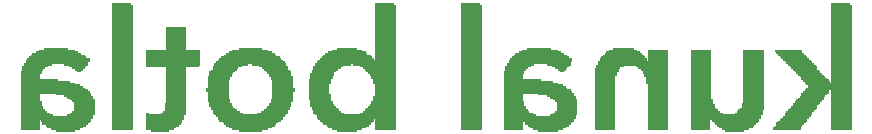
<source format=gbo>
G04 #@! TF.GenerationSoftware,KiCad,Pcbnew,(5.1.5-0-10_14)*
G04 #@! TF.CreationDate,2020-04-20T15:44:47-04:00*
G04 #@! TF.ProjectId,business card,62757369-6e65-4737-9320-636172642e6b,rev?*
G04 #@! TF.SameCoordinates,Original*
G04 #@! TF.FileFunction,Legend,Bot*
G04 #@! TF.FilePolarity,Positive*
%FSLAX46Y46*%
G04 Gerber Fmt 4.6, Leading zero omitted, Abs format (unit mm)*
G04 Created by KiCad (PCBNEW (5.1.5-0-10_14)) date 2020-04-20 15:44:47*
%MOMM*%
%LPD*%
G04 APERTURE LIST*
%ADD10C,0.010000*%
G04 APERTURE END LIST*
D10*
G36*
X64102000Y-81642000D02*
G01*
X63962000Y-81642000D01*
X63962000Y-81782000D01*
X64102000Y-81782000D01*
X64102000Y-81642000D01*
G37*
X64102000Y-81642000D02*
X63962000Y-81642000D01*
X63962000Y-81782000D01*
X64102000Y-81782000D01*
X64102000Y-81642000D01*
G36*
X64242000Y-81642000D02*
G01*
X64102000Y-81642000D01*
X64102000Y-81782000D01*
X64242000Y-81782000D01*
X64242000Y-81642000D01*
G37*
X64242000Y-81642000D02*
X64102000Y-81642000D01*
X64102000Y-81782000D01*
X64242000Y-81782000D01*
X64242000Y-81642000D01*
G36*
X64382000Y-81642000D02*
G01*
X64242000Y-81642000D01*
X64242000Y-81782000D01*
X64382000Y-81782000D01*
X64382000Y-81642000D01*
G37*
X64382000Y-81642000D02*
X64242000Y-81642000D01*
X64242000Y-81782000D01*
X64382000Y-81782000D01*
X64382000Y-81642000D01*
G36*
X64522000Y-81642000D02*
G01*
X64382000Y-81642000D01*
X64382000Y-81782000D01*
X64522000Y-81782000D01*
X64522000Y-81642000D01*
G37*
X64522000Y-81642000D02*
X64382000Y-81642000D01*
X64382000Y-81782000D01*
X64522000Y-81782000D01*
X64522000Y-81642000D01*
G36*
X64662000Y-81642000D02*
G01*
X64522000Y-81642000D01*
X64522000Y-81782000D01*
X64662000Y-81782000D01*
X64662000Y-81642000D01*
G37*
X64662000Y-81642000D02*
X64522000Y-81642000D01*
X64522000Y-81782000D01*
X64662000Y-81782000D01*
X64662000Y-81642000D01*
G36*
X64802000Y-81642000D02*
G01*
X64662000Y-81642000D01*
X64662000Y-81782000D01*
X64802000Y-81782000D01*
X64802000Y-81642000D01*
G37*
X64802000Y-81642000D02*
X64662000Y-81642000D01*
X64662000Y-81782000D01*
X64802000Y-81782000D01*
X64802000Y-81642000D01*
G36*
X64942000Y-81642000D02*
G01*
X64802000Y-81642000D01*
X64802000Y-81782000D01*
X64942000Y-81782000D01*
X64942000Y-81642000D01*
G37*
X64942000Y-81642000D02*
X64802000Y-81642000D01*
X64802000Y-81782000D01*
X64942000Y-81782000D01*
X64942000Y-81642000D01*
G36*
X65082000Y-81642000D02*
G01*
X64942000Y-81642000D01*
X64942000Y-81782000D01*
X65082000Y-81782000D01*
X65082000Y-81642000D01*
G37*
X65082000Y-81642000D02*
X64942000Y-81642000D01*
X64942000Y-81782000D01*
X65082000Y-81782000D01*
X65082000Y-81642000D01*
G36*
X65222000Y-81642000D02*
G01*
X65082000Y-81642000D01*
X65082000Y-81782000D01*
X65222000Y-81782000D01*
X65222000Y-81642000D01*
G37*
X65222000Y-81642000D02*
X65082000Y-81642000D01*
X65082000Y-81782000D01*
X65222000Y-81782000D01*
X65222000Y-81642000D01*
G36*
X65362000Y-81642000D02*
G01*
X65222000Y-81642000D01*
X65222000Y-81782000D01*
X65362000Y-81782000D01*
X65362000Y-81642000D01*
G37*
X65362000Y-81642000D02*
X65222000Y-81642000D01*
X65222000Y-81782000D01*
X65362000Y-81782000D01*
X65362000Y-81642000D01*
G36*
X65502000Y-81642000D02*
G01*
X65362000Y-81642000D01*
X65362000Y-81782000D01*
X65502000Y-81782000D01*
X65502000Y-81642000D01*
G37*
X65502000Y-81642000D02*
X65362000Y-81642000D01*
X65362000Y-81782000D01*
X65502000Y-81782000D01*
X65502000Y-81642000D01*
G36*
X72222000Y-81642000D02*
G01*
X72082000Y-81642000D01*
X72082000Y-81782000D01*
X72222000Y-81782000D01*
X72222000Y-81642000D01*
G37*
X72222000Y-81642000D02*
X72082000Y-81642000D01*
X72082000Y-81782000D01*
X72222000Y-81782000D01*
X72222000Y-81642000D01*
G36*
X72362000Y-81642000D02*
G01*
X72222000Y-81642000D01*
X72222000Y-81782000D01*
X72362000Y-81782000D01*
X72362000Y-81642000D01*
G37*
X72362000Y-81642000D02*
X72222000Y-81642000D01*
X72222000Y-81782000D01*
X72362000Y-81782000D01*
X72362000Y-81642000D01*
G36*
X72502000Y-81642000D02*
G01*
X72362000Y-81642000D01*
X72362000Y-81782000D01*
X72502000Y-81782000D01*
X72502000Y-81642000D01*
G37*
X72502000Y-81642000D02*
X72362000Y-81642000D01*
X72362000Y-81782000D01*
X72502000Y-81782000D01*
X72502000Y-81642000D01*
G36*
X72642000Y-81642000D02*
G01*
X72502000Y-81642000D01*
X72502000Y-81782000D01*
X72642000Y-81782000D01*
X72642000Y-81642000D01*
G37*
X72642000Y-81642000D02*
X72502000Y-81642000D01*
X72502000Y-81782000D01*
X72642000Y-81782000D01*
X72642000Y-81642000D01*
G36*
X72782000Y-81642000D02*
G01*
X72642000Y-81642000D01*
X72642000Y-81782000D01*
X72782000Y-81782000D01*
X72782000Y-81642000D01*
G37*
X72782000Y-81642000D02*
X72642000Y-81642000D01*
X72642000Y-81782000D01*
X72782000Y-81782000D01*
X72782000Y-81642000D01*
G36*
X72922000Y-81642000D02*
G01*
X72782000Y-81642000D01*
X72782000Y-81782000D01*
X72922000Y-81782000D01*
X72922000Y-81642000D01*
G37*
X72922000Y-81642000D02*
X72782000Y-81642000D01*
X72782000Y-81782000D01*
X72922000Y-81782000D01*
X72922000Y-81642000D01*
G36*
X73062000Y-81642000D02*
G01*
X72922000Y-81642000D01*
X72922000Y-81782000D01*
X73062000Y-81782000D01*
X73062000Y-81642000D01*
G37*
X73062000Y-81642000D02*
X72922000Y-81642000D01*
X72922000Y-81782000D01*
X73062000Y-81782000D01*
X73062000Y-81642000D01*
G36*
X73202000Y-81642000D02*
G01*
X73062000Y-81642000D01*
X73062000Y-81782000D01*
X73202000Y-81782000D01*
X73202000Y-81642000D01*
G37*
X73202000Y-81642000D02*
X73062000Y-81642000D01*
X73062000Y-81782000D01*
X73202000Y-81782000D01*
X73202000Y-81642000D01*
G36*
X73342000Y-81642000D02*
G01*
X73202000Y-81642000D01*
X73202000Y-81782000D01*
X73342000Y-81782000D01*
X73342000Y-81642000D01*
G37*
X73342000Y-81642000D02*
X73202000Y-81642000D01*
X73202000Y-81782000D01*
X73342000Y-81782000D01*
X73342000Y-81642000D01*
G36*
X73482000Y-81642000D02*
G01*
X73342000Y-81642000D01*
X73342000Y-81782000D01*
X73482000Y-81782000D01*
X73482000Y-81642000D01*
G37*
X73482000Y-81642000D02*
X73342000Y-81642000D01*
X73342000Y-81782000D01*
X73482000Y-81782000D01*
X73482000Y-81642000D01*
G36*
X79642000Y-81642000D02*
G01*
X79502000Y-81642000D01*
X79502000Y-81782000D01*
X79642000Y-81782000D01*
X79642000Y-81642000D01*
G37*
X79642000Y-81642000D02*
X79502000Y-81642000D01*
X79502000Y-81782000D01*
X79642000Y-81782000D01*
X79642000Y-81642000D01*
G36*
X79782000Y-81642000D02*
G01*
X79642000Y-81642000D01*
X79642000Y-81782000D01*
X79782000Y-81782000D01*
X79782000Y-81642000D01*
G37*
X79782000Y-81642000D02*
X79642000Y-81642000D01*
X79642000Y-81782000D01*
X79782000Y-81782000D01*
X79782000Y-81642000D01*
G36*
X79922000Y-81642000D02*
G01*
X79782000Y-81642000D01*
X79782000Y-81782000D01*
X79922000Y-81782000D01*
X79922000Y-81642000D01*
G37*
X79922000Y-81642000D02*
X79782000Y-81642000D01*
X79782000Y-81782000D01*
X79922000Y-81782000D01*
X79922000Y-81642000D01*
G36*
X80062000Y-81642000D02*
G01*
X79922000Y-81642000D01*
X79922000Y-81782000D01*
X80062000Y-81782000D01*
X80062000Y-81642000D01*
G37*
X80062000Y-81642000D02*
X79922000Y-81642000D01*
X79922000Y-81782000D01*
X80062000Y-81782000D01*
X80062000Y-81642000D01*
G36*
X80202000Y-81642000D02*
G01*
X80062000Y-81642000D01*
X80062000Y-81782000D01*
X80202000Y-81782000D01*
X80202000Y-81642000D01*
G37*
X80202000Y-81642000D02*
X80062000Y-81642000D01*
X80062000Y-81782000D01*
X80202000Y-81782000D01*
X80202000Y-81642000D01*
G36*
X80342000Y-81642000D02*
G01*
X80202000Y-81642000D01*
X80202000Y-81782000D01*
X80342000Y-81782000D01*
X80342000Y-81642000D01*
G37*
X80342000Y-81642000D02*
X80202000Y-81642000D01*
X80202000Y-81782000D01*
X80342000Y-81782000D01*
X80342000Y-81642000D01*
G36*
X80482000Y-81642000D02*
G01*
X80342000Y-81642000D01*
X80342000Y-81782000D01*
X80482000Y-81782000D01*
X80482000Y-81642000D01*
G37*
X80482000Y-81642000D02*
X80342000Y-81642000D01*
X80342000Y-81782000D01*
X80482000Y-81782000D01*
X80482000Y-81642000D01*
G36*
X80622000Y-81642000D02*
G01*
X80482000Y-81642000D01*
X80482000Y-81782000D01*
X80622000Y-81782000D01*
X80622000Y-81642000D01*
G37*
X80622000Y-81642000D02*
X80482000Y-81642000D01*
X80482000Y-81782000D01*
X80622000Y-81782000D01*
X80622000Y-81642000D01*
G36*
X80762000Y-81642000D02*
G01*
X80622000Y-81642000D01*
X80622000Y-81782000D01*
X80762000Y-81782000D01*
X80762000Y-81642000D01*
G37*
X80762000Y-81642000D02*
X80622000Y-81642000D01*
X80622000Y-81782000D01*
X80762000Y-81782000D01*
X80762000Y-81642000D01*
G36*
X80902000Y-81642000D02*
G01*
X80762000Y-81642000D01*
X80762000Y-81782000D01*
X80902000Y-81782000D01*
X80902000Y-81642000D01*
G37*
X80902000Y-81642000D02*
X80762000Y-81642000D01*
X80762000Y-81782000D01*
X80902000Y-81782000D01*
X80902000Y-81642000D01*
G36*
X81042000Y-81642000D02*
G01*
X80902000Y-81642000D01*
X80902000Y-81782000D01*
X81042000Y-81782000D01*
X81042000Y-81642000D01*
G37*
X81042000Y-81642000D02*
X80902000Y-81642000D01*
X80902000Y-81782000D01*
X81042000Y-81782000D01*
X81042000Y-81642000D01*
G36*
X81182000Y-81642000D02*
G01*
X81042000Y-81642000D01*
X81042000Y-81782000D01*
X81182000Y-81782000D01*
X81182000Y-81642000D01*
G37*
X81182000Y-81642000D02*
X81042000Y-81642000D01*
X81042000Y-81782000D01*
X81182000Y-81782000D01*
X81182000Y-81642000D01*
G36*
X81322000Y-81642000D02*
G01*
X81182000Y-81642000D01*
X81182000Y-81782000D01*
X81322000Y-81782000D01*
X81322000Y-81642000D01*
G37*
X81322000Y-81642000D02*
X81182000Y-81642000D01*
X81182000Y-81782000D01*
X81322000Y-81782000D01*
X81322000Y-81642000D01*
G36*
X87902000Y-81642000D02*
G01*
X87762000Y-81642000D01*
X87762000Y-81782000D01*
X87902000Y-81782000D01*
X87902000Y-81642000D01*
G37*
X87902000Y-81642000D02*
X87762000Y-81642000D01*
X87762000Y-81782000D01*
X87902000Y-81782000D01*
X87902000Y-81642000D01*
G36*
X88042000Y-81642000D02*
G01*
X87902000Y-81642000D01*
X87902000Y-81782000D01*
X88042000Y-81782000D01*
X88042000Y-81642000D01*
G37*
X88042000Y-81642000D02*
X87902000Y-81642000D01*
X87902000Y-81782000D01*
X88042000Y-81782000D01*
X88042000Y-81642000D01*
G36*
X88182000Y-81642000D02*
G01*
X88042000Y-81642000D01*
X88042000Y-81782000D01*
X88182000Y-81782000D01*
X88182000Y-81642000D01*
G37*
X88182000Y-81642000D02*
X88042000Y-81642000D01*
X88042000Y-81782000D01*
X88182000Y-81782000D01*
X88182000Y-81642000D01*
G36*
X88322000Y-81642000D02*
G01*
X88182000Y-81642000D01*
X88182000Y-81782000D01*
X88322000Y-81782000D01*
X88322000Y-81642000D01*
G37*
X88322000Y-81642000D02*
X88182000Y-81642000D01*
X88182000Y-81782000D01*
X88322000Y-81782000D01*
X88322000Y-81642000D01*
G36*
X88462000Y-81642000D02*
G01*
X88322000Y-81642000D01*
X88322000Y-81782000D01*
X88462000Y-81782000D01*
X88462000Y-81642000D01*
G37*
X88462000Y-81642000D02*
X88322000Y-81642000D01*
X88322000Y-81782000D01*
X88462000Y-81782000D01*
X88462000Y-81642000D01*
G36*
X88602000Y-81642000D02*
G01*
X88462000Y-81642000D01*
X88462000Y-81782000D01*
X88602000Y-81782000D01*
X88602000Y-81642000D01*
G37*
X88602000Y-81642000D02*
X88462000Y-81642000D01*
X88462000Y-81782000D01*
X88602000Y-81782000D01*
X88602000Y-81642000D01*
G36*
X88742000Y-81642000D02*
G01*
X88602000Y-81642000D01*
X88602000Y-81782000D01*
X88742000Y-81782000D01*
X88742000Y-81642000D01*
G37*
X88742000Y-81642000D02*
X88602000Y-81642000D01*
X88602000Y-81782000D01*
X88742000Y-81782000D01*
X88742000Y-81642000D01*
G36*
X88882000Y-81642000D02*
G01*
X88742000Y-81642000D01*
X88742000Y-81782000D01*
X88882000Y-81782000D01*
X88882000Y-81642000D01*
G37*
X88882000Y-81642000D02*
X88742000Y-81642000D01*
X88742000Y-81782000D01*
X88882000Y-81782000D01*
X88882000Y-81642000D01*
G36*
X89022000Y-81642000D02*
G01*
X88882000Y-81642000D01*
X88882000Y-81782000D01*
X89022000Y-81782000D01*
X89022000Y-81642000D01*
G37*
X89022000Y-81642000D02*
X88882000Y-81642000D01*
X88882000Y-81782000D01*
X89022000Y-81782000D01*
X89022000Y-81642000D01*
G36*
X89162000Y-81642000D02*
G01*
X89022000Y-81642000D01*
X89022000Y-81782000D01*
X89162000Y-81782000D01*
X89162000Y-81642000D01*
G37*
X89162000Y-81642000D02*
X89022000Y-81642000D01*
X89022000Y-81782000D01*
X89162000Y-81782000D01*
X89162000Y-81642000D01*
G36*
X89302000Y-81642000D02*
G01*
X89162000Y-81642000D01*
X89162000Y-81782000D01*
X89302000Y-81782000D01*
X89302000Y-81642000D01*
G37*
X89302000Y-81642000D02*
X89162000Y-81642000D01*
X89162000Y-81782000D01*
X89302000Y-81782000D01*
X89302000Y-81642000D01*
G36*
X89442000Y-81642000D02*
G01*
X89302000Y-81642000D01*
X89302000Y-81782000D01*
X89442000Y-81782000D01*
X89442000Y-81642000D01*
G37*
X89442000Y-81642000D02*
X89302000Y-81642000D01*
X89302000Y-81782000D01*
X89442000Y-81782000D01*
X89442000Y-81642000D01*
G36*
X104982000Y-81642000D02*
G01*
X104842000Y-81642000D01*
X104842000Y-81782000D01*
X104982000Y-81782000D01*
X104982000Y-81642000D01*
G37*
X104982000Y-81642000D02*
X104842000Y-81642000D01*
X104842000Y-81782000D01*
X104982000Y-81782000D01*
X104982000Y-81642000D01*
G36*
X105122000Y-81642000D02*
G01*
X104982000Y-81642000D01*
X104982000Y-81782000D01*
X105122000Y-81782000D01*
X105122000Y-81642000D01*
G37*
X105122000Y-81642000D02*
X104982000Y-81642000D01*
X104982000Y-81782000D01*
X105122000Y-81782000D01*
X105122000Y-81642000D01*
G36*
X105262000Y-81642000D02*
G01*
X105122000Y-81642000D01*
X105122000Y-81782000D01*
X105262000Y-81782000D01*
X105262000Y-81642000D01*
G37*
X105262000Y-81642000D02*
X105122000Y-81642000D01*
X105122000Y-81782000D01*
X105262000Y-81782000D01*
X105262000Y-81642000D01*
G36*
X105402000Y-81642000D02*
G01*
X105262000Y-81642000D01*
X105262000Y-81782000D01*
X105402000Y-81782000D01*
X105402000Y-81642000D01*
G37*
X105402000Y-81642000D02*
X105262000Y-81642000D01*
X105262000Y-81782000D01*
X105402000Y-81782000D01*
X105402000Y-81642000D01*
G36*
X105542000Y-81642000D02*
G01*
X105402000Y-81642000D01*
X105402000Y-81782000D01*
X105542000Y-81782000D01*
X105542000Y-81642000D01*
G37*
X105542000Y-81642000D02*
X105402000Y-81642000D01*
X105402000Y-81782000D01*
X105542000Y-81782000D01*
X105542000Y-81642000D01*
G36*
X105682000Y-81642000D02*
G01*
X105542000Y-81642000D01*
X105542000Y-81782000D01*
X105682000Y-81782000D01*
X105682000Y-81642000D01*
G37*
X105682000Y-81642000D02*
X105542000Y-81642000D01*
X105542000Y-81782000D01*
X105682000Y-81782000D01*
X105682000Y-81642000D01*
G36*
X105822000Y-81642000D02*
G01*
X105682000Y-81642000D01*
X105682000Y-81782000D01*
X105822000Y-81782000D01*
X105822000Y-81642000D01*
G37*
X105822000Y-81642000D02*
X105682000Y-81642000D01*
X105682000Y-81782000D01*
X105822000Y-81782000D01*
X105822000Y-81642000D01*
G36*
X105962000Y-81642000D02*
G01*
X105822000Y-81642000D01*
X105822000Y-81782000D01*
X105962000Y-81782000D01*
X105962000Y-81642000D01*
G37*
X105962000Y-81642000D02*
X105822000Y-81642000D01*
X105822000Y-81782000D01*
X105962000Y-81782000D01*
X105962000Y-81642000D01*
G36*
X106102000Y-81642000D02*
G01*
X105962000Y-81642000D01*
X105962000Y-81782000D01*
X106102000Y-81782000D01*
X106102000Y-81642000D01*
G37*
X106102000Y-81642000D02*
X105962000Y-81642000D01*
X105962000Y-81782000D01*
X106102000Y-81782000D01*
X106102000Y-81642000D01*
G36*
X106242000Y-81642000D02*
G01*
X106102000Y-81642000D01*
X106102000Y-81782000D01*
X106242000Y-81782000D01*
X106242000Y-81642000D01*
G37*
X106242000Y-81642000D02*
X106102000Y-81642000D01*
X106102000Y-81782000D01*
X106242000Y-81782000D01*
X106242000Y-81642000D01*
G36*
X106382000Y-81642000D02*
G01*
X106242000Y-81642000D01*
X106242000Y-81782000D01*
X106382000Y-81782000D01*
X106382000Y-81642000D01*
G37*
X106382000Y-81642000D02*
X106242000Y-81642000D01*
X106242000Y-81782000D01*
X106382000Y-81782000D01*
X106382000Y-81642000D01*
G36*
X120802000Y-81642000D02*
G01*
X120662000Y-81642000D01*
X120662000Y-81782000D01*
X120802000Y-81782000D01*
X120802000Y-81642000D01*
G37*
X120802000Y-81642000D02*
X120662000Y-81642000D01*
X120662000Y-81782000D01*
X120802000Y-81782000D01*
X120802000Y-81642000D01*
G36*
X120942000Y-81642000D02*
G01*
X120802000Y-81642000D01*
X120802000Y-81782000D01*
X120942000Y-81782000D01*
X120942000Y-81642000D01*
G37*
X120942000Y-81642000D02*
X120802000Y-81642000D01*
X120802000Y-81782000D01*
X120942000Y-81782000D01*
X120942000Y-81642000D01*
G36*
X121082000Y-81642000D02*
G01*
X120942000Y-81642000D01*
X120942000Y-81782000D01*
X121082000Y-81782000D01*
X121082000Y-81642000D01*
G37*
X121082000Y-81642000D02*
X120942000Y-81642000D01*
X120942000Y-81782000D01*
X121082000Y-81782000D01*
X121082000Y-81642000D01*
G36*
X121222000Y-81642000D02*
G01*
X121082000Y-81642000D01*
X121082000Y-81782000D01*
X121222000Y-81782000D01*
X121222000Y-81642000D01*
G37*
X121222000Y-81642000D02*
X121082000Y-81642000D01*
X121082000Y-81782000D01*
X121222000Y-81782000D01*
X121222000Y-81642000D01*
G36*
X121362000Y-81642000D02*
G01*
X121222000Y-81642000D01*
X121222000Y-81782000D01*
X121362000Y-81782000D01*
X121362000Y-81642000D01*
G37*
X121362000Y-81642000D02*
X121222000Y-81642000D01*
X121222000Y-81782000D01*
X121362000Y-81782000D01*
X121362000Y-81642000D01*
G36*
X121502000Y-81642000D02*
G01*
X121362000Y-81642000D01*
X121362000Y-81782000D01*
X121502000Y-81782000D01*
X121502000Y-81642000D01*
G37*
X121502000Y-81642000D02*
X121362000Y-81642000D01*
X121362000Y-81782000D01*
X121502000Y-81782000D01*
X121502000Y-81642000D01*
G36*
X121642000Y-81642000D02*
G01*
X121502000Y-81642000D01*
X121502000Y-81782000D01*
X121642000Y-81782000D01*
X121642000Y-81642000D01*
G37*
X121642000Y-81642000D02*
X121502000Y-81642000D01*
X121502000Y-81782000D01*
X121642000Y-81782000D01*
X121642000Y-81642000D01*
G36*
X121782000Y-81642000D02*
G01*
X121642000Y-81642000D01*
X121642000Y-81782000D01*
X121782000Y-81782000D01*
X121782000Y-81642000D01*
G37*
X121782000Y-81642000D02*
X121642000Y-81642000D01*
X121642000Y-81782000D01*
X121782000Y-81782000D01*
X121782000Y-81642000D01*
G36*
X121922000Y-81642000D02*
G01*
X121782000Y-81642000D01*
X121782000Y-81782000D01*
X121922000Y-81782000D01*
X121922000Y-81642000D01*
G37*
X121922000Y-81642000D02*
X121782000Y-81642000D01*
X121782000Y-81782000D01*
X121922000Y-81782000D01*
X121922000Y-81642000D01*
G36*
X122062000Y-81642000D02*
G01*
X121922000Y-81642000D01*
X121922000Y-81782000D01*
X122062000Y-81782000D01*
X122062000Y-81642000D01*
G37*
X122062000Y-81642000D02*
X121922000Y-81642000D01*
X121922000Y-81782000D01*
X122062000Y-81782000D01*
X122062000Y-81642000D01*
G36*
X122202000Y-81642000D02*
G01*
X122062000Y-81642000D01*
X122062000Y-81782000D01*
X122202000Y-81782000D01*
X122202000Y-81642000D01*
G37*
X122202000Y-81642000D02*
X122062000Y-81642000D01*
X122062000Y-81782000D01*
X122202000Y-81782000D01*
X122202000Y-81642000D01*
G36*
X61162000Y-81502000D02*
G01*
X61022000Y-81502000D01*
X61022000Y-81642000D01*
X61162000Y-81642000D01*
X61162000Y-81502000D01*
G37*
X61162000Y-81502000D02*
X61022000Y-81502000D01*
X61022000Y-81642000D01*
X61162000Y-81642000D01*
X61162000Y-81502000D01*
G36*
X61302000Y-81502000D02*
G01*
X61162000Y-81502000D01*
X61162000Y-81642000D01*
X61302000Y-81642000D01*
X61302000Y-81502000D01*
G37*
X61302000Y-81502000D02*
X61162000Y-81502000D01*
X61162000Y-81642000D01*
X61302000Y-81642000D01*
X61302000Y-81502000D01*
G36*
X61442000Y-81502000D02*
G01*
X61302000Y-81502000D01*
X61302000Y-81642000D01*
X61442000Y-81642000D01*
X61442000Y-81502000D01*
G37*
X61442000Y-81502000D02*
X61302000Y-81502000D01*
X61302000Y-81642000D01*
X61442000Y-81642000D01*
X61442000Y-81502000D01*
G36*
X61582000Y-81502000D02*
G01*
X61442000Y-81502000D01*
X61442000Y-81642000D01*
X61582000Y-81642000D01*
X61582000Y-81502000D01*
G37*
X61582000Y-81502000D02*
X61442000Y-81502000D01*
X61442000Y-81642000D01*
X61582000Y-81642000D01*
X61582000Y-81502000D01*
G36*
X61722000Y-81502000D02*
G01*
X61582000Y-81502000D01*
X61582000Y-81642000D01*
X61722000Y-81642000D01*
X61722000Y-81502000D01*
G37*
X61722000Y-81502000D02*
X61582000Y-81502000D01*
X61582000Y-81642000D01*
X61722000Y-81642000D01*
X61722000Y-81502000D01*
G36*
X61862000Y-81502000D02*
G01*
X61722000Y-81502000D01*
X61722000Y-81642000D01*
X61862000Y-81642000D01*
X61862000Y-81502000D01*
G37*
X61862000Y-81502000D02*
X61722000Y-81502000D01*
X61722000Y-81642000D01*
X61862000Y-81642000D01*
X61862000Y-81502000D01*
G36*
X62002000Y-81502000D02*
G01*
X61862000Y-81502000D01*
X61862000Y-81642000D01*
X62002000Y-81642000D01*
X62002000Y-81502000D01*
G37*
X62002000Y-81502000D02*
X61862000Y-81502000D01*
X61862000Y-81642000D01*
X62002000Y-81642000D01*
X62002000Y-81502000D01*
G36*
X62142000Y-81502000D02*
G01*
X62002000Y-81502000D01*
X62002000Y-81642000D01*
X62142000Y-81642000D01*
X62142000Y-81502000D01*
G37*
X62142000Y-81502000D02*
X62002000Y-81502000D01*
X62002000Y-81642000D01*
X62142000Y-81642000D01*
X62142000Y-81502000D01*
G36*
X62282000Y-81502000D02*
G01*
X62142000Y-81502000D01*
X62142000Y-81642000D01*
X62282000Y-81642000D01*
X62282000Y-81502000D01*
G37*
X62282000Y-81502000D02*
X62142000Y-81502000D01*
X62142000Y-81642000D01*
X62282000Y-81642000D01*
X62282000Y-81502000D01*
G36*
X62422000Y-81502000D02*
G01*
X62282000Y-81502000D01*
X62282000Y-81642000D01*
X62422000Y-81642000D01*
X62422000Y-81502000D01*
G37*
X62422000Y-81502000D02*
X62282000Y-81502000D01*
X62282000Y-81642000D01*
X62422000Y-81642000D01*
X62422000Y-81502000D01*
G36*
X62562000Y-81502000D02*
G01*
X62422000Y-81502000D01*
X62422000Y-81642000D01*
X62562000Y-81642000D01*
X62562000Y-81502000D01*
G37*
X62562000Y-81502000D02*
X62422000Y-81502000D01*
X62422000Y-81642000D01*
X62562000Y-81642000D01*
X62562000Y-81502000D01*
G36*
X63682000Y-81502000D02*
G01*
X63542000Y-81502000D01*
X63542000Y-81642000D01*
X63682000Y-81642000D01*
X63682000Y-81502000D01*
G37*
X63682000Y-81502000D02*
X63542000Y-81502000D01*
X63542000Y-81642000D01*
X63682000Y-81642000D01*
X63682000Y-81502000D01*
G36*
X63822000Y-81502000D02*
G01*
X63682000Y-81502000D01*
X63682000Y-81642000D01*
X63822000Y-81642000D01*
X63822000Y-81502000D01*
G37*
X63822000Y-81502000D02*
X63682000Y-81502000D01*
X63682000Y-81642000D01*
X63822000Y-81642000D01*
X63822000Y-81502000D01*
G36*
X63962000Y-81502000D02*
G01*
X63822000Y-81502000D01*
X63822000Y-81642000D01*
X63962000Y-81642000D01*
X63962000Y-81502000D01*
G37*
X63962000Y-81502000D02*
X63822000Y-81502000D01*
X63822000Y-81642000D01*
X63962000Y-81642000D01*
X63962000Y-81502000D01*
G36*
X64102000Y-81502000D02*
G01*
X63962000Y-81502000D01*
X63962000Y-81642000D01*
X64102000Y-81642000D01*
X64102000Y-81502000D01*
G37*
X64102000Y-81502000D02*
X63962000Y-81502000D01*
X63962000Y-81642000D01*
X64102000Y-81642000D01*
X64102000Y-81502000D01*
G36*
X64242000Y-81502000D02*
G01*
X64102000Y-81502000D01*
X64102000Y-81642000D01*
X64242000Y-81642000D01*
X64242000Y-81502000D01*
G37*
X64242000Y-81502000D02*
X64102000Y-81502000D01*
X64102000Y-81642000D01*
X64242000Y-81642000D01*
X64242000Y-81502000D01*
G36*
X64382000Y-81502000D02*
G01*
X64242000Y-81502000D01*
X64242000Y-81642000D01*
X64382000Y-81642000D01*
X64382000Y-81502000D01*
G37*
X64382000Y-81502000D02*
X64242000Y-81502000D01*
X64242000Y-81642000D01*
X64382000Y-81642000D01*
X64382000Y-81502000D01*
G36*
X64522000Y-81502000D02*
G01*
X64382000Y-81502000D01*
X64382000Y-81642000D01*
X64522000Y-81642000D01*
X64522000Y-81502000D01*
G37*
X64522000Y-81502000D02*
X64382000Y-81502000D01*
X64382000Y-81642000D01*
X64522000Y-81642000D01*
X64522000Y-81502000D01*
G36*
X64662000Y-81502000D02*
G01*
X64522000Y-81502000D01*
X64522000Y-81642000D01*
X64662000Y-81642000D01*
X64662000Y-81502000D01*
G37*
X64662000Y-81502000D02*
X64522000Y-81502000D01*
X64522000Y-81642000D01*
X64662000Y-81642000D01*
X64662000Y-81502000D01*
G36*
X64802000Y-81502000D02*
G01*
X64662000Y-81502000D01*
X64662000Y-81642000D01*
X64802000Y-81642000D01*
X64802000Y-81502000D01*
G37*
X64802000Y-81502000D02*
X64662000Y-81502000D01*
X64662000Y-81642000D01*
X64802000Y-81642000D01*
X64802000Y-81502000D01*
G36*
X64942000Y-81502000D02*
G01*
X64802000Y-81502000D01*
X64802000Y-81642000D01*
X64942000Y-81642000D01*
X64942000Y-81502000D01*
G37*
X64942000Y-81502000D02*
X64802000Y-81502000D01*
X64802000Y-81642000D01*
X64942000Y-81642000D01*
X64942000Y-81502000D01*
G36*
X65082000Y-81502000D02*
G01*
X64942000Y-81502000D01*
X64942000Y-81642000D01*
X65082000Y-81642000D01*
X65082000Y-81502000D01*
G37*
X65082000Y-81502000D02*
X64942000Y-81502000D01*
X64942000Y-81642000D01*
X65082000Y-81642000D01*
X65082000Y-81502000D01*
G36*
X65222000Y-81502000D02*
G01*
X65082000Y-81502000D01*
X65082000Y-81642000D01*
X65222000Y-81642000D01*
X65222000Y-81502000D01*
G37*
X65222000Y-81502000D02*
X65082000Y-81502000D01*
X65082000Y-81642000D01*
X65222000Y-81642000D01*
X65222000Y-81502000D01*
G36*
X65362000Y-81502000D02*
G01*
X65222000Y-81502000D01*
X65222000Y-81642000D01*
X65362000Y-81642000D01*
X65362000Y-81502000D01*
G37*
X65362000Y-81502000D02*
X65222000Y-81502000D01*
X65222000Y-81642000D01*
X65362000Y-81642000D01*
X65362000Y-81502000D01*
G36*
X65502000Y-81502000D02*
G01*
X65362000Y-81502000D01*
X65362000Y-81642000D01*
X65502000Y-81642000D01*
X65502000Y-81502000D01*
G37*
X65502000Y-81502000D02*
X65362000Y-81502000D01*
X65362000Y-81642000D01*
X65502000Y-81642000D01*
X65502000Y-81502000D01*
G36*
X65642000Y-81502000D02*
G01*
X65502000Y-81502000D01*
X65502000Y-81642000D01*
X65642000Y-81642000D01*
X65642000Y-81502000D01*
G37*
X65642000Y-81502000D02*
X65502000Y-81502000D01*
X65502000Y-81642000D01*
X65642000Y-81642000D01*
X65642000Y-81502000D01*
G36*
X65782000Y-81502000D02*
G01*
X65642000Y-81502000D01*
X65642000Y-81642000D01*
X65782000Y-81642000D01*
X65782000Y-81502000D01*
G37*
X65782000Y-81502000D02*
X65642000Y-81502000D01*
X65642000Y-81642000D01*
X65782000Y-81642000D01*
X65782000Y-81502000D01*
G36*
X65922000Y-81502000D02*
G01*
X65782000Y-81502000D01*
X65782000Y-81642000D01*
X65922000Y-81642000D01*
X65922000Y-81502000D01*
G37*
X65922000Y-81502000D02*
X65782000Y-81502000D01*
X65782000Y-81642000D01*
X65922000Y-81642000D01*
X65922000Y-81502000D01*
G36*
X68862000Y-81502000D02*
G01*
X68722000Y-81502000D01*
X68722000Y-81642000D01*
X68862000Y-81642000D01*
X68862000Y-81502000D01*
G37*
X68862000Y-81502000D02*
X68722000Y-81502000D01*
X68722000Y-81642000D01*
X68862000Y-81642000D01*
X68862000Y-81502000D01*
G36*
X69002000Y-81502000D02*
G01*
X68862000Y-81502000D01*
X68862000Y-81642000D01*
X69002000Y-81642000D01*
X69002000Y-81502000D01*
G37*
X69002000Y-81502000D02*
X68862000Y-81502000D01*
X68862000Y-81642000D01*
X69002000Y-81642000D01*
X69002000Y-81502000D01*
G36*
X69142000Y-81502000D02*
G01*
X69002000Y-81502000D01*
X69002000Y-81642000D01*
X69142000Y-81642000D01*
X69142000Y-81502000D01*
G37*
X69142000Y-81502000D02*
X69002000Y-81502000D01*
X69002000Y-81642000D01*
X69142000Y-81642000D01*
X69142000Y-81502000D01*
G36*
X69282000Y-81502000D02*
G01*
X69142000Y-81502000D01*
X69142000Y-81642000D01*
X69282000Y-81642000D01*
X69282000Y-81502000D01*
G37*
X69282000Y-81502000D02*
X69142000Y-81502000D01*
X69142000Y-81642000D01*
X69282000Y-81642000D01*
X69282000Y-81502000D01*
G36*
X69422000Y-81502000D02*
G01*
X69282000Y-81502000D01*
X69282000Y-81642000D01*
X69422000Y-81642000D01*
X69422000Y-81502000D01*
G37*
X69422000Y-81502000D02*
X69282000Y-81502000D01*
X69282000Y-81642000D01*
X69422000Y-81642000D01*
X69422000Y-81502000D01*
G36*
X69562000Y-81502000D02*
G01*
X69422000Y-81502000D01*
X69422000Y-81642000D01*
X69562000Y-81642000D01*
X69562000Y-81502000D01*
G37*
X69562000Y-81502000D02*
X69422000Y-81502000D01*
X69422000Y-81642000D01*
X69562000Y-81642000D01*
X69562000Y-81502000D01*
G36*
X69702000Y-81502000D02*
G01*
X69562000Y-81502000D01*
X69562000Y-81642000D01*
X69702000Y-81642000D01*
X69702000Y-81502000D01*
G37*
X69702000Y-81502000D02*
X69562000Y-81502000D01*
X69562000Y-81642000D01*
X69702000Y-81642000D01*
X69702000Y-81502000D01*
G36*
X69842000Y-81502000D02*
G01*
X69702000Y-81502000D01*
X69702000Y-81642000D01*
X69842000Y-81642000D01*
X69842000Y-81502000D01*
G37*
X69842000Y-81502000D02*
X69702000Y-81502000D01*
X69702000Y-81642000D01*
X69842000Y-81642000D01*
X69842000Y-81502000D01*
G36*
X69982000Y-81502000D02*
G01*
X69842000Y-81502000D01*
X69842000Y-81642000D01*
X69982000Y-81642000D01*
X69982000Y-81502000D01*
G37*
X69982000Y-81502000D02*
X69842000Y-81502000D01*
X69842000Y-81642000D01*
X69982000Y-81642000D01*
X69982000Y-81502000D01*
G36*
X70122000Y-81502000D02*
G01*
X69982000Y-81502000D01*
X69982000Y-81642000D01*
X70122000Y-81642000D01*
X70122000Y-81502000D01*
G37*
X70122000Y-81502000D02*
X69982000Y-81502000D01*
X69982000Y-81642000D01*
X70122000Y-81642000D01*
X70122000Y-81502000D01*
G36*
X70262000Y-81502000D02*
G01*
X70122000Y-81502000D01*
X70122000Y-81642000D01*
X70262000Y-81642000D01*
X70262000Y-81502000D01*
G37*
X70262000Y-81502000D02*
X70122000Y-81502000D01*
X70122000Y-81642000D01*
X70262000Y-81642000D01*
X70262000Y-81502000D01*
G36*
X70402000Y-81502000D02*
G01*
X70262000Y-81502000D01*
X70262000Y-81642000D01*
X70402000Y-81642000D01*
X70402000Y-81502000D01*
G37*
X70402000Y-81502000D02*
X70262000Y-81502000D01*
X70262000Y-81642000D01*
X70402000Y-81642000D01*
X70402000Y-81502000D01*
G36*
X71802000Y-81502000D02*
G01*
X71662000Y-81502000D01*
X71662000Y-81642000D01*
X71802000Y-81642000D01*
X71802000Y-81502000D01*
G37*
X71802000Y-81502000D02*
X71662000Y-81502000D01*
X71662000Y-81642000D01*
X71802000Y-81642000D01*
X71802000Y-81502000D01*
G36*
X71942000Y-81502000D02*
G01*
X71802000Y-81502000D01*
X71802000Y-81642000D01*
X71942000Y-81642000D01*
X71942000Y-81502000D01*
G37*
X71942000Y-81502000D02*
X71802000Y-81502000D01*
X71802000Y-81642000D01*
X71942000Y-81642000D01*
X71942000Y-81502000D01*
G36*
X72082000Y-81502000D02*
G01*
X71942000Y-81502000D01*
X71942000Y-81642000D01*
X72082000Y-81642000D01*
X72082000Y-81502000D01*
G37*
X72082000Y-81502000D02*
X71942000Y-81502000D01*
X71942000Y-81642000D01*
X72082000Y-81642000D01*
X72082000Y-81502000D01*
G36*
X72222000Y-81502000D02*
G01*
X72082000Y-81502000D01*
X72082000Y-81642000D01*
X72222000Y-81642000D01*
X72222000Y-81502000D01*
G37*
X72222000Y-81502000D02*
X72082000Y-81502000D01*
X72082000Y-81642000D01*
X72222000Y-81642000D01*
X72222000Y-81502000D01*
G36*
X72362000Y-81502000D02*
G01*
X72222000Y-81502000D01*
X72222000Y-81642000D01*
X72362000Y-81642000D01*
X72362000Y-81502000D01*
G37*
X72362000Y-81502000D02*
X72222000Y-81502000D01*
X72222000Y-81642000D01*
X72362000Y-81642000D01*
X72362000Y-81502000D01*
G36*
X72502000Y-81502000D02*
G01*
X72362000Y-81502000D01*
X72362000Y-81642000D01*
X72502000Y-81642000D01*
X72502000Y-81502000D01*
G37*
X72502000Y-81502000D02*
X72362000Y-81502000D01*
X72362000Y-81642000D01*
X72502000Y-81642000D01*
X72502000Y-81502000D01*
G36*
X72642000Y-81502000D02*
G01*
X72502000Y-81502000D01*
X72502000Y-81642000D01*
X72642000Y-81642000D01*
X72642000Y-81502000D01*
G37*
X72642000Y-81502000D02*
X72502000Y-81502000D01*
X72502000Y-81642000D01*
X72642000Y-81642000D01*
X72642000Y-81502000D01*
G36*
X72782000Y-81502000D02*
G01*
X72642000Y-81502000D01*
X72642000Y-81642000D01*
X72782000Y-81642000D01*
X72782000Y-81502000D01*
G37*
X72782000Y-81502000D02*
X72642000Y-81502000D01*
X72642000Y-81642000D01*
X72782000Y-81642000D01*
X72782000Y-81502000D01*
G36*
X72922000Y-81502000D02*
G01*
X72782000Y-81502000D01*
X72782000Y-81642000D01*
X72922000Y-81642000D01*
X72922000Y-81502000D01*
G37*
X72922000Y-81502000D02*
X72782000Y-81502000D01*
X72782000Y-81642000D01*
X72922000Y-81642000D01*
X72922000Y-81502000D01*
G36*
X73062000Y-81502000D02*
G01*
X72922000Y-81502000D01*
X72922000Y-81642000D01*
X73062000Y-81642000D01*
X73062000Y-81502000D01*
G37*
X73062000Y-81502000D02*
X72922000Y-81502000D01*
X72922000Y-81642000D01*
X73062000Y-81642000D01*
X73062000Y-81502000D01*
G36*
X73202000Y-81502000D02*
G01*
X73062000Y-81502000D01*
X73062000Y-81642000D01*
X73202000Y-81642000D01*
X73202000Y-81502000D01*
G37*
X73202000Y-81502000D02*
X73062000Y-81502000D01*
X73062000Y-81642000D01*
X73202000Y-81642000D01*
X73202000Y-81502000D01*
G36*
X73342000Y-81502000D02*
G01*
X73202000Y-81502000D01*
X73202000Y-81642000D01*
X73342000Y-81642000D01*
X73342000Y-81502000D01*
G37*
X73342000Y-81502000D02*
X73202000Y-81502000D01*
X73202000Y-81642000D01*
X73342000Y-81642000D01*
X73342000Y-81502000D01*
G36*
X73482000Y-81502000D02*
G01*
X73342000Y-81502000D01*
X73342000Y-81642000D01*
X73482000Y-81642000D01*
X73482000Y-81502000D01*
G37*
X73482000Y-81502000D02*
X73342000Y-81502000D01*
X73342000Y-81642000D01*
X73482000Y-81642000D01*
X73482000Y-81502000D01*
G36*
X73622000Y-81502000D02*
G01*
X73482000Y-81502000D01*
X73482000Y-81642000D01*
X73622000Y-81642000D01*
X73622000Y-81502000D01*
G37*
X73622000Y-81502000D02*
X73482000Y-81502000D01*
X73482000Y-81642000D01*
X73622000Y-81642000D01*
X73622000Y-81502000D01*
G36*
X73762000Y-81502000D02*
G01*
X73622000Y-81502000D01*
X73622000Y-81642000D01*
X73762000Y-81642000D01*
X73762000Y-81502000D01*
G37*
X73762000Y-81502000D02*
X73622000Y-81502000D01*
X73622000Y-81642000D01*
X73762000Y-81642000D01*
X73762000Y-81502000D01*
G36*
X73902000Y-81502000D02*
G01*
X73762000Y-81502000D01*
X73762000Y-81642000D01*
X73902000Y-81642000D01*
X73902000Y-81502000D01*
G37*
X73902000Y-81502000D02*
X73762000Y-81502000D01*
X73762000Y-81642000D01*
X73902000Y-81642000D01*
X73902000Y-81502000D01*
G36*
X79082000Y-81502000D02*
G01*
X78942000Y-81502000D01*
X78942000Y-81642000D01*
X79082000Y-81642000D01*
X79082000Y-81502000D01*
G37*
X79082000Y-81502000D02*
X78942000Y-81502000D01*
X78942000Y-81642000D01*
X79082000Y-81642000D01*
X79082000Y-81502000D01*
G36*
X79222000Y-81502000D02*
G01*
X79082000Y-81502000D01*
X79082000Y-81642000D01*
X79222000Y-81642000D01*
X79222000Y-81502000D01*
G37*
X79222000Y-81502000D02*
X79082000Y-81502000D01*
X79082000Y-81642000D01*
X79222000Y-81642000D01*
X79222000Y-81502000D01*
G36*
X79362000Y-81502000D02*
G01*
X79222000Y-81502000D01*
X79222000Y-81642000D01*
X79362000Y-81642000D01*
X79362000Y-81502000D01*
G37*
X79362000Y-81502000D02*
X79222000Y-81502000D01*
X79222000Y-81642000D01*
X79362000Y-81642000D01*
X79362000Y-81502000D01*
G36*
X79502000Y-81502000D02*
G01*
X79362000Y-81502000D01*
X79362000Y-81642000D01*
X79502000Y-81642000D01*
X79502000Y-81502000D01*
G37*
X79502000Y-81502000D02*
X79362000Y-81502000D01*
X79362000Y-81642000D01*
X79502000Y-81642000D01*
X79502000Y-81502000D01*
G36*
X79642000Y-81502000D02*
G01*
X79502000Y-81502000D01*
X79502000Y-81642000D01*
X79642000Y-81642000D01*
X79642000Y-81502000D01*
G37*
X79642000Y-81502000D02*
X79502000Y-81502000D01*
X79502000Y-81642000D01*
X79642000Y-81642000D01*
X79642000Y-81502000D01*
G36*
X79782000Y-81502000D02*
G01*
X79642000Y-81502000D01*
X79642000Y-81642000D01*
X79782000Y-81642000D01*
X79782000Y-81502000D01*
G37*
X79782000Y-81502000D02*
X79642000Y-81502000D01*
X79642000Y-81642000D01*
X79782000Y-81642000D01*
X79782000Y-81502000D01*
G36*
X79922000Y-81502000D02*
G01*
X79782000Y-81502000D01*
X79782000Y-81642000D01*
X79922000Y-81642000D01*
X79922000Y-81502000D01*
G37*
X79922000Y-81502000D02*
X79782000Y-81502000D01*
X79782000Y-81642000D01*
X79922000Y-81642000D01*
X79922000Y-81502000D01*
G36*
X80062000Y-81502000D02*
G01*
X79922000Y-81502000D01*
X79922000Y-81642000D01*
X80062000Y-81642000D01*
X80062000Y-81502000D01*
G37*
X80062000Y-81502000D02*
X79922000Y-81502000D01*
X79922000Y-81642000D01*
X80062000Y-81642000D01*
X80062000Y-81502000D01*
G36*
X80202000Y-81502000D02*
G01*
X80062000Y-81502000D01*
X80062000Y-81642000D01*
X80202000Y-81642000D01*
X80202000Y-81502000D01*
G37*
X80202000Y-81502000D02*
X80062000Y-81502000D01*
X80062000Y-81642000D01*
X80202000Y-81642000D01*
X80202000Y-81502000D01*
G36*
X80342000Y-81502000D02*
G01*
X80202000Y-81502000D01*
X80202000Y-81642000D01*
X80342000Y-81642000D01*
X80342000Y-81502000D01*
G37*
X80342000Y-81502000D02*
X80202000Y-81502000D01*
X80202000Y-81642000D01*
X80342000Y-81642000D01*
X80342000Y-81502000D01*
G36*
X80482000Y-81502000D02*
G01*
X80342000Y-81502000D01*
X80342000Y-81642000D01*
X80482000Y-81642000D01*
X80482000Y-81502000D01*
G37*
X80482000Y-81502000D02*
X80342000Y-81502000D01*
X80342000Y-81642000D01*
X80482000Y-81642000D01*
X80482000Y-81502000D01*
G36*
X80622000Y-81502000D02*
G01*
X80482000Y-81502000D01*
X80482000Y-81642000D01*
X80622000Y-81642000D01*
X80622000Y-81502000D01*
G37*
X80622000Y-81502000D02*
X80482000Y-81502000D01*
X80482000Y-81642000D01*
X80622000Y-81642000D01*
X80622000Y-81502000D01*
G36*
X80762000Y-81502000D02*
G01*
X80622000Y-81502000D01*
X80622000Y-81642000D01*
X80762000Y-81642000D01*
X80762000Y-81502000D01*
G37*
X80762000Y-81502000D02*
X80622000Y-81502000D01*
X80622000Y-81642000D01*
X80762000Y-81642000D01*
X80762000Y-81502000D01*
G36*
X80902000Y-81502000D02*
G01*
X80762000Y-81502000D01*
X80762000Y-81642000D01*
X80902000Y-81642000D01*
X80902000Y-81502000D01*
G37*
X80902000Y-81502000D02*
X80762000Y-81502000D01*
X80762000Y-81642000D01*
X80902000Y-81642000D01*
X80902000Y-81502000D01*
G36*
X81042000Y-81502000D02*
G01*
X80902000Y-81502000D01*
X80902000Y-81642000D01*
X81042000Y-81642000D01*
X81042000Y-81502000D01*
G37*
X81042000Y-81502000D02*
X80902000Y-81502000D01*
X80902000Y-81642000D01*
X81042000Y-81642000D01*
X81042000Y-81502000D01*
G36*
X81182000Y-81502000D02*
G01*
X81042000Y-81502000D01*
X81042000Y-81642000D01*
X81182000Y-81642000D01*
X81182000Y-81502000D01*
G37*
X81182000Y-81502000D02*
X81042000Y-81502000D01*
X81042000Y-81642000D01*
X81182000Y-81642000D01*
X81182000Y-81502000D01*
G36*
X81322000Y-81502000D02*
G01*
X81182000Y-81502000D01*
X81182000Y-81642000D01*
X81322000Y-81642000D01*
X81322000Y-81502000D01*
G37*
X81322000Y-81502000D02*
X81182000Y-81502000D01*
X81182000Y-81642000D01*
X81322000Y-81642000D01*
X81322000Y-81502000D01*
G36*
X81462000Y-81502000D02*
G01*
X81322000Y-81502000D01*
X81322000Y-81642000D01*
X81462000Y-81642000D01*
X81462000Y-81502000D01*
G37*
X81462000Y-81502000D02*
X81322000Y-81502000D01*
X81322000Y-81642000D01*
X81462000Y-81642000D01*
X81462000Y-81502000D01*
G36*
X81602000Y-81502000D02*
G01*
X81462000Y-81502000D01*
X81462000Y-81642000D01*
X81602000Y-81642000D01*
X81602000Y-81502000D01*
G37*
X81602000Y-81502000D02*
X81462000Y-81502000D01*
X81462000Y-81642000D01*
X81602000Y-81642000D01*
X81602000Y-81502000D01*
G36*
X81742000Y-81502000D02*
G01*
X81602000Y-81502000D01*
X81602000Y-81642000D01*
X81742000Y-81642000D01*
X81742000Y-81502000D01*
G37*
X81742000Y-81502000D02*
X81602000Y-81502000D01*
X81602000Y-81642000D01*
X81742000Y-81642000D01*
X81742000Y-81502000D01*
G36*
X81882000Y-81502000D02*
G01*
X81742000Y-81502000D01*
X81742000Y-81642000D01*
X81882000Y-81642000D01*
X81882000Y-81502000D01*
G37*
X81882000Y-81502000D02*
X81742000Y-81502000D01*
X81742000Y-81642000D01*
X81882000Y-81642000D01*
X81882000Y-81502000D01*
G36*
X87482000Y-81502000D02*
G01*
X87342000Y-81502000D01*
X87342000Y-81642000D01*
X87482000Y-81642000D01*
X87482000Y-81502000D01*
G37*
X87482000Y-81502000D02*
X87342000Y-81502000D01*
X87342000Y-81642000D01*
X87482000Y-81642000D01*
X87482000Y-81502000D01*
G36*
X87622000Y-81502000D02*
G01*
X87482000Y-81502000D01*
X87482000Y-81642000D01*
X87622000Y-81642000D01*
X87622000Y-81502000D01*
G37*
X87622000Y-81502000D02*
X87482000Y-81502000D01*
X87482000Y-81642000D01*
X87622000Y-81642000D01*
X87622000Y-81502000D01*
G36*
X87762000Y-81502000D02*
G01*
X87622000Y-81502000D01*
X87622000Y-81642000D01*
X87762000Y-81642000D01*
X87762000Y-81502000D01*
G37*
X87762000Y-81502000D02*
X87622000Y-81502000D01*
X87622000Y-81642000D01*
X87762000Y-81642000D01*
X87762000Y-81502000D01*
G36*
X87902000Y-81502000D02*
G01*
X87762000Y-81502000D01*
X87762000Y-81642000D01*
X87902000Y-81642000D01*
X87902000Y-81502000D01*
G37*
X87902000Y-81502000D02*
X87762000Y-81502000D01*
X87762000Y-81642000D01*
X87902000Y-81642000D01*
X87902000Y-81502000D01*
G36*
X88042000Y-81502000D02*
G01*
X87902000Y-81502000D01*
X87902000Y-81642000D01*
X88042000Y-81642000D01*
X88042000Y-81502000D01*
G37*
X88042000Y-81502000D02*
X87902000Y-81502000D01*
X87902000Y-81642000D01*
X88042000Y-81642000D01*
X88042000Y-81502000D01*
G36*
X88182000Y-81502000D02*
G01*
X88042000Y-81502000D01*
X88042000Y-81642000D01*
X88182000Y-81642000D01*
X88182000Y-81502000D01*
G37*
X88182000Y-81502000D02*
X88042000Y-81502000D01*
X88042000Y-81642000D01*
X88182000Y-81642000D01*
X88182000Y-81502000D01*
G36*
X88322000Y-81502000D02*
G01*
X88182000Y-81502000D01*
X88182000Y-81642000D01*
X88322000Y-81642000D01*
X88322000Y-81502000D01*
G37*
X88322000Y-81502000D02*
X88182000Y-81502000D01*
X88182000Y-81642000D01*
X88322000Y-81642000D01*
X88322000Y-81502000D01*
G36*
X88462000Y-81502000D02*
G01*
X88322000Y-81502000D01*
X88322000Y-81642000D01*
X88462000Y-81642000D01*
X88462000Y-81502000D01*
G37*
X88462000Y-81502000D02*
X88322000Y-81502000D01*
X88322000Y-81642000D01*
X88462000Y-81642000D01*
X88462000Y-81502000D01*
G36*
X88602000Y-81502000D02*
G01*
X88462000Y-81502000D01*
X88462000Y-81642000D01*
X88602000Y-81642000D01*
X88602000Y-81502000D01*
G37*
X88602000Y-81502000D02*
X88462000Y-81502000D01*
X88462000Y-81642000D01*
X88602000Y-81642000D01*
X88602000Y-81502000D01*
G36*
X88742000Y-81502000D02*
G01*
X88602000Y-81502000D01*
X88602000Y-81642000D01*
X88742000Y-81642000D01*
X88742000Y-81502000D01*
G37*
X88742000Y-81502000D02*
X88602000Y-81502000D01*
X88602000Y-81642000D01*
X88742000Y-81642000D01*
X88742000Y-81502000D01*
G36*
X88882000Y-81502000D02*
G01*
X88742000Y-81502000D01*
X88742000Y-81642000D01*
X88882000Y-81642000D01*
X88882000Y-81502000D01*
G37*
X88882000Y-81502000D02*
X88742000Y-81502000D01*
X88742000Y-81642000D01*
X88882000Y-81642000D01*
X88882000Y-81502000D01*
G36*
X89022000Y-81502000D02*
G01*
X88882000Y-81502000D01*
X88882000Y-81642000D01*
X89022000Y-81642000D01*
X89022000Y-81502000D01*
G37*
X89022000Y-81502000D02*
X88882000Y-81502000D01*
X88882000Y-81642000D01*
X89022000Y-81642000D01*
X89022000Y-81502000D01*
G36*
X89162000Y-81502000D02*
G01*
X89022000Y-81502000D01*
X89022000Y-81642000D01*
X89162000Y-81642000D01*
X89162000Y-81502000D01*
G37*
X89162000Y-81502000D02*
X89022000Y-81502000D01*
X89022000Y-81642000D01*
X89162000Y-81642000D01*
X89162000Y-81502000D01*
G36*
X89302000Y-81502000D02*
G01*
X89162000Y-81502000D01*
X89162000Y-81642000D01*
X89302000Y-81642000D01*
X89302000Y-81502000D01*
G37*
X89302000Y-81502000D02*
X89162000Y-81502000D01*
X89162000Y-81642000D01*
X89302000Y-81642000D01*
X89302000Y-81502000D01*
G36*
X89442000Y-81502000D02*
G01*
X89302000Y-81502000D01*
X89302000Y-81642000D01*
X89442000Y-81642000D01*
X89442000Y-81502000D01*
G37*
X89442000Y-81502000D02*
X89302000Y-81502000D01*
X89302000Y-81642000D01*
X89442000Y-81642000D01*
X89442000Y-81502000D01*
G36*
X89582000Y-81502000D02*
G01*
X89442000Y-81502000D01*
X89442000Y-81642000D01*
X89582000Y-81642000D01*
X89582000Y-81502000D01*
G37*
X89582000Y-81502000D02*
X89442000Y-81502000D01*
X89442000Y-81642000D01*
X89582000Y-81642000D01*
X89582000Y-81502000D01*
G36*
X89722000Y-81502000D02*
G01*
X89582000Y-81502000D01*
X89582000Y-81642000D01*
X89722000Y-81642000D01*
X89722000Y-81502000D01*
G37*
X89722000Y-81502000D02*
X89582000Y-81502000D01*
X89582000Y-81642000D01*
X89722000Y-81642000D01*
X89722000Y-81502000D01*
G36*
X89862000Y-81502000D02*
G01*
X89722000Y-81502000D01*
X89722000Y-81642000D01*
X89862000Y-81642000D01*
X89862000Y-81502000D01*
G37*
X89862000Y-81502000D02*
X89722000Y-81502000D01*
X89722000Y-81642000D01*
X89862000Y-81642000D01*
X89862000Y-81502000D01*
G36*
X91122000Y-81502000D02*
G01*
X90982000Y-81502000D01*
X90982000Y-81642000D01*
X91122000Y-81642000D01*
X91122000Y-81502000D01*
G37*
X91122000Y-81502000D02*
X90982000Y-81502000D01*
X90982000Y-81642000D01*
X91122000Y-81642000D01*
X91122000Y-81502000D01*
G36*
X91262000Y-81502000D02*
G01*
X91122000Y-81502000D01*
X91122000Y-81642000D01*
X91262000Y-81642000D01*
X91262000Y-81502000D01*
G37*
X91262000Y-81502000D02*
X91122000Y-81502000D01*
X91122000Y-81642000D01*
X91262000Y-81642000D01*
X91262000Y-81502000D01*
G36*
X91402000Y-81502000D02*
G01*
X91262000Y-81502000D01*
X91262000Y-81642000D01*
X91402000Y-81642000D01*
X91402000Y-81502000D01*
G37*
X91402000Y-81502000D02*
X91262000Y-81502000D01*
X91262000Y-81642000D01*
X91402000Y-81642000D01*
X91402000Y-81502000D01*
G36*
X91542000Y-81502000D02*
G01*
X91402000Y-81502000D01*
X91402000Y-81642000D01*
X91542000Y-81642000D01*
X91542000Y-81502000D01*
G37*
X91542000Y-81502000D02*
X91402000Y-81502000D01*
X91402000Y-81642000D01*
X91542000Y-81642000D01*
X91542000Y-81502000D01*
G36*
X91682000Y-81502000D02*
G01*
X91542000Y-81502000D01*
X91542000Y-81642000D01*
X91682000Y-81642000D01*
X91682000Y-81502000D01*
G37*
X91682000Y-81502000D02*
X91542000Y-81502000D01*
X91542000Y-81642000D01*
X91682000Y-81642000D01*
X91682000Y-81502000D01*
G36*
X91822000Y-81502000D02*
G01*
X91682000Y-81502000D01*
X91682000Y-81642000D01*
X91822000Y-81642000D01*
X91822000Y-81502000D01*
G37*
X91822000Y-81502000D02*
X91682000Y-81502000D01*
X91682000Y-81642000D01*
X91822000Y-81642000D01*
X91822000Y-81502000D01*
G36*
X91962000Y-81502000D02*
G01*
X91822000Y-81502000D01*
X91822000Y-81642000D01*
X91962000Y-81642000D01*
X91962000Y-81502000D01*
G37*
X91962000Y-81502000D02*
X91822000Y-81502000D01*
X91822000Y-81642000D01*
X91962000Y-81642000D01*
X91962000Y-81502000D01*
G36*
X92102000Y-81502000D02*
G01*
X91962000Y-81502000D01*
X91962000Y-81642000D01*
X92102000Y-81642000D01*
X92102000Y-81502000D01*
G37*
X92102000Y-81502000D02*
X91962000Y-81502000D01*
X91962000Y-81642000D01*
X92102000Y-81642000D01*
X92102000Y-81502000D01*
G36*
X92242000Y-81502000D02*
G01*
X92102000Y-81502000D01*
X92102000Y-81642000D01*
X92242000Y-81642000D01*
X92242000Y-81502000D01*
G37*
X92242000Y-81502000D02*
X92102000Y-81502000D01*
X92102000Y-81642000D01*
X92242000Y-81642000D01*
X92242000Y-81502000D01*
G36*
X92382000Y-81502000D02*
G01*
X92242000Y-81502000D01*
X92242000Y-81642000D01*
X92382000Y-81642000D01*
X92382000Y-81502000D01*
G37*
X92382000Y-81502000D02*
X92242000Y-81502000D01*
X92242000Y-81642000D01*
X92382000Y-81642000D01*
X92382000Y-81502000D01*
G36*
X92522000Y-81502000D02*
G01*
X92382000Y-81502000D01*
X92382000Y-81642000D01*
X92522000Y-81642000D01*
X92522000Y-81502000D01*
G37*
X92522000Y-81502000D02*
X92382000Y-81502000D01*
X92382000Y-81642000D01*
X92522000Y-81642000D01*
X92522000Y-81502000D01*
G36*
X92662000Y-81502000D02*
G01*
X92522000Y-81502000D01*
X92522000Y-81642000D01*
X92662000Y-81642000D01*
X92662000Y-81502000D01*
G37*
X92662000Y-81502000D02*
X92522000Y-81502000D01*
X92522000Y-81642000D01*
X92662000Y-81642000D01*
X92662000Y-81502000D01*
G36*
X98402000Y-81502000D02*
G01*
X98262000Y-81502000D01*
X98262000Y-81642000D01*
X98402000Y-81642000D01*
X98402000Y-81502000D01*
G37*
X98402000Y-81502000D02*
X98262000Y-81502000D01*
X98262000Y-81642000D01*
X98402000Y-81642000D01*
X98402000Y-81502000D01*
G36*
X98542000Y-81502000D02*
G01*
X98402000Y-81502000D01*
X98402000Y-81642000D01*
X98542000Y-81642000D01*
X98542000Y-81502000D01*
G37*
X98542000Y-81502000D02*
X98402000Y-81502000D01*
X98402000Y-81642000D01*
X98542000Y-81642000D01*
X98542000Y-81502000D01*
G36*
X98682000Y-81502000D02*
G01*
X98542000Y-81502000D01*
X98542000Y-81642000D01*
X98682000Y-81642000D01*
X98682000Y-81502000D01*
G37*
X98682000Y-81502000D02*
X98542000Y-81502000D01*
X98542000Y-81642000D01*
X98682000Y-81642000D01*
X98682000Y-81502000D01*
G36*
X98822000Y-81502000D02*
G01*
X98682000Y-81502000D01*
X98682000Y-81642000D01*
X98822000Y-81642000D01*
X98822000Y-81502000D01*
G37*
X98822000Y-81502000D02*
X98682000Y-81502000D01*
X98682000Y-81642000D01*
X98822000Y-81642000D01*
X98822000Y-81502000D01*
G36*
X98962000Y-81502000D02*
G01*
X98822000Y-81502000D01*
X98822000Y-81642000D01*
X98962000Y-81642000D01*
X98962000Y-81502000D01*
G37*
X98962000Y-81502000D02*
X98822000Y-81502000D01*
X98822000Y-81642000D01*
X98962000Y-81642000D01*
X98962000Y-81502000D01*
G36*
X99102000Y-81502000D02*
G01*
X98962000Y-81502000D01*
X98962000Y-81642000D01*
X99102000Y-81642000D01*
X99102000Y-81502000D01*
G37*
X99102000Y-81502000D02*
X98962000Y-81502000D01*
X98962000Y-81642000D01*
X99102000Y-81642000D01*
X99102000Y-81502000D01*
G36*
X99242000Y-81502000D02*
G01*
X99102000Y-81502000D01*
X99102000Y-81642000D01*
X99242000Y-81642000D01*
X99242000Y-81502000D01*
G37*
X99242000Y-81502000D02*
X99102000Y-81502000D01*
X99102000Y-81642000D01*
X99242000Y-81642000D01*
X99242000Y-81502000D01*
G36*
X99382000Y-81502000D02*
G01*
X99242000Y-81502000D01*
X99242000Y-81642000D01*
X99382000Y-81642000D01*
X99382000Y-81502000D01*
G37*
X99382000Y-81502000D02*
X99242000Y-81502000D01*
X99242000Y-81642000D01*
X99382000Y-81642000D01*
X99382000Y-81502000D01*
G36*
X99522000Y-81502000D02*
G01*
X99382000Y-81502000D01*
X99382000Y-81642000D01*
X99522000Y-81642000D01*
X99522000Y-81502000D01*
G37*
X99522000Y-81502000D02*
X99382000Y-81502000D01*
X99382000Y-81642000D01*
X99522000Y-81642000D01*
X99522000Y-81502000D01*
G36*
X99662000Y-81502000D02*
G01*
X99522000Y-81502000D01*
X99522000Y-81642000D01*
X99662000Y-81642000D01*
X99662000Y-81502000D01*
G37*
X99662000Y-81502000D02*
X99522000Y-81502000D01*
X99522000Y-81642000D01*
X99662000Y-81642000D01*
X99662000Y-81502000D01*
G36*
X99802000Y-81502000D02*
G01*
X99662000Y-81502000D01*
X99662000Y-81642000D01*
X99802000Y-81642000D01*
X99802000Y-81502000D01*
G37*
X99802000Y-81502000D02*
X99662000Y-81502000D01*
X99662000Y-81642000D01*
X99802000Y-81642000D01*
X99802000Y-81502000D01*
G36*
X99942000Y-81502000D02*
G01*
X99802000Y-81502000D01*
X99802000Y-81642000D01*
X99942000Y-81642000D01*
X99942000Y-81502000D01*
G37*
X99942000Y-81502000D02*
X99802000Y-81502000D01*
X99802000Y-81642000D01*
X99942000Y-81642000D01*
X99942000Y-81502000D01*
G36*
X102042000Y-81502000D02*
G01*
X101902000Y-81502000D01*
X101902000Y-81642000D01*
X102042000Y-81642000D01*
X102042000Y-81502000D01*
G37*
X102042000Y-81502000D02*
X101902000Y-81502000D01*
X101902000Y-81642000D01*
X102042000Y-81642000D01*
X102042000Y-81502000D01*
G36*
X102182000Y-81502000D02*
G01*
X102042000Y-81502000D01*
X102042000Y-81642000D01*
X102182000Y-81642000D01*
X102182000Y-81502000D01*
G37*
X102182000Y-81502000D02*
X102042000Y-81502000D01*
X102042000Y-81642000D01*
X102182000Y-81642000D01*
X102182000Y-81502000D01*
G36*
X102322000Y-81502000D02*
G01*
X102182000Y-81502000D01*
X102182000Y-81642000D01*
X102322000Y-81642000D01*
X102322000Y-81502000D01*
G37*
X102322000Y-81502000D02*
X102182000Y-81502000D01*
X102182000Y-81642000D01*
X102322000Y-81642000D01*
X102322000Y-81502000D01*
G36*
X102462000Y-81502000D02*
G01*
X102322000Y-81502000D01*
X102322000Y-81642000D01*
X102462000Y-81642000D01*
X102462000Y-81502000D01*
G37*
X102462000Y-81502000D02*
X102322000Y-81502000D01*
X102322000Y-81642000D01*
X102462000Y-81642000D01*
X102462000Y-81502000D01*
G36*
X102602000Y-81502000D02*
G01*
X102462000Y-81502000D01*
X102462000Y-81642000D01*
X102602000Y-81642000D01*
X102602000Y-81502000D01*
G37*
X102602000Y-81502000D02*
X102462000Y-81502000D01*
X102462000Y-81642000D01*
X102602000Y-81642000D01*
X102602000Y-81502000D01*
G36*
X102742000Y-81502000D02*
G01*
X102602000Y-81502000D01*
X102602000Y-81642000D01*
X102742000Y-81642000D01*
X102742000Y-81502000D01*
G37*
X102742000Y-81502000D02*
X102602000Y-81502000D01*
X102602000Y-81642000D01*
X102742000Y-81642000D01*
X102742000Y-81502000D01*
G36*
X102882000Y-81502000D02*
G01*
X102742000Y-81502000D01*
X102742000Y-81642000D01*
X102882000Y-81642000D01*
X102882000Y-81502000D01*
G37*
X102882000Y-81502000D02*
X102742000Y-81502000D01*
X102742000Y-81642000D01*
X102882000Y-81642000D01*
X102882000Y-81502000D01*
G36*
X103022000Y-81502000D02*
G01*
X102882000Y-81502000D01*
X102882000Y-81642000D01*
X103022000Y-81642000D01*
X103022000Y-81502000D01*
G37*
X103022000Y-81502000D02*
X102882000Y-81502000D01*
X102882000Y-81642000D01*
X103022000Y-81642000D01*
X103022000Y-81502000D01*
G36*
X103162000Y-81502000D02*
G01*
X103022000Y-81502000D01*
X103022000Y-81642000D01*
X103162000Y-81642000D01*
X103162000Y-81502000D01*
G37*
X103162000Y-81502000D02*
X103022000Y-81502000D01*
X103022000Y-81642000D01*
X103162000Y-81642000D01*
X103162000Y-81502000D01*
G36*
X103302000Y-81502000D02*
G01*
X103162000Y-81502000D01*
X103162000Y-81642000D01*
X103302000Y-81642000D01*
X103302000Y-81502000D01*
G37*
X103302000Y-81502000D02*
X103162000Y-81502000D01*
X103162000Y-81642000D01*
X103302000Y-81642000D01*
X103302000Y-81502000D01*
G36*
X103442000Y-81502000D02*
G01*
X103302000Y-81502000D01*
X103302000Y-81642000D01*
X103442000Y-81642000D01*
X103442000Y-81502000D01*
G37*
X103442000Y-81502000D02*
X103302000Y-81502000D01*
X103302000Y-81642000D01*
X103442000Y-81642000D01*
X103442000Y-81502000D01*
G36*
X104562000Y-81502000D02*
G01*
X104422000Y-81502000D01*
X104422000Y-81642000D01*
X104562000Y-81642000D01*
X104562000Y-81502000D01*
G37*
X104562000Y-81502000D02*
X104422000Y-81502000D01*
X104422000Y-81642000D01*
X104562000Y-81642000D01*
X104562000Y-81502000D01*
G36*
X104702000Y-81502000D02*
G01*
X104562000Y-81502000D01*
X104562000Y-81642000D01*
X104702000Y-81642000D01*
X104702000Y-81502000D01*
G37*
X104702000Y-81502000D02*
X104562000Y-81502000D01*
X104562000Y-81642000D01*
X104702000Y-81642000D01*
X104702000Y-81502000D01*
G36*
X104842000Y-81502000D02*
G01*
X104702000Y-81502000D01*
X104702000Y-81642000D01*
X104842000Y-81642000D01*
X104842000Y-81502000D01*
G37*
X104842000Y-81502000D02*
X104702000Y-81502000D01*
X104702000Y-81642000D01*
X104842000Y-81642000D01*
X104842000Y-81502000D01*
G36*
X104982000Y-81502000D02*
G01*
X104842000Y-81502000D01*
X104842000Y-81642000D01*
X104982000Y-81642000D01*
X104982000Y-81502000D01*
G37*
X104982000Y-81502000D02*
X104842000Y-81502000D01*
X104842000Y-81642000D01*
X104982000Y-81642000D01*
X104982000Y-81502000D01*
G36*
X105122000Y-81502000D02*
G01*
X104982000Y-81502000D01*
X104982000Y-81642000D01*
X105122000Y-81642000D01*
X105122000Y-81502000D01*
G37*
X105122000Y-81502000D02*
X104982000Y-81502000D01*
X104982000Y-81642000D01*
X105122000Y-81642000D01*
X105122000Y-81502000D01*
G36*
X105262000Y-81502000D02*
G01*
X105122000Y-81502000D01*
X105122000Y-81642000D01*
X105262000Y-81642000D01*
X105262000Y-81502000D01*
G37*
X105262000Y-81502000D02*
X105122000Y-81502000D01*
X105122000Y-81642000D01*
X105262000Y-81642000D01*
X105262000Y-81502000D01*
G36*
X105402000Y-81502000D02*
G01*
X105262000Y-81502000D01*
X105262000Y-81642000D01*
X105402000Y-81642000D01*
X105402000Y-81502000D01*
G37*
X105402000Y-81502000D02*
X105262000Y-81502000D01*
X105262000Y-81642000D01*
X105402000Y-81642000D01*
X105402000Y-81502000D01*
G36*
X105542000Y-81502000D02*
G01*
X105402000Y-81502000D01*
X105402000Y-81642000D01*
X105542000Y-81642000D01*
X105542000Y-81502000D01*
G37*
X105542000Y-81502000D02*
X105402000Y-81502000D01*
X105402000Y-81642000D01*
X105542000Y-81642000D01*
X105542000Y-81502000D01*
G36*
X105682000Y-81502000D02*
G01*
X105542000Y-81502000D01*
X105542000Y-81642000D01*
X105682000Y-81642000D01*
X105682000Y-81502000D01*
G37*
X105682000Y-81502000D02*
X105542000Y-81502000D01*
X105542000Y-81642000D01*
X105682000Y-81642000D01*
X105682000Y-81502000D01*
G36*
X105822000Y-81502000D02*
G01*
X105682000Y-81502000D01*
X105682000Y-81642000D01*
X105822000Y-81642000D01*
X105822000Y-81502000D01*
G37*
X105822000Y-81502000D02*
X105682000Y-81502000D01*
X105682000Y-81642000D01*
X105822000Y-81642000D01*
X105822000Y-81502000D01*
G36*
X105962000Y-81502000D02*
G01*
X105822000Y-81502000D01*
X105822000Y-81642000D01*
X105962000Y-81642000D01*
X105962000Y-81502000D01*
G37*
X105962000Y-81502000D02*
X105822000Y-81502000D01*
X105822000Y-81642000D01*
X105962000Y-81642000D01*
X105962000Y-81502000D01*
G36*
X106102000Y-81502000D02*
G01*
X105962000Y-81502000D01*
X105962000Y-81642000D01*
X106102000Y-81642000D01*
X106102000Y-81502000D01*
G37*
X106102000Y-81502000D02*
X105962000Y-81502000D01*
X105962000Y-81642000D01*
X106102000Y-81642000D01*
X106102000Y-81502000D01*
G36*
X106242000Y-81502000D02*
G01*
X106102000Y-81502000D01*
X106102000Y-81642000D01*
X106242000Y-81642000D01*
X106242000Y-81502000D01*
G37*
X106242000Y-81502000D02*
X106102000Y-81502000D01*
X106102000Y-81642000D01*
X106242000Y-81642000D01*
X106242000Y-81502000D01*
G36*
X106382000Y-81502000D02*
G01*
X106242000Y-81502000D01*
X106242000Y-81642000D01*
X106382000Y-81642000D01*
X106382000Y-81502000D01*
G37*
X106382000Y-81502000D02*
X106242000Y-81502000D01*
X106242000Y-81642000D01*
X106382000Y-81642000D01*
X106382000Y-81502000D01*
G36*
X106522000Y-81502000D02*
G01*
X106382000Y-81502000D01*
X106382000Y-81642000D01*
X106522000Y-81642000D01*
X106522000Y-81502000D01*
G37*
X106522000Y-81502000D02*
X106382000Y-81502000D01*
X106382000Y-81642000D01*
X106522000Y-81642000D01*
X106522000Y-81502000D01*
G36*
X106662000Y-81502000D02*
G01*
X106522000Y-81502000D01*
X106522000Y-81642000D01*
X106662000Y-81642000D01*
X106662000Y-81502000D01*
G37*
X106662000Y-81502000D02*
X106522000Y-81502000D01*
X106522000Y-81642000D01*
X106662000Y-81642000D01*
X106662000Y-81502000D01*
G36*
X106802000Y-81502000D02*
G01*
X106662000Y-81502000D01*
X106662000Y-81642000D01*
X106802000Y-81642000D01*
X106802000Y-81502000D01*
G37*
X106802000Y-81502000D02*
X106662000Y-81502000D01*
X106662000Y-81642000D01*
X106802000Y-81642000D01*
X106802000Y-81502000D01*
G36*
X109742000Y-81502000D02*
G01*
X109602000Y-81502000D01*
X109602000Y-81642000D01*
X109742000Y-81642000D01*
X109742000Y-81502000D01*
G37*
X109742000Y-81502000D02*
X109602000Y-81502000D01*
X109602000Y-81642000D01*
X109742000Y-81642000D01*
X109742000Y-81502000D01*
G36*
X109882000Y-81502000D02*
G01*
X109742000Y-81502000D01*
X109742000Y-81642000D01*
X109882000Y-81642000D01*
X109882000Y-81502000D01*
G37*
X109882000Y-81502000D02*
X109742000Y-81502000D01*
X109742000Y-81642000D01*
X109882000Y-81642000D01*
X109882000Y-81502000D01*
G36*
X110022000Y-81502000D02*
G01*
X109882000Y-81502000D01*
X109882000Y-81642000D01*
X110022000Y-81642000D01*
X110022000Y-81502000D01*
G37*
X110022000Y-81502000D02*
X109882000Y-81502000D01*
X109882000Y-81642000D01*
X110022000Y-81642000D01*
X110022000Y-81502000D01*
G36*
X110162000Y-81502000D02*
G01*
X110022000Y-81502000D01*
X110022000Y-81642000D01*
X110162000Y-81642000D01*
X110162000Y-81502000D01*
G37*
X110162000Y-81502000D02*
X110022000Y-81502000D01*
X110022000Y-81642000D01*
X110162000Y-81642000D01*
X110162000Y-81502000D01*
G36*
X110302000Y-81502000D02*
G01*
X110162000Y-81502000D01*
X110162000Y-81642000D01*
X110302000Y-81642000D01*
X110302000Y-81502000D01*
G37*
X110302000Y-81502000D02*
X110162000Y-81502000D01*
X110162000Y-81642000D01*
X110302000Y-81642000D01*
X110302000Y-81502000D01*
G36*
X110442000Y-81502000D02*
G01*
X110302000Y-81502000D01*
X110302000Y-81642000D01*
X110442000Y-81642000D01*
X110442000Y-81502000D01*
G37*
X110442000Y-81502000D02*
X110302000Y-81502000D01*
X110302000Y-81642000D01*
X110442000Y-81642000D01*
X110442000Y-81502000D01*
G36*
X110582000Y-81502000D02*
G01*
X110442000Y-81502000D01*
X110442000Y-81642000D01*
X110582000Y-81642000D01*
X110582000Y-81502000D01*
G37*
X110582000Y-81502000D02*
X110442000Y-81502000D01*
X110442000Y-81642000D01*
X110582000Y-81642000D01*
X110582000Y-81502000D01*
G36*
X110722000Y-81502000D02*
G01*
X110582000Y-81502000D01*
X110582000Y-81642000D01*
X110722000Y-81642000D01*
X110722000Y-81502000D01*
G37*
X110722000Y-81502000D02*
X110582000Y-81502000D01*
X110582000Y-81642000D01*
X110722000Y-81642000D01*
X110722000Y-81502000D01*
G36*
X110862000Y-81502000D02*
G01*
X110722000Y-81502000D01*
X110722000Y-81642000D01*
X110862000Y-81642000D01*
X110862000Y-81502000D01*
G37*
X110862000Y-81502000D02*
X110722000Y-81502000D01*
X110722000Y-81642000D01*
X110862000Y-81642000D01*
X110862000Y-81502000D01*
G36*
X111002000Y-81502000D02*
G01*
X110862000Y-81502000D01*
X110862000Y-81642000D01*
X111002000Y-81642000D01*
X111002000Y-81502000D01*
G37*
X111002000Y-81502000D02*
X110862000Y-81502000D01*
X110862000Y-81642000D01*
X111002000Y-81642000D01*
X111002000Y-81502000D01*
G36*
X111142000Y-81502000D02*
G01*
X111002000Y-81502000D01*
X111002000Y-81642000D01*
X111142000Y-81642000D01*
X111142000Y-81502000D01*
G37*
X111142000Y-81502000D02*
X111002000Y-81502000D01*
X111002000Y-81642000D01*
X111142000Y-81642000D01*
X111142000Y-81502000D01*
G36*
X111282000Y-81502000D02*
G01*
X111142000Y-81502000D01*
X111142000Y-81642000D01*
X111282000Y-81642000D01*
X111282000Y-81502000D01*
G37*
X111282000Y-81502000D02*
X111142000Y-81502000D01*
X111142000Y-81642000D01*
X111282000Y-81642000D01*
X111282000Y-81502000D01*
G36*
X114222000Y-81502000D02*
G01*
X114082000Y-81502000D01*
X114082000Y-81642000D01*
X114222000Y-81642000D01*
X114222000Y-81502000D01*
G37*
X114222000Y-81502000D02*
X114082000Y-81502000D01*
X114082000Y-81642000D01*
X114222000Y-81642000D01*
X114222000Y-81502000D01*
G36*
X114362000Y-81502000D02*
G01*
X114222000Y-81502000D01*
X114222000Y-81642000D01*
X114362000Y-81642000D01*
X114362000Y-81502000D01*
G37*
X114362000Y-81502000D02*
X114222000Y-81502000D01*
X114222000Y-81642000D01*
X114362000Y-81642000D01*
X114362000Y-81502000D01*
G36*
X114502000Y-81502000D02*
G01*
X114362000Y-81502000D01*
X114362000Y-81642000D01*
X114502000Y-81642000D01*
X114502000Y-81502000D01*
G37*
X114502000Y-81502000D02*
X114362000Y-81502000D01*
X114362000Y-81642000D01*
X114502000Y-81642000D01*
X114502000Y-81502000D01*
G36*
X114642000Y-81502000D02*
G01*
X114502000Y-81502000D01*
X114502000Y-81642000D01*
X114642000Y-81642000D01*
X114642000Y-81502000D01*
G37*
X114642000Y-81502000D02*
X114502000Y-81502000D01*
X114502000Y-81642000D01*
X114642000Y-81642000D01*
X114642000Y-81502000D01*
G36*
X114782000Y-81502000D02*
G01*
X114642000Y-81502000D01*
X114642000Y-81642000D01*
X114782000Y-81642000D01*
X114782000Y-81502000D01*
G37*
X114782000Y-81502000D02*
X114642000Y-81502000D01*
X114642000Y-81642000D01*
X114782000Y-81642000D01*
X114782000Y-81502000D01*
G36*
X114922000Y-81502000D02*
G01*
X114782000Y-81502000D01*
X114782000Y-81642000D01*
X114922000Y-81642000D01*
X114922000Y-81502000D01*
G37*
X114922000Y-81502000D02*
X114782000Y-81502000D01*
X114782000Y-81642000D01*
X114922000Y-81642000D01*
X114922000Y-81502000D01*
G36*
X115062000Y-81502000D02*
G01*
X114922000Y-81502000D01*
X114922000Y-81642000D01*
X115062000Y-81642000D01*
X115062000Y-81502000D01*
G37*
X115062000Y-81502000D02*
X114922000Y-81502000D01*
X114922000Y-81642000D01*
X115062000Y-81642000D01*
X115062000Y-81502000D01*
G36*
X115202000Y-81502000D02*
G01*
X115062000Y-81502000D01*
X115062000Y-81642000D01*
X115202000Y-81642000D01*
X115202000Y-81502000D01*
G37*
X115202000Y-81502000D02*
X115062000Y-81502000D01*
X115062000Y-81642000D01*
X115202000Y-81642000D01*
X115202000Y-81502000D01*
G36*
X115342000Y-81502000D02*
G01*
X115202000Y-81502000D01*
X115202000Y-81642000D01*
X115342000Y-81642000D01*
X115342000Y-81502000D01*
G37*
X115342000Y-81502000D02*
X115202000Y-81502000D01*
X115202000Y-81642000D01*
X115342000Y-81642000D01*
X115342000Y-81502000D01*
G36*
X115482000Y-81502000D02*
G01*
X115342000Y-81502000D01*
X115342000Y-81642000D01*
X115482000Y-81642000D01*
X115482000Y-81502000D01*
G37*
X115482000Y-81502000D02*
X115342000Y-81502000D01*
X115342000Y-81642000D01*
X115482000Y-81642000D01*
X115482000Y-81502000D01*
G36*
X115622000Y-81502000D02*
G01*
X115482000Y-81502000D01*
X115482000Y-81642000D01*
X115622000Y-81642000D01*
X115622000Y-81502000D01*
G37*
X115622000Y-81502000D02*
X115482000Y-81502000D01*
X115482000Y-81642000D01*
X115622000Y-81642000D01*
X115622000Y-81502000D01*
G36*
X115762000Y-81502000D02*
G01*
X115622000Y-81502000D01*
X115622000Y-81642000D01*
X115762000Y-81642000D01*
X115762000Y-81502000D01*
G37*
X115762000Y-81502000D02*
X115622000Y-81502000D01*
X115622000Y-81642000D01*
X115762000Y-81642000D01*
X115762000Y-81502000D01*
G36*
X117862000Y-81502000D02*
G01*
X117722000Y-81502000D01*
X117722000Y-81642000D01*
X117862000Y-81642000D01*
X117862000Y-81502000D01*
G37*
X117862000Y-81502000D02*
X117722000Y-81502000D01*
X117722000Y-81642000D01*
X117862000Y-81642000D01*
X117862000Y-81502000D01*
G36*
X118002000Y-81502000D02*
G01*
X117862000Y-81502000D01*
X117862000Y-81642000D01*
X118002000Y-81642000D01*
X118002000Y-81502000D01*
G37*
X118002000Y-81502000D02*
X117862000Y-81502000D01*
X117862000Y-81642000D01*
X118002000Y-81642000D01*
X118002000Y-81502000D01*
G36*
X118142000Y-81502000D02*
G01*
X118002000Y-81502000D01*
X118002000Y-81642000D01*
X118142000Y-81642000D01*
X118142000Y-81502000D01*
G37*
X118142000Y-81502000D02*
X118002000Y-81502000D01*
X118002000Y-81642000D01*
X118142000Y-81642000D01*
X118142000Y-81502000D01*
G36*
X118282000Y-81502000D02*
G01*
X118142000Y-81502000D01*
X118142000Y-81642000D01*
X118282000Y-81642000D01*
X118282000Y-81502000D01*
G37*
X118282000Y-81502000D02*
X118142000Y-81502000D01*
X118142000Y-81642000D01*
X118282000Y-81642000D01*
X118282000Y-81502000D01*
G36*
X118422000Y-81502000D02*
G01*
X118282000Y-81502000D01*
X118282000Y-81642000D01*
X118422000Y-81642000D01*
X118422000Y-81502000D01*
G37*
X118422000Y-81502000D02*
X118282000Y-81502000D01*
X118282000Y-81642000D01*
X118422000Y-81642000D01*
X118422000Y-81502000D01*
G36*
X118562000Y-81502000D02*
G01*
X118422000Y-81502000D01*
X118422000Y-81642000D01*
X118562000Y-81642000D01*
X118562000Y-81502000D01*
G37*
X118562000Y-81502000D02*
X118422000Y-81502000D01*
X118422000Y-81642000D01*
X118562000Y-81642000D01*
X118562000Y-81502000D01*
G36*
X118702000Y-81502000D02*
G01*
X118562000Y-81502000D01*
X118562000Y-81642000D01*
X118702000Y-81642000D01*
X118702000Y-81502000D01*
G37*
X118702000Y-81502000D02*
X118562000Y-81502000D01*
X118562000Y-81642000D01*
X118702000Y-81642000D01*
X118702000Y-81502000D01*
G36*
X118842000Y-81502000D02*
G01*
X118702000Y-81502000D01*
X118702000Y-81642000D01*
X118842000Y-81642000D01*
X118842000Y-81502000D01*
G37*
X118842000Y-81502000D02*
X118702000Y-81502000D01*
X118702000Y-81642000D01*
X118842000Y-81642000D01*
X118842000Y-81502000D01*
G36*
X118982000Y-81502000D02*
G01*
X118842000Y-81502000D01*
X118842000Y-81642000D01*
X118982000Y-81642000D01*
X118982000Y-81502000D01*
G37*
X118982000Y-81502000D02*
X118842000Y-81502000D01*
X118842000Y-81642000D01*
X118982000Y-81642000D01*
X118982000Y-81502000D01*
G36*
X119122000Y-81502000D02*
G01*
X118982000Y-81502000D01*
X118982000Y-81642000D01*
X119122000Y-81642000D01*
X119122000Y-81502000D01*
G37*
X119122000Y-81502000D02*
X118982000Y-81502000D01*
X118982000Y-81642000D01*
X119122000Y-81642000D01*
X119122000Y-81502000D01*
G36*
X119262000Y-81502000D02*
G01*
X119122000Y-81502000D01*
X119122000Y-81642000D01*
X119262000Y-81642000D01*
X119262000Y-81502000D01*
G37*
X119262000Y-81502000D02*
X119122000Y-81502000D01*
X119122000Y-81642000D01*
X119262000Y-81642000D01*
X119262000Y-81502000D01*
G36*
X120522000Y-81502000D02*
G01*
X120382000Y-81502000D01*
X120382000Y-81642000D01*
X120522000Y-81642000D01*
X120522000Y-81502000D01*
G37*
X120522000Y-81502000D02*
X120382000Y-81502000D01*
X120382000Y-81642000D01*
X120522000Y-81642000D01*
X120522000Y-81502000D01*
G36*
X120662000Y-81502000D02*
G01*
X120522000Y-81502000D01*
X120522000Y-81642000D01*
X120662000Y-81642000D01*
X120662000Y-81502000D01*
G37*
X120662000Y-81502000D02*
X120522000Y-81502000D01*
X120522000Y-81642000D01*
X120662000Y-81642000D01*
X120662000Y-81502000D01*
G36*
X120802000Y-81502000D02*
G01*
X120662000Y-81502000D01*
X120662000Y-81642000D01*
X120802000Y-81642000D01*
X120802000Y-81502000D01*
G37*
X120802000Y-81502000D02*
X120662000Y-81502000D01*
X120662000Y-81642000D01*
X120802000Y-81642000D01*
X120802000Y-81502000D01*
G36*
X120942000Y-81502000D02*
G01*
X120802000Y-81502000D01*
X120802000Y-81642000D01*
X120942000Y-81642000D01*
X120942000Y-81502000D01*
G37*
X120942000Y-81502000D02*
X120802000Y-81502000D01*
X120802000Y-81642000D01*
X120942000Y-81642000D01*
X120942000Y-81502000D01*
G36*
X121082000Y-81502000D02*
G01*
X120942000Y-81502000D01*
X120942000Y-81642000D01*
X121082000Y-81642000D01*
X121082000Y-81502000D01*
G37*
X121082000Y-81502000D02*
X120942000Y-81502000D01*
X120942000Y-81642000D01*
X121082000Y-81642000D01*
X121082000Y-81502000D01*
G36*
X121222000Y-81502000D02*
G01*
X121082000Y-81502000D01*
X121082000Y-81642000D01*
X121222000Y-81642000D01*
X121222000Y-81502000D01*
G37*
X121222000Y-81502000D02*
X121082000Y-81502000D01*
X121082000Y-81642000D01*
X121222000Y-81642000D01*
X121222000Y-81502000D01*
G36*
X121362000Y-81502000D02*
G01*
X121222000Y-81502000D01*
X121222000Y-81642000D01*
X121362000Y-81642000D01*
X121362000Y-81502000D01*
G37*
X121362000Y-81502000D02*
X121222000Y-81502000D01*
X121222000Y-81642000D01*
X121362000Y-81642000D01*
X121362000Y-81502000D01*
G36*
X121502000Y-81502000D02*
G01*
X121362000Y-81502000D01*
X121362000Y-81642000D01*
X121502000Y-81642000D01*
X121502000Y-81502000D01*
G37*
X121502000Y-81502000D02*
X121362000Y-81502000D01*
X121362000Y-81642000D01*
X121502000Y-81642000D01*
X121502000Y-81502000D01*
G36*
X121642000Y-81502000D02*
G01*
X121502000Y-81502000D01*
X121502000Y-81642000D01*
X121642000Y-81642000D01*
X121642000Y-81502000D01*
G37*
X121642000Y-81502000D02*
X121502000Y-81502000D01*
X121502000Y-81642000D01*
X121642000Y-81642000D01*
X121642000Y-81502000D01*
G36*
X121782000Y-81502000D02*
G01*
X121642000Y-81502000D01*
X121642000Y-81642000D01*
X121782000Y-81642000D01*
X121782000Y-81502000D01*
G37*
X121782000Y-81502000D02*
X121642000Y-81502000D01*
X121642000Y-81642000D01*
X121782000Y-81642000D01*
X121782000Y-81502000D01*
G36*
X121922000Y-81502000D02*
G01*
X121782000Y-81502000D01*
X121782000Y-81642000D01*
X121922000Y-81642000D01*
X121922000Y-81502000D01*
G37*
X121922000Y-81502000D02*
X121782000Y-81502000D01*
X121782000Y-81642000D01*
X121922000Y-81642000D01*
X121922000Y-81502000D01*
G36*
X122062000Y-81502000D02*
G01*
X121922000Y-81502000D01*
X121922000Y-81642000D01*
X122062000Y-81642000D01*
X122062000Y-81502000D01*
G37*
X122062000Y-81502000D02*
X121922000Y-81502000D01*
X121922000Y-81642000D01*
X122062000Y-81642000D01*
X122062000Y-81502000D01*
G36*
X122202000Y-81502000D02*
G01*
X122062000Y-81502000D01*
X122062000Y-81642000D01*
X122202000Y-81642000D01*
X122202000Y-81502000D01*
G37*
X122202000Y-81502000D02*
X122062000Y-81502000D01*
X122062000Y-81642000D01*
X122202000Y-81642000D01*
X122202000Y-81502000D01*
G36*
X122342000Y-81502000D02*
G01*
X122202000Y-81502000D01*
X122202000Y-81642000D01*
X122342000Y-81642000D01*
X122342000Y-81502000D01*
G37*
X122342000Y-81502000D02*
X122202000Y-81502000D01*
X122202000Y-81642000D01*
X122342000Y-81642000D01*
X122342000Y-81502000D01*
G36*
X122482000Y-81502000D02*
G01*
X122342000Y-81502000D01*
X122342000Y-81642000D01*
X122482000Y-81642000D01*
X122482000Y-81502000D01*
G37*
X122482000Y-81502000D02*
X122342000Y-81502000D01*
X122342000Y-81642000D01*
X122482000Y-81642000D01*
X122482000Y-81502000D01*
G36*
X122622000Y-81502000D02*
G01*
X122482000Y-81502000D01*
X122482000Y-81642000D01*
X122622000Y-81642000D01*
X122622000Y-81502000D01*
G37*
X122622000Y-81502000D02*
X122482000Y-81502000D01*
X122482000Y-81642000D01*
X122622000Y-81642000D01*
X122622000Y-81502000D01*
G36*
X124862000Y-81502000D02*
G01*
X124722000Y-81502000D01*
X124722000Y-81642000D01*
X124862000Y-81642000D01*
X124862000Y-81502000D01*
G37*
X124862000Y-81502000D02*
X124722000Y-81502000D01*
X124722000Y-81642000D01*
X124862000Y-81642000D01*
X124862000Y-81502000D01*
G36*
X125002000Y-81502000D02*
G01*
X124862000Y-81502000D01*
X124862000Y-81642000D01*
X125002000Y-81642000D01*
X125002000Y-81502000D01*
G37*
X125002000Y-81502000D02*
X124862000Y-81502000D01*
X124862000Y-81642000D01*
X125002000Y-81642000D01*
X125002000Y-81502000D01*
G36*
X125142000Y-81502000D02*
G01*
X125002000Y-81502000D01*
X125002000Y-81642000D01*
X125142000Y-81642000D01*
X125142000Y-81502000D01*
G37*
X125142000Y-81502000D02*
X125002000Y-81502000D01*
X125002000Y-81642000D01*
X125142000Y-81642000D01*
X125142000Y-81502000D01*
G36*
X125282000Y-81502000D02*
G01*
X125142000Y-81502000D01*
X125142000Y-81642000D01*
X125282000Y-81642000D01*
X125282000Y-81502000D01*
G37*
X125282000Y-81502000D02*
X125142000Y-81502000D01*
X125142000Y-81642000D01*
X125282000Y-81642000D01*
X125282000Y-81502000D01*
G36*
X125422000Y-81502000D02*
G01*
X125282000Y-81502000D01*
X125282000Y-81642000D01*
X125422000Y-81642000D01*
X125422000Y-81502000D01*
G37*
X125422000Y-81502000D02*
X125282000Y-81502000D01*
X125282000Y-81642000D01*
X125422000Y-81642000D01*
X125422000Y-81502000D01*
G36*
X125562000Y-81502000D02*
G01*
X125422000Y-81502000D01*
X125422000Y-81642000D01*
X125562000Y-81642000D01*
X125562000Y-81502000D01*
G37*
X125562000Y-81502000D02*
X125422000Y-81502000D01*
X125422000Y-81642000D01*
X125562000Y-81642000D01*
X125562000Y-81502000D01*
G36*
X125702000Y-81502000D02*
G01*
X125562000Y-81502000D01*
X125562000Y-81642000D01*
X125702000Y-81642000D01*
X125702000Y-81502000D01*
G37*
X125702000Y-81502000D02*
X125562000Y-81502000D01*
X125562000Y-81642000D01*
X125702000Y-81642000D01*
X125702000Y-81502000D01*
G36*
X125842000Y-81502000D02*
G01*
X125702000Y-81502000D01*
X125702000Y-81642000D01*
X125842000Y-81642000D01*
X125842000Y-81502000D01*
G37*
X125842000Y-81502000D02*
X125702000Y-81502000D01*
X125702000Y-81642000D01*
X125842000Y-81642000D01*
X125842000Y-81502000D01*
G36*
X125982000Y-81502000D02*
G01*
X125842000Y-81502000D01*
X125842000Y-81642000D01*
X125982000Y-81642000D01*
X125982000Y-81502000D01*
G37*
X125982000Y-81502000D02*
X125842000Y-81502000D01*
X125842000Y-81642000D01*
X125982000Y-81642000D01*
X125982000Y-81502000D01*
G36*
X126122000Y-81502000D02*
G01*
X125982000Y-81502000D01*
X125982000Y-81642000D01*
X126122000Y-81642000D01*
X126122000Y-81502000D01*
G37*
X126122000Y-81502000D02*
X125982000Y-81502000D01*
X125982000Y-81642000D01*
X126122000Y-81642000D01*
X126122000Y-81502000D01*
G36*
X126262000Y-81502000D02*
G01*
X126122000Y-81502000D01*
X126122000Y-81642000D01*
X126262000Y-81642000D01*
X126262000Y-81502000D01*
G37*
X126262000Y-81502000D02*
X126122000Y-81502000D01*
X126122000Y-81642000D01*
X126262000Y-81642000D01*
X126262000Y-81502000D01*
G36*
X126402000Y-81502000D02*
G01*
X126262000Y-81502000D01*
X126262000Y-81642000D01*
X126402000Y-81642000D01*
X126402000Y-81502000D01*
G37*
X126402000Y-81502000D02*
X126262000Y-81502000D01*
X126262000Y-81642000D01*
X126402000Y-81642000D01*
X126402000Y-81502000D01*
G36*
X126542000Y-81502000D02*
G01*
X126402000Y-81502000D01*
X126402000Y-81642000D01*
X126542000Y-81642000D01*
X126542000Y-81502000D01*
G37*
X126542000Y-81502000D02*
X126402000Y-81502000D01*
X126402000Y-81642000D01*
X126542000Y-81642000D01*
X126542000Y-81502000D01*
G36*
X126682000Y-81502000D02*
G01*
X126542000Y-81502000D01*
X126542000Y-81642000D01*
X126682000Y-81642000D01*
X126682000Y-81502000D01*
G37*
X126682000Y-81502000D02*
X126542000Y-81502000D01*
X126542000Y-81642000D01*
X126682000Y-81642000D01*
X126682000Y-81502000D01*
G36*
X126822000Y-81502000D02*
G01*
X126682000Y-81502000D01*
X126682000Y-81642000D01*
X126822000Y-81642000D01*
X126822000Y-81502000D01*
G37*
X126822000Y-81502000D02*
X126682000Y-81502000D01*
X126682000Y-81642000D01*
X126822000Y-81642000D01*
X126822000Y-81502000D01*
G36*
X126962000Y-81502000D02*
G01*
X126822000Y-81502000D01*
X126822000Y-81642000D01*
X126962000Y-81642000D01*
X126962000Y-81502000D01*
G37*
X126962000Y-81502000D02*
X126822000Y-81502000D01*
X126822000Y-81642000D01*
X126962000Y-81642000D01*
X126962000Y-81502000D01*
G36*
X129762000Y-81502000D02*
G01*
X129622000Y-81502000D01*
X129622000Y-81642000D01*
X129762000Y-81642000D01*
X129762000Y-81502000D01*
G37*
X129762000Y-81502000D02*
X129622000Y-81502000D01*
X129622000Y-81642000D01*
X129762000Y-81642000D01*
X129762000Y-81502000D01*
G36*
X129902000Y-81502000D02*
G01*
X129762000Y-81502000D01*
X129762000Y-81642000D01*
X129902000Y-81642000D01*
X129902000Y-81502000D01*
G37*
X129902000Y-81502000D02*
X129762000Y-81502000D01*
X129762000Y-81642000D01*
X129902000Y-81642000D01*
X129902000Y-81502000D01*
G36*
X130042000Y-81502000D02*
G01*
X129902000Y-81502000D01*
X129902000Y-81642000D01*
X130042000Y-81642000D01*
X130042000Y-81502000D01*
G37*
X130042000Y-81502000D02*
X129902000Y-81502000D01*
X129902000Y-81642000D01*
X130042000Y-81642000D01*
X130042000Y-81502000D01*
G36*
X130182000Y-81502000D02*
G01*
X130042000Y-81502000D01*
X130042000Y-81642000D01*
X130182000Y-81642000D01*
X130182000Y-81502000D01*
G37*
X130182000Y-81502000D02*
X130042000Y-81502000D01*
X130042000Y-81642000D01*
X130182000Y-81642000D01*
X130182000Y-81502000D01*
G36*
X130322000Y-81502000D02*
G01*
X130182000Y-81502000D01*
X130182000Y-81642000D01*
X130322000Y-81642000D01*
X130322000Y-81502000D01*
G37*
X130322000Y-81502000D02*
X130182000Y-81502000D01*
X130182000Y-81642000D01*
X130322000Y-81642000D01*
X130322000Y-81502000D01*
G36*
X130462000Y-81502000D02*
G01*
X130322000Y-81502000D01*
X130322000Y-81642000D01*
X130462000Y-81642000D01*
X130462000Y-81502000D01*
G37*
X130462000Y-81502000D02*
X130322000Y-81502000D01*
X130322000Y-81642000D01*
X130462000Y-81642000D01*
X130462000Y-81502000D01*
G36*
X130602000Y-81502000D02*
G01*
X130462000Y-81502000D01*
X130462000Y-81642000D01*
X130602000Y-81642000D01*
X130602000Y-81502000D01*
G37*
X130602000Y-81502000D02*
X130462000Y-81502000D01*
X130462000Y-81642000D01*
X130602000Y-81642000D01*
X130602000Y-81502000D01*
G36*
X130742000Y-81502000D02*
G01*
X130602000Y-81502000D01*
X130602000Y-81642000D01*
X130742000Y-81642000D01*
X130742000Y-81502000D01*
G37*
X130742000Y-81502000D02*
X130602000Y-81502000D01*
X130602000Y-81642000D01*
X130742000Y-81642000D01*
X130742000Y-81502000D01*
G36*
X130882000Y-81502000D02*
G01*
X130742000Y-81502000D01*
X130742000Y-81642000D01*
X130882000Y-81642000D01*
X130882000Y-81502000D01*
G37*
X130882000Y-81502000D02*
X130742000Y-81502000D01*
X130742000Y-81642000D01*
X130882000Y-81642000D01*
X130882000Y-81502000D01*
G36*
X131022000Y-81502000D02*
G01*
X130882000Y-81502000D01*
X130882000Y-81642000D01*
X131022000Y-81642000D01*
X131022000Y-81502000D01*
G37*
X131022000Y-81502000D02*
X130882000Y-81502000D01*
X130882000Y-81642000D01*
X131022000Y-81642000D01*
X131022000Y-81502000D01*
G36*
X131162000Y-81502000D02*
G01*
X131022000Y-81502000D01*
X131022000Y-81642000D01*
X131162000Y-81642000D01*
X131162000Y-81502000D01*
G37*
X131162000Y-81502000D02*
X131022000Y-81502000D01*
X131022000Y-81642000D01*
X131162000Y-81642000D01*
X131162000Y-81502000D01*
G36*
X131302000Y-81502000D02*
G01*
X131162000Y-81502000D01*
X131162000Y-81642000D01*
X131302000Y-81642000D01*
X131302000Y-81502000D01*
G37*
X131302000Y-81502000D02*
X131162000Y-81502000D01*
X131162000Y-81642000D01*
X131302000Y-81642000D01*
X131302000Y-81502000D01*
G36*
X61162000Y-81362000D02*
G01*
X61022000Y-81362000D01*
X61022000Y-81502000D01*
X61162000Y-81502000D01*
X61162000Y-81362000D01*
G37*
X61162000Y-81362000D02*
X61022000Y-81362000D01*
X61022000Y-81502000D01*
X61162000Y-81502000D01*
X61162000Y-81362000D01*
G36*
X61302000Y-81362000D02*
G01*
X61162000Y-81362000D01*
X61162000Y-81502000D01*
X61302000Y-81502000D01*
X61302000Y-81362000D01*
G37*
X61302000Y-81362000D02*
X61162000Y-81362000D01*
X61162000Y-81502000D01*
X61302000Y-81502000D01*
X61302000Y-81362000D01*
G36*
X61442000Y-81362000D02*
G01*
X61302000Y-81362000D01*
X61302000Y-81502000D01*
X61442000Y-81502000D01*
X61442000Y-81362000D01*
G37*
X61442000Y-81362000D02*
X61302000Y-81362000D01*
X61302000Y-81502000D01*
X61442000Y-81502000D01*
X61442000Y-81362000D01*
G36*
X61582000Y-81362000D02*
G01*
X61442000Y-81362000D01*
X61442000Y-81502000D01*
X61582000Y-81502000D01*
X61582000Y-81362000D01*
G37*
X61582000Y-81362000D02*
X61442000Y-81362000D01*
X61442000Y-81502000D01*
X61582000Y-81502000D01*
X61582000Y-81362000D01*
G36*
X61722000Y-81362000D02*
G01*
X61582000Y-81362000D01*
X61582000Y-81502000D01*
X61722000Y-81502000D01*
X61722000Y-81362000D01*
G37*
X61722000Y-81362000D02*
X61582000Y-81362000D01*
X61582000Y-81502000D01*
X61722000Y-81502000D01*
X61722000Y-81362000D01*
G36*
X61862000Y-81362000D02*
G01*
X61722000Y-81362000D01*
X61722000Y-81502000D01*
X61862000Y-81502000D01*
X61862000Y-81362000D01*
G37*
X61862000Y-81362000D02*
X61722000Y-81362000D01*
X61722000Y-81502000D01*
X61862000Y-81502000D01*
X61862000Y-81362000D01*
G36*
X62002000Y-81362000D02*
G01*
X61862000Y-81362000D01*
X61862000Y-81502000D01*
X62002000Y-81502000D01*
X62002000Y-81362000D01*
G37*
X62002000Y-81362000D02*
X61862000Y-81362000D01*
X61862000Y-81502000D01*
X62002000Y-81502000D01*
X62002000Y-81362000D01*
G36*
X62142000Y-81362000D02*
G01*
X62002000Y-81362000D01*
X62002000Y-81502000D01*
X62142000Y-81502000D01*
X62142000Y-81362000D01*
G37*
X62142000Y-81362000D02*
X62002000Y-81362000D01*
X62002000Y-81502000D01*
X62142000Y-81502000D01*
X62142000Y-81362000D01*
G36*
X62282000Y-81362000D02*
G01*
X62142000Y-81362000D01*
X62142000Y-81502000D01*
X62282000Y-81502000D01*
X62282000Y-81362000D01*
G37*
X62282000Y-81362000D02*
X62142000Y-81362000D01*
X62142000Y-81502000D01*
X62282000Y-81502000D01*
X62282000Y-81362000D01*
G36*
X62422000Y-81362000D02*
G01*
X62282000Y-81362000D01*
X62282000Y-81502000D01*
X62422000Y-81502000D01*
X62422000Y-81362000D01*
G37*
X62422000Y-81362000D02*
X62282000Y-81362000D01*
X62282000Y-81502000D01*
X62422000Y-81502000D01*
X62422000Y-81362000D01*
G36*
X62562000Y-81362000D02*
G01*
X62422000Y-81362000D01*
X62422000Y-81502000D01*
X62562000Y-81502000D01*
X62562000Y-81362000D01*
G37*
X62562000Y-81362000D02*
X62422000Y-81362000D01*
X62422000Y-81502000D01*
X62562000Y-81502000D01*
X62562000Y-81362000D01*
G36*
X63402000Y-81362000D02*
G01*
X63262000Y-81362000D01*
X63262000Y-81502000D01*
X63402000Y-81502000D01*
X63402000Y-81362000D01*
G37*
X63402000Y-81362000D02*
X63262000Y-81362000D01*
X63262000Y-81502000D01*
X63402000Y-81502000D01*
X63402000Y-81362000D01*
G36*
X63542000Y-81362000D02*
G01*
X63402000Y-81362000D01*
X63402000Y-81502000D01*
X63542000Y-81502000D01*
X63542000Y-81362000D01*
G37*
X63542000Y-81362000D02*
X63402000Y-81362000D01*
X63402000Y-81502000D01*
X63542000Y-81502000D01*
X63542000Y-81362000D01*
G36*
X63682000Y-81362000D02*
G01*
X63542000Y-81362000D01*
X63542000Y-81502000D01*
X63682000Y-81502000D01*
X63682000Y-81362000D01*
G37*
X63682000Y-81362000D02*
X63542000Y-81362000D01*
X63542000Y-81502000D01*
X63682000Y-81502000D01*
X63682000Y-81362000D01*
G36*
X63822000Y-81362000D02*
G01*
X63682000Y-81362000D01*
X63682000Y-81502000D01*
X63822000Y-81502000D01*
X63822000Y-81362000D01*
G37*
X63822000Y-81362000D02*
X63682000Y-81362000D01*
X63682000Y-81502000D01*
X63822000Y-81502000D01*
X63822000Y-81362000D01*
G36*
X63962000Y-81362000D02*
G01*
X63822000Y-81362000D01*
X63822000Y-81502000D01*
X63962000Y-81502000D01*
X63962000Y-81362000D01*
G37*
X63962000Y-81362000D02*
X63822000Y-81362000D01*
X63822000Y-81502000D01*
X63962000Y-81502000D01*
X63962000Y-81362000D01*
G36*
X64102000Y-81362000D02*
G01*
X63962000Y-81362000D01*
X63962000Y-81502000D01*
X64102000Y-81502000D01*
X64102000Y-81362000D01*
G37*
X64102000Y-81362000D02*
X63962000Y-81362000D01*
X63962000Y-81502000D01*
X64102000Y-81502000D01*
X64102000Y-81362000D01*
G36*
X64242000Y-81362000D02*
G01*
X64102000Y-81362000D01*
X64102000Y-81502000D01*
X64242000Y-81502000D01*
X64242000Y-81362000D01*
G37*
X64242000Y-81362000D02*
X64102000Y-81362000D01*
X64102000Y-81502000D01*
X64242000Y-81502000D01*
X64242000Y-81362000D01*
G36*
X64382000Y-81362000D02*
G01*
X64242000Y-81362000D01*
X64242000Y-81502000D01*
X64382000Y-81502000D01*
X64382000Y-81362000D01*
G37*
X64382000Y-81362000D02*
X64242000Y-81362000D01*
X64242000Y-81502000D01*
X64382000Y-81502000D01*
X64382000Y-81362000D01*
G36*
X64522000Y-81362000D02*
G01*
X64382000Y-81362000D01*
X64382000Y-81502000D01*
X64522000Y-81502000D01*
X64522000Y-81362000D01*
G37*
X64522000Y-81362000D02*
X64382000Y-81362000D01*
X64382000Y-81502000D01*
X64522000Y-81502000D01*
X64522000Y-81362000D01*
G36*
X64662000Y-81362000D02*
G01*
X64522000Y-81362000D01*
X64522000Y-81502000D01*
X64662000Y-81502000D01*
X64662000Y-81362000D01*
G37*
X64662000Y-81362000D02*
X64522000Y-81362000D01*
X64522000Y-81502000D01*
X64662000Y-81502000D01*
X64662000Y-81362000D01*
G36*
X64802000Y-81362000D02*
G01*
X64662000Y-81362000D01*
X64662000Y-81502000D01*
X64802000Y-81502000D01*
X64802000Y-81362000D01*
G37*
X64802000Y-81362000D02*
X64662000Y-81362000D01*
X64662000Y-81502000D01*
X64802000Y-81502000D01*
X64802000Y-81362000D01*
G36*
X64942000Y-81362000D02*
G01*
X64802000Y-81362000D01*
X64802000Y-81502000D01*
X64942000Y-81502000D01*
X64942000Y-81362000D01*
G37*
X64942000Y-81362000D02*
X64802000Y-81362000D01*
X64802000Y-81502000D01*
X64942000Y-81502000D01*
X64942000Y-81362000D01*
G36*
X65082000Y-81362000D02*
G01*
X64942000Y-81362000D01*
X64942000Y-81502000D01*
X65082000Y-81502000D01*
X65082000Y-81362000D01*
G37*
X65082000Y-81362000D02*
X64942000Y-81362000D01*
X64942000Y-81502000D01*
X65082000Y-81502000D01*
X65082000Y-81362000D01*
G36*
X65222000Y-81362000D02*
G01*
X65082000Y-81362000D01*
X65082000Y-81502000D01*
X65222000Y-81502000D01*
X65222000Y-81362000D01*
G37*
X65222000Y-81362000D02*
X65082000Y-81362000D01*
X65082000Y-81502000D01*
X65222000Y-81502000D01*
X65222000Y-81362000D01*
G36*
X65362000Y-81362000D02*
G01*
X65222000Y-81362000D01*
X65222000Y-81502000D01*
X65362000Y-81502000D01*
X65362000Y-81362000D01*
G37*
X65362000Y-81362000D02*
X65222000Y-81362000D01*
X65222000Y-81502000D01*
X65362000Y-81502000D01*
X65362000Y-81362000D01*
G36*
X65502000Y-81362000D02*
G01*
X65362000Y-81362000D01*
X65362000Y-81502000D01*
X65502000Y-81502000D01*
X65502000Y-81362000D01*
G37*
X65502000Y-81362000D02*
X65362000Y-81362000D01*
X65362000Y-81502000D01*
X65502000Y-81502000D01*
X65502000Y-81362000D01*
G36*
X65642000Y-81362000D02*
G01*
X65502000Y-81362000D01*
X65502000Y-81502000D01*
X65642000Y-81502000D01*
X65642000Y-81362000D01*
G37*
X65642000Y-81362000D02*
X65502000Y-81362000D01*
X65502000Y-81502000D01*
X65642000Y-81502000D01*
X65642000Y-81362000D01*
G36*
X65782000Y-81362000D02*
G01*
X65642000Y-81362000D01*
X65642000Y-81502000D01*
X65782000Y-81502000D01*
X65782000Y-81362000D01*
G37*
X65782000Y-81362000D02*
X65642000Y-81362000D01*
X65642000Y-81502000D01*
X65782000Y-81502000D01*
X65782000Y-81362000D01*
G36*
X65922000Y-81362000D02*
G01*
X65782000Y-81362000D01*
X65782000Y-81502000D01*
X65922000Y-81502000D01*
X65922000Y-81362000D01*
G37*
X65922000Y-81362000D02*
X65782000Y-81362000D01*
X65782000Y-81502000D01*
X65922000Y-81502000D01*
X65922000Y-81362000D01*
G36*
X66062000Y-81362000D02*
G01*
X65922000Y-81362000D01*
X65922000Y-81502000D01*
X66062000Y-81502000D01*
X66062000Y-81362000D01*
G37*
X66062000Y-81362000D02*
X65922000Y-81362000D01*
X65922000Y-81502000D01*
X66062000Y-81502000D01*
X66062000Y-81362000D01*
G36*
X66202000Y-81362000D02*
G01*
X66062000Y-81362000D01*
X66062000Y-81502000D01*
X66202000Y-81502000D01*
X66202000Y-81362000D01*
G37*
X66202000Y-81362000D02*
X66062000Y-81362000D01*
X66062000Y-81502000D01*
X66202000Y-81502000D01*
X66202000Y-81362000D01*
G36*
X68862000Y-81362000D02*
G01*
X68722000Y-81362000D01*
X68722000Y-81502000D01*
X68862000Y-81502000D01*
X68862000Y-81362000D01*
G37*
X68862000Y-81362000D02*
X68722000Y-81362000D01*
X68722000Y-81502000D01*
X68862000Y-81502000D01*
X68862000Y-81362000D01*
G36*
X69002000Y-81362000D02*
G01*
X68862000Y-81362000D01*
X68862000Y-81502000D01*
X69002000Y-81502000D01*
X69002000Y-81362000D01*
G37*
X69002000Y-81362000D02*
X68862000Y-81362000D01*
X68862000Y-81502000D01*
X69002000Y-81502000D01*
X69002000Y-81362000D01*
G36*
X69142000Y-81362000D02*
G01*
X69002000Y-81362000D01*
X69002000Y-81502000D01*
X69142000Y-81502000D01*
X69142000Y-81362000D01*
G37*
X69142000Y-81362000D02*
X69002000Y-81362000D01*
X69002000Y-81502000D01*
X69142000Y-81502000D01*
X69142000Y-81362000D01*
G36*
X69282000Y-81362000D02*
G01*
X69142000Y-81362000D01*
X69142000Y-81502000D01*
X69282000Y-81502000D01*
X69282000Y-81362000D01*
G37*
X69282000Y-81362000D02*
X69142000Y-81362000D01*
X69142000Y-81502000D01*
X69282000Y-81502000D01*
X69282000Y-81362000D01*
G36*
X69422000Y-81362000D02*
G01*
X69282000Y-81362000D01*
X69282000Y-81502000D01*
X69422000Y-81502000D01*
X69422000Y-81362000D01*
G37*
X69422000Y-81362000D02*
X69282000Y-81362000D01*
X69282000Y-81502000D01*
X69422000Y-81502000D01*
X69422000Y-81362000D01*
G36*
X69562000Y-81362000D02*
G01*
X69422000Y-81362000D01*
X69422000Y-81502000D01*
X69562000Y-81502000D01*
X69562000Y-81362000D01*
G37*
X69562000Y-81362000D02*
X69422000Y-81362000D01*
X69422000Y-81502000D01*
X69562000Y-81502000D01*
X69562000Y-81362000D01*
G36*
X69702000Y-81362000D02*
G01*
X69562000Y-81362000D01*
X69562000Y-81502000D01*
X69702000Y-81502000D01*
X69702000Y-81362000D01*
G37*
X69702000Y-81362000D02*
X69562000Y-81362000D01*
X69562000Y-81502000D01*
X69702000Y-81502000D01*
X69702000Y-81362000D01*
G36*
X69842000Y-81362000D02*
G01*
X69702000Y-81362000D01*
X69702000Y-81502000D01*
X69842000Y-81502000D01*
X69842000Y-81362000D01*
G37*
X69842000Y-81362000D02*
X69702000Y-81362000D01*
X69702000Y-81502000D01*
X69842000Y-81502000D01*
X69842000Y-81362000D01*
G36*
X69982000Y-81362000D02*
G01*
X69842000Y-81362000D01*
X69842000Y-81502000D01*
X69982000Y-81502000D01*
X69982000Y-81362000D01*
G37*
X69982000Y-81362000D02*
X69842000Y-81362000D01*
X69842000Y-81502000D01*
X69982000Y-81502000D01*
X69982000Y-81362000D01*
G36*
X70122000Y-81362000D02*
G01*
X69982000Y-81362000D01*
X69982000Y-81502000D01*
X70122000Y-81502000D01*
X70122000Y-81362000D01*
G37*
X70122000Y-81362000D02*
X69982000Y-81362000D01*
X69982000Y-81502000D01*
X70122000Y-81502000D01*
X70122000Y-81362000D01*
G36*
X70262000Y-81362000D02*
G01*
X70122000Y-81362000D01*
X70122000Y-81502000D01*
X70262000Y-81502000D01*
X70262000Y-81362000D01*
G37*
X70262000Y-81362000D02*
X70122000Y-81362000D01*
X70122000Y-81502000D01*
X70262000Y-81502000D01*
X70262000Y-81362000D01*
G36*
X70402000Y-81362000D02*
G01*
X70262000Y-81362000D01*
X70262000Y-81502000D01*
X70402000Y-81502000D01*
X70402000Y-81362000D01*
G37*
X70402000Y-81362000D02*
X70262000Y-81362000D01*
X70262000Y-81502000D01*
X70402000Y-81502000D01*
X70402000Y-81362000D01*
G36*
X71802000Y-81362000D02*
G01*
X71662000Y-81362000D01*
X71662000Y-81502000D01*
X71802000Y-81502000D01*
X71802000Y-81362000D01*
G37*
X71802000Y-81362000D02*
X71662000Y-81362000D01*
X71662000Y-81502000D01*
X71802000Y-81502000D01*
X71802000Y-81362000D01*
G36*
X71942000Y-81362000D02*
G01*
X71802000Y-81362000D01*
X71802000Y-81502000D01*
X71942000Y-81502000D01*
X71942000Y-81362000D01*
G37*
X71942000Y-81362000D02*
X71802000Y-81362000D01*
X71802000Y-81502000D01*
X71942000Y-81502000D01*
X71942000Y-81362000D01*
G36*
X72082000Y-81362000D02*
G01*
X71942000Y-81362000D01*
X71942000Y-81502000D01*
X72082000Y-81502000D01*
X72082000Y-81362000D01*
G37*
X72082000Y-81362000D02*
X71942000Y-81362000D01*
X71942000Y-81502000D01*
X72082000Y-81502000D01*
X72082000Y-81362000D01*
G36*
X72222000Y-81362000D02*
G01*
X72082000Y-81362000D01*
X72082000Y-81502000D01*
X72222000Y-81502000D01*
X72222000Y-81362000D01*
G37*
X72222000Y-81362000D02*
X72082000Y-81362000D01*
X72082000Y-81502000D01*
X72222000Y-81502000D01*
X72222000Y-81362000D01*
G36*
X72362000Y-81362000D02*
G01*
X72222000Y-81362000D01*
X72222000Y-81502000D01*
X72362000Y-81502000D01*
X72362000Y-81362000D01*
G37*
X72362000Y-81362000D02*
X72222000Y-81362000D01*
X72222000Y-81502000D01*
X72362000Y-81502000D01*
X72362000Y-81362000D01*
G36*
X72502000Y-81362000D02*
G01*
X72362000Y-81362000D01*
X72362000Y-81502000D01*
X72502000Y-81502000D01*
X72502000Y-81362000D01*
G37*
X72502000Y-81362000D02*
X72362000Y-81362000D01*
X72362000Y-81502000D01*
X72502000Y-81502000D01*
X72502000Y-81362000D01*
G36*
X72642000Y-81362000D02*
G01*
X72502000Y-81362000D01*
X72502000Y-81502000D01*
X72642000Y-81502000D01*
X72642000Y-81362000D01*
G37*
X72642000Y-81362000D02*
X72502000Y-81362000D01*
X72502000Y-81502000D01*
X72642000Y-81502000D01*
X72642000Y-81362000D01*
G36*
X72782000Y-81362000D02*
G01*
X72642000Y-81362000D01*
X72642000Y-81502000D01*
X72782000Y-81502000D01*
X72782000Y-81362000D01*
G37*
X72782000Y-81362000D02*
X72642000Y-81362000D01*
X72642000Y-81502000D01*
X72782000Y-81502000D01*
X72782000Y-81362000D01*
G36*
X72922000Y-81362000D02*
G01*
X72782000Y-81362000D01*
X72782000Y-81502000D01*
X72922000Y-81502000D01*
X72922000Y-81362000D01*
G37*
X72922000Y-81362000D02*
X72782000Y-81362000D01*
X72782000Y-81502000D01*
X72922000Y-81502000D01*
X72922000Y-81362000D01*
G36*
X73062000Y-81362000D02*
G01*
X72922000Y-81362000D01*
X72922000Y-81502000D01*
X73062000Y-81502000D01*
X73062000Y-81362000D01*
G37*
X73062000Y-81362000D02*
X72922000Y-81362000D01*
X72922000Y-81502000D01*
X73062000Y-81502000D01*
X73062000Y-81362000D01*
G36*
X73202000Y-81362000D02*
G01*
X73062000Y-81362000D01*
X73062000Y-81502000D01*
X73202000Y-81502000D01*
X73202000Y-81362000D01*
G37*
X73202000Y-81362000D02*
X73062000Y-81362000D01*
X73062000Y-81502000D01*
X73202000Y-81502000D01*
X73202000Y-81362000D01*
G36*
X73342000Y-81362000D02*
G01*
X73202000Y-81362000D01*
X73202000Y-81502000D01*
X73342000Y-81502000D01*
X73342000Y-81362000D01*
G37*
X73342000Y-81362000D02*
X73202000Y-81362000D01*
X73202000Y-81502000D01*
X73342000Y-81502000D01*
X73342000Y-81362000D01*
G36*
X73482000Y-81362000D02*
G01*
X73342000Y-81362000D01*
X73342000Y-81502000D01*
X73482000Y-81502000D01*
X73482000Y-81362000D01*
G37*
X73482000Y-81362000D02*
X73342000Y-81362000D01*
X73342000Y-81502000D01*
X73482000Y-81502000D01*
X73482000Y-81362000D01*
G36*
X73622000Y-81362000D02*
G01*
X73482000Y-81362000D01*
X73482000Y-81502000D01*
X73622000Y-81502000D01*
X73622000Y-81362000D01*
G37*
X73622000Y-81362000D02*
X73482000Y-81362000D01*
X73482000Y-81502000D01*
X73622000Y-81502000D01*
X73622000Y-81362000D01*
G36*
X73762000Y-81362000D02*
G01*
X73622000Y-81362000D01*
X73622000Y-81502000D01*
X73762000Y-81502000D01*
X73762000Y-81362000D01*
G37*
X73762000Y-81362000D02*
X73622000Y-81362000D01*
X73622000Y-81502000D01*
X73762000Y-81502000D01*
X73762000Y-81362000D01*
G36*
X73902000Y-81362000D02*
G01*
X73762000Y-81362000D01*
X73762000Y-81502000D01*
X73902000Y-81502000D01*
X73902000Y-81362000D01*
G37*
X73902000Y-81362000D02*
X73762000Y-81362000D01*
X73762000Y-81502000D01*
X73902000Y-81502000D01*
X73902000Y-81362000D01*
G36*
X74042000Y-81362000D02*
G01*
X73902000Y-81362000D01*
X73902000Y-81502000D01*
X74042000Y-81502000D01*
X74042000Y-81362000D01*
G37*
X74042000Y-81362000D02*
X73902000Y-81362000D01*
X73902000Y-81502000D01*
X74042000Y-81502000D01*
X74042000Y-81362000D01*
G36*
X78802000Y-81362000D02*
G01*
X78662000Y-81362000D01*
X78662000Y-81502000D01*
X78802000Y-81502000D01*
X78802000Y-81362000D01*
G37*
X78802000Y-81362000D02*
X78662000Y-81362000D01*
X78662000Y-81502000D01*
X78802000Y-81502000D01*
X78802000Y-81362000D01*
G36*
X78942000Y-81362000D02*
G01*
X78802000Y-81362000D01*
X78802000Y-81502000D01*
X78942000Y-81502000D01*
X78942000Y-81362000D01*
G37*
X78942000Y-81362000D02*
X78802000Y-81362000D01*
X78802000Y-81502000D01*
X78942000Y-81502000D01*
X78942000Y-81362000D01*
G36*
X79082000Y-81362000D02*
G01*
X78942000Y-81362000D01*
X78942000Y-81502000D01*
X79082000Y-81502000D01*
X79082000Y-81362000D01*
G37*
X79082000Y-81362000D02*
X78942000Y-81362000D01*
X78942000Y-81502000D01*
X79082000Y-81502000D01*
X79082000Y-81362000D01*
G36*
X79222000Y-81362000D02*
G01*
X79082000Y-81362000D01*
X79082000Y-81502000D01*
X79222000Y-81502000D01*
X79222000Y-81362000D01*
G37*
X79222000Y-81362000D02*
X79082000Y-81362000D01*
X79082000Y-81502000D01*
X79222000Y-81502000D01*
X79222000Y-81362000D01*
G36*
X79362000Y-81362000D02*
G01*
X79222000Y-81362000D01*
X79222000Y-81502000D01*
X79362000Y-81502000D01*
X79362000Y-81362000D01*
G37*
X79362000Y-81362000D02*
X79222000Y-81362000D01*
X79222000Y-81502000D01*
X79362000Y-81502000D01*
X79362000Y-81362000D01*
G36*
X79502000Y-81362000D02*
G01*
X79362000Y-81362000D01*
X79362000Y-81502000D01*
X79502000Y-81502000D01*
X79502000Y-81362000D01*
G37*
X79502000Y-81362000D02*
X79362000Y-81362000D01*
X79362000Y-81502000D01*
X79502000Y-81502000D01*
X79502000Y-81362000D01*
G36*
X79642000Y-81362000D02*
G01*
X79502000Y-81362000D01*
X79502000Y-81502000D01*
X79642000Y-81502000D01*
X79642000Y-81362000D01*
G37*
X79642000Y-81362000D02*
X79502000Y-81362000D01*
X79502000Y-81502000D01*
X79642000Y-81502000D01*
X79642000Y-81362000D01*
G36*
X79782000Y-81362000D02*
G01*
X79642000Y-81362000D01*
X79642000Y-81502000D01*
X79782000Y-81502000D01*
X79782000Y-81362000D01*
G37*
X79782000Y-81362000D02*
X79642000Y-81362000D01*
X79642000Y-81502000D01*
X79782000Y-81502000D01*
X79782000Y-81362000D01*
G36*
X79922000Y-81362000D02*
G01*
X79782000Y-81362000D01*
X79782000Y-81502000D01*
X79922000Y-81502000D01*
X79922000Y-81362000D01*
G37*
X79922000Y-81362000D02*
X79782000Y-81362000D01*
X79782000Y-81502000D01*
X79922000Y-81502000D01*
X79922000Y-81362000D01*
G36*
X80062000Y-81362000D02*
G01*
X79922000Y-81362000D01*
X79922000Y-81502000D01*
X80062000Y-81502000D01*
X80062000Y-81362000D01*
G37*
X80062000Y-81362000D02*
X79922000Y-81362000D01*
X79922000Y-81502000D01*
X80062000Y-81502000D01*
X80062000Y-81362000D01*
G36*
X80202000Y-81362000D02*
G01*
X80062000Y-81362000D01*
X80062000Y-81502000D01*
X80202000Y-81502000D01*
X80202000Y-81362000D01*
G37*
X80202000Y-81362000D02*
X80062000Y-81362000D01*
X80062000Y-81502000D01*
X80202000Y-81502000D01*
X80202000Y-81362000D01*
G36*
X80342000Y-81362000D02*
G01*
X80202000Y-81362000D01*
X80202000Y-81502000D01*
X80342000Y-81502000D01*
X80342000Y-81362000D01*
G37*
X80342000Y-81362000D02*
X80202000Y-81362000D01*
X80202000Y-81502000D01*
X80342000Y-81502000D01*
X80342000Y-81362000D01*
G36*
X80482000Y-81362000D02*
G01*
X80342000Y-81362000D01*
X80342000Y-81502000D01*
X80482000Y-81502000D01*
X80482000Y-81362000D01*
G37*
X80482000Y-81362000D02*
X80342000Y-81362000D01*
X80342000Y-81502000D01*
X80482000Y-81502000D01*
X80482000Y-81362000D01*
G36*
X80622000Y-81362000D02*
G01*
X80482000Y-81362000D01*
X80482000Y-81502000D01*
X80622000Y-81502000D01*
X80622000Y-81362000D01*
G37*
X80622000Y-81362000D02*
X80482000Y-81362000D01*
X80482000Y-81502000D01*
X80622000Y-81502000D01*
X80622000Y-81362000D01*
G36*
X80762000Y-81362000D02*
G01*
X80622000Y-81362000D01*
X80622000Y-81502000D01*
X80762000Y-81502000D01*
X80762000Y-81362000D01*
G37*
X80762000Y-81362000D02*
X80622000Y-81362000D01*
X80622000Y-81502000D01*
X80762000Y-81502000D01*
X80762000Y-81362000D01*
G36*
X80902000Y-81362000D02*
G01*
X80762000Y-81362000D01*
X80762000Y-81502000D01*
X80902000Y-81502000D01*
X80902000Y-81362000D01*
G37*
X80902000Y-81362000D02*
X80762000Y-81362000D01*
X80762000Y-81502000D01*
X80902000Y-81502000D01*
X80902000Y-81362000D01*
G36*
X81042000Y-81362000D02*
G01*
X80902000Y-81362000D01*
X80902000Y-81502000D01*
X81042000Y-81502000D01*
X81042000Y-81362000D01*
G37*
X81042000Y-81362000D02*
X80902000Y-81362000D01*
X80902000Y-81502000D01*
X81042000Y-81502000D01*
X81042000Y-81362000D01*
G36*
X81182000Y-81362000D02*
G01*
X81042000Y-81362000D01*
X81042000Y-81502000D01*
X81182000Y-81502000D01*
X81182000Y-81362000D01*
G37*
X81182000Y-81362000D02*
X81042000Y-81362000D01*
X81042000Y-81502000D01*
X81182000Y-81502000D01*
X81182000Y-81362000D01*
G36*
X81322000Y-81362000D02*
G01*
X81182000Y-81362000D01*
X81182000Y-81502000D01*
X81322000Y-81502000D01*
X81322000Y-81362000D01*
G37*
X81322000Y-81362000D02*
X81182000Y-81362000D01*
X81182000Y-81502000D01*
X81322000Y-81502000D01*
X81322000Y-81362000D01*
G36*
X81462000Y-81362000D02*
G01*
X81322000Y-81362000D01*
X81322000Y-81502000D01*
X81462000Y-81502000D01*
X81462000Y-81362000D01*
G37*
X81462000Y-81362000D02*
X81322000Y-81362000D01*
X81322000Y-81502000D01*
X81462000Y-81502000D01*
X81462000Y-81362000D01*
G36*
X81602000Y-81362000D02*
G01*
X81462000Y-81362000D01*
X81462000Y-81502000D01*
X81602000Y-81502000D01*
X81602000Y-81362000D01*
G37*
X81602000Y-81362000D02*
X81462000Y-81362000D01*
X81462000Y-81502000D01*
X81602000Y-81502000D01*
X81602000Y-81362000D01*
G36*
X81742000Y-81362000D02*
G01*
X81602000Y-81362000D01*
X81602000Y-81502000D01*
X81742000Y-81502000D01*
X81742000Y-81362000D01*
G37*
X81742000Y-81362000D02*
X81602000Y-81362000D01*
X81602000Y-81502000D01*
X81742000Y-81502000D01*
X81742000Y-81362000D01*
G36*
X81882000Y-81362000D02*
G01*
X81742000Y-81362000D01*
X81742000Y-81502000D01*
X81882000Y-81502000D01*
X81882000Y-81362000D01*
G37*
X81882000Y-81362000D02*
X81742000Y-81362000D01*
X81742000Y-81502000D01*
X81882000Y-81502000D01*
X81882000Y-81362000D01*
G36*
X82022000Y-81362000D02*
G01*
X81882000Y-81362000D01*
X81882000Y-81502000D01*
X82022000Y-81502000D01*
X82022000Y-81362000D01*
G37*
X82022000Y-81362000D02*
X81882000Y-81362000D01*
X81882000Y-81502000D01*
X82022000Y-81502000D01*
X82022000Y-81362000D01*
G36*
X82162000Y-81362000D02*
G01*
X82022000Y-81362000D01*
X82022000Y-81502000D01*
X82162000Y-81502000D01*
X82162000Y-81362000D01*
G37*
X82162000Y-81362000D02*
X82022000Y-81362000D01*
X82022000Y-81502000D01*
X82162000Y-81502000D01*
X82162000Y-81362000D01*
G36*
X87202000Y-81362000D02*
G01*
X87062000Y-81362000D01*
X87062000Y-81502000D01*
X87202000Y-81502000D01*
X87202000Y-81362000D01*
G37*
X87202000Y-81362000D02*
X87062000Y-81362000D01*
X87062000Y-81502000D01*
X87202000Y-81502000D01*
X87202000Y-81362000D01*
G36*
X87342000Y-81362000D02*
G01*
X87202000Y-81362000D01*
X87202000Y-81502000D01*
X87342000Y-81502000D01*
X87342000Y-81362000D01*
G37*
X87342000Y-81362000D02*
X87202000Y-81362000D01*
X87202000Y-81502000D01*
X87342000Y-81502000D01*
X87342000Y-81362000D01*
G36*
X87482000Y-81362000D02*
G01*
X87342000Y-81362000D01*
X87342000Y-81502000D01*
X87482000Y-81502000D01*
X87482000Y-81362000D01*
G37*
X87482000Y-81362000D02*
X87342000Y-81362000D01*
X87342000Y-81502000D01*
X87482000Y-81502000D01*
X87482000Y-81362000D01*
G36*
X87622000Y-81362000D02*
G01*
X87482000Y-81362000D01*
X87482000Y-81502000D01*
X87622000Y-81502000D01*
X87622000Y-81362000D01*
G37*
X87622000Y-81362000D02*
X87482000Y-81362000D01*
X87482000Y-81502000D01*
X87622000Y-81502000D01*
X87622000Y-81362000D01*
G36*
X87762000Y-81362000D02*
G01*
X87622000Y-81362000D01*
X87622000Y-81502000D01*
X87762000Y-81502000D01*
X87762000Y-81362000D01*
G37*
X87762000Y-81362000D02*
X87622000Y-81362000D01*
X87622000Y-81502000D01*
X87762000Y-81502000D01*
X87762000Y-81362000D01*
G36*
X87902000Y-81362000D02*
G01*
X87762000Y-81362000D01*
X87762000Y-81502000D01*
X87902000Y-81502000D01*
X87902000Y-81362000D01*
G37*
X87902000Y-81362000D02*
X87762000Y-81362000D01*
X87762000Y-81502000D01*
X87902000Y-81502000D01*
X87902000Y-81362000D01*
G36*
X88042000Y-81362000D02*
G01*
X87902000Y-81362000D01*
X87902000Y-81502000D01*
X88042000Y-81502000D01*
X88042000Y-81362000D01*
G37*
X88042000Y-81362000D02*
X87902000Y-81362000D01*
X87902000Y-81502000D01*
X88042000Y-81502000D01*
X88042000Y-81362000D01*
G36*
X88182000Y-81362000D02*
G01*
X88042000Y-81362000D01*
X88042000Y-81502000D01*
X88182000Y-81502000D01*
X88182000Y-81362000D01*
G37*
X88182000Y-81362000D02*
X88042000Y-81362000D01*
X88042000Y-81502000D01*
X88182000Y-81502000D01*
X88182000Y-81362000D01*
G36*
X88322000Y-81362000D02*
G01*
X88182000Y-81362000D01*
X88182000Y-81502000D01*
X88322000Y-81502000D01*
X88322000Y-81362000D01*
G37*
X88322000Y-81362000D02*
X88182000Y-81362000D01*
X88182000Y-81502000D01*
X88322000Y-81502000D01*
X88322000Y-81362000D01*
G36*
X88462000Y-81362000D02*
G01*
X88322000Y-81362000D01*
X88322000Y-81502000D01*
X88462000Y-81502000D01*
X88462000Y-81362000D01*
G37*
X88462000Y-81362000D02*
X88322000Y-81362000D01*
X88322000Y-81502000D01*
X88462000Y-81502000D01*
X88462000Y-81362000D01*
G36*
X88602000Y-81362000D02*
G01*
X88462000Y-81362000D01*
X88462000Y-81502000D01*
X88602000Y-81502000D01*
X88602000Y-81362000D01*
G37*
X88602000Y-81362000D02*
X88462000Y-81362000D01*
X88462000Y-81502000D01*
X88602000Y-81502000D01*
X88602000Y-81362000D01*
G36*
X88742000Y-81362000D02*
G01*
X88602000Y-81362000D01*
X88602000Y-81502000D01*
X88742000Y-81502000D01*
X88742000Y-81362000D01*
G37*
X88742000Y-81362000D02*
X88602000Y-81362000D01*
X88602000Y-81502000D01*
X88742000Y-81502000D01*
X88742000Y-81362000D01*
G36*
X88882000Y-81362000D02*
G01*
X88742000Y-81362000D01*
X88742000Y-81502000D01*
X88882000Y-81502000D01*
X88882000Y-81362000D01*
G37*
X88882000Y-81362000D02*
X88742000Y-81362000D01*
X88742000Y-81502000D01*
X88882000Y-81502000D01*
X88882000Y-81362000D01*
G36*
X89022000Y-81362000D02*
G01*
X88882000Y-81362000D01*
X88882000Y-81502000D01*
X89022000Y-81502000D01*
X89022000Y-81362000D01*
G37*
X89022000Y-81362000D02*
X88882000Y-81362000D01*
X88882000Y-81502000D01*
X89022000Y-81502000D01*
X89022000Y-81362000D01*
G36*
X89162000Y-81362000D02*
G01*
X89022000Y-81362000D01*
X89022000Y-81502000D01*
X89162000Y-81502000D01*
X89162000Y-81362000D01*
G37*
X89162000Y-81362000D02*
X89022000Y-81362000D01*
X89022000Y-81502000D01*
X89162000Y-81502000D01*
X89162000Y-81362000D01*
G36*
X89302000Y-81362000D02*
G01*
X89162000Y-81362000D01*
X89162000Y-81502000D01*
X89302000Y-81502000D01*
X89302000Y-81362000D01*
G37*
X89302000Y-81362000D02*
X89162000Y-81362000D01*
X89162000Y-81502000D01*
X89302000Y-81502000D01*
X89302000Y-81362000D01*
G36*
X89442000Y-81362000D02*
G01*
X89302000Y-81362000D01*
X89302000Y-81502000D01*
X89442000Y-81502000D01*
X89442000Y-81362000D01*
G37*
X89442000Y-81362000D02*
X89302000Y-81362000D01*
X89302000Y-81502000D01*
X89442000Y-81502000D01*
X89442000Y-81362000D01*
G36*
X89582000Y-81362000D02*
G01*
X89442000Y-81362000D01*
X89442000Y-81502000D01*
X89582000Y-81502000D01*
X89582000Y-81362000D01*
G37*
X89582000Y-81362000D02*
X89442000Y-81362000D01*
X89442000Y-81502000D01*
X89582000Y-81502000D01*
X89582000Y-81362000D01*
G36*
X89722000Y-81362000D02*
G01*
X89582000Y-81362000D01*
X89582000Y-81502000D01*
X89722000Y-81502000D01*
X89722000Y-81362000D01*
G37*
X89722000Y-81362000D02*
X89582000Y-81362000D01*
X89582000Y-81502000D01*
X89722000Y-81502000D01*
X89722000Y-81362000D01*
G36*
X89862000Y-81362000D02*
G01*
X89722000Y-81362000D01*
X89722000Y-81502000D01*
X89862000Y-81502000D01*
X89862000Y-81362000D01*
G37*
X89862000Y-81362000D02*
X89722000Y-81362000D01*
X89722000Y-81502000D01*
X89862000Y-81502000D01*
X89862000Y-81362000D01*
G36*
X90002000Y-81362000D02*
G01*
X89862000Y-81362000D01*
X89862000Y-81502000D01*
X90002000Y-81502000D01*
X90002000Y-81362000D01*
G37*
X90002000Y-81362000D02*
X89862000Y-81362000D01*
X89862000Y-81502000D01*
X90002000Y-81502000D01*
X90002000Y-81362000D01*
G36*
X90142000Y-81362000D02*
G01*
X90002000Y-81362000D01*
X90002000Y-81502000D01*
X90142000Y-81502000D01*
X90142000Y-81362000D01*
G37*
X90142000Y-81362000D02*
X90002000Y-81362000D01*
X90002000Y-81502000D01*
X90142000Y-81502000D01*
X90142000Y-81362000D01*
G36*
X91122000Y-81362000D02*
G01*
X90982000Y-81362000D01*
X90982000Y-81502000D01*
X91122000Y-81502000D01*
X91122000Y-81362000D01*
G37*
X91122000Y-81362000D02*
X90982000Y-81362000D01*
X90982000Y-81502000D01*
X91122000Y-81502000D01*
X91122000Y-81362000D01*
G36*
X91262000Y-81362000D02*
G01*
X91122000Y-81362000D01*
X91122000Y-81502000D01*
X91262000Y-81502000D01*
X91262000Y-81362000D01*
G37*
X91262000Y-81362000D02*
X91122000Y-81362000D01*
X91122000Y-81502000D01*
X91262000Y-81502000D01*
X91262000Y-81362000D01*
G36*
X91402000Y-81362000D02*
G01*
X91262000Y-81362000D01*
X91262000Y-81502000D01*
X91402000Y-81502000D01*
X91402000Y-81362000D01*
G37*
X91402000Y-81362000D02*
X91262000Y-81362000D01*
X91262000Y-81502000D01*
X91402000Y-81502000D01*
X91402000Y-81362000D01*
G36*
X91542000Y-81362000D02*
G01*
X91402000Y-81362000D01*
X91402000Y-81502000D01*
X91542000Y-81502000D01*
X91542000Y-81362000D01*
G37*
X91542000Y-81362000D02*
X91402000Y-81362000D01*
X91402000Y-81502000D01*
X91542000Y-81502000D01*
X91542000Y-81362000D01*
G36*
X91682000Y-81362000D02*
G01*
X91542000Y-81362000D01*
X91542000Y-81502000D01*
X91682000Y-81502000D01*
X91682000Y-81362000D01*
G37*
X91682000Y-81362000D02*
X91542000Y-81362000D01*
X91542000Y-81502000D01*
X91682000Y-81502000D01*
X91682000Y-81362000D01*
G36*
X91822000Y-81362000D02*
G01*
X91682000Y-81362000D01*
X91682000Y-81502000D01*
X91822000Y-81502000D01*
X91822000Y-81362000D01*
G37*
X91822000Y-81362000D02*
X91682000Y-81362000D01*
X91682000Y-81502000D01*
X91822000Y-81502000D01*
X91822000Y-81362000D01*
G36*
X91962000Y-81362000D02*
G01*
X91822000Y-81362000D01*
X91822000Y-81502000D01*
X91962000Y-81502000D01*
X91962000Y-81362000D01*
G37*
X91962000Y-81362000D02*
X91822000Y-81362000D01*
X91822000Y-81502000D01*
X91962000Y-81502000D01*
X91962000Y-81362000D01*
G36*
X92102000Y-81362000D02*
G01*
X91962000Y-81362000D01*
X91962000Y-81502000D01*
X92102000Y-81502000D01*
X92102000Y-81362000D01*
G37*
X92102000Y-81362000D02*
X91962000Y-81362000D01*
X91962000Y-81502000D01*
X92102000Y-81502000D01*
X92102000Y-81362000D01*
G36*
X92242000Y-81362000D02*
G01*
X92102000Y-81362000D01*
X92102000Y-81502000D01*
X92242000Y-81502000D01*
X92242000Y-81362000D01*
G37*
X92242000Y-81362000D02*
X92102000Y-81362000D01*
X92102000Y-81502000D01*
X92242000Y-81502000D01*
X92242000Y-81362000D01*
G36*
X92382000Y-81362000D02*
G01*
X92242000Y-81362000D01*
X92242000Y-81502000D01*
X92382000Y-81502000D01*
X92382000Y-81362000D01*
G37*
X92382000Y-81362000D02*
X92242000Y-81362000D01*
X92242000Y-81502000D01*
X92382000Y-81502000D01*
X92382000Y-81362000D01*
G36*
X92522000Y-81362000D02*
G01*
X92382000Y-81362000D01*
X92382000Y-81502000D01*
X92522000Y-81502000D01*
X92522000Y-81362000D01*
G37*
X92522000Y-81362000D02*
X92382000Y-81362000D01*
X92382000Y-81502000D01*
X92522000Y-81502000D01*
X92522000Y-81362000D01*
G36*
X92662000Y-81362000D02*
G01*
X92522000Y-81362000D01*
X92522000Y-81502000D01*
X92662000Y-81502000D01*
X92662000Y-81362000D01*
G37*
X92662000Y-81362000D02*
X92522000Y-81362000D01*
X92522000Y-81502000D01*
X92662000Y-81502000D01*
X92662000Y-81362000D01*
G36*
X98402000Y-81362000D02*
G01*
X98262000Y-81362000D01*
X98262000Y-81502000D01*
X98402000Y-81502000D01*
X98402000Y-81362000D01*
G37*
X98402000Y-81362000D02*
X98262000Y-81362000D01*
X98262000Y-81502000D01*
X98402000Y-81502000D01*
X98402000Y-81362000D01*
G36*
X98542000Y-81362000D02*
G01*
X98402000Y-81362000D01*
X98402000Y-81502000D01*
X98542000Y-81502000D01*
X98542000Y-81362000D01*
G37*
X98542000Y-81362000D02*
X98402000Y-81362000D01*
X98402000Y-81502000D01*
X98542000Y-81502000D01*
X98542000Y-81362000D01*
G36*
X98682000Y-81362000D02*
G01*
X98542000Y-81362000D01*
X98542000Y-81502000D01*
X98682000Y-81502000D01*
X98682000Y-81362000D01*
G37*
X98682000Y-81362000D02*
X98542000Y-81362000D01*
X98542000Y-81502000D01*
X98682000Y-81502000D01*
X98682000Y-81362000D01*
G36*
X98822000Y-81362000D02*
G01*
X98682000Y-81362000D01*
X98682000Y-81502000D01*
X98822000Y-81502000D01*
X98822000Y-81362000D01*
G37*
X98822000Y-81362000D02*
X98682000Y-81362000D01*
X98682000Y-81502000D01*
X98822000Y-81502000D01*
X98822000Y-81362000D01*
G36*
X98962000Y-81362000D02*
G01*
X98822000Y-81362000D01*
X98822000Y-81502000D01*
X98962000Y-81502000D01*
X98962000Y-81362000D01*
G37*
X98962000Y-81362000D02*
X98822000Y-81362000D01*
X98822000Y-81502000D01*
X98962000Y-81502000D01*
X98962000Y-81362000D01*
G36*
X99102000Y-81362000D02*
G01*
X98962000Y-81362000D01*
X98962000Y-81502000D01*
X99102000Y-81502000D01*
X99102000Y-81362000D01*
G37*
X99102000Y-81362000D02*
X98962000Y-81362000D01*
X98962000Y-81502000D01*
X99102000Y-81502000D01*
X99102000Y-81362000D01*
G36*
X99242000Y-81362000D02*
G01*
X99102000Y-81362000D01*
X99102000Y-81502000D01*
X99242000Y-81502000D01*
X99242000Y-81362000D01*
G37*
X99242000Y-81362000D02*
X99102000Y-81362000D01*
X99102000Y-81502000D01*
X99242000Y-81502000D01*
X99242000Y-81362000D01*
G36*
X99382000Y-81362000D02*
G01*
X99242000Y-81362000D01*
X99242000Y-81502000D01*
X99382000Y-81502000D01*
X99382000Y-81362000D01*
G37*
X99382000Y-81362000D02*
X99242000Y-81362000D01*
X99242000Y-81502000D01*
X99382000Y-81502000D01*
X99382000Y-81362000D01*
G36*
X99522000Y-81362000D02*
G01*
X99382000Y-81362000D01*
X99382000Y-81502000D01*
X99522000Y-81502000D01*
X99522000Y-81362000D01*
G37*
X99522000Y-81362000D02*
X99382000Y-81362000D01*
X99382000Y-81502000D01*
X99522000Y-81502000D01*
X99522000Y-81362000D01*
G36*
X99662000Y-81362000D02*
G01*
X99522000Y-81362000D01*
X99522000Y-81502000D01*
X99662000Y-81502000D01*
X99662000Y-81362000D01*
G37*
X99662000Y-81362000D02*
X99522000Y-81362000D01*
X99522000Y-81502000D01*
X99662000Y-81502000D01*
X99662000Y-81362000D01*
G36*
X99802000Y-81362000D02*
G01*
X99662000Y-81362000D01*
X99662000Y-81502000D01*
X99802000Y-81502000D01*
X99802000Y-81362000D01*
G37*
X99802000Y-81362000D02*
X99662000Y-81362000D01*
X99662000Y-81502000D01*
X99802000Y-81502000D01*
X99802000Y-81362000D01*
G36*
X99942000Y-81362000D02*
G01*
X99802000Y-81362000D01*
X99802000Y-81502000D01*
X99942000Y-81502000D01*
X99942000Y-81362000D01*
G37*
X99942000Y-81362000D02*
X99802000Y-81362000D01*
X99802000Y-81502000D01*
X99942000Y-81502000D01*
X99942000Y-81362000D01*
G36*
X102042000Y-81362000D02*
G01*
X101902000Y-81362000D01*
X101902000Y-81502000D01*
X102042000Y-81502000D01*
X102042000Y-81362000D01*
G37*
X102042000Y-81362000D02*
X101902000Y-81362000D01*
X101902000Y-81502000D01*
X102042000Y-81502000D01*
X102042000Y-81362000D01*
G36*
X102182000Y-81362000D02*
G01*
X102042000Y-81362000D01*
X102042000Y-81502000D01*
X102182000Y-81502000D01*
X102182000Y-81362000D01*
G37*
X102182000Y-81362000D02*
X102042000Y-81362000D01*
X102042000Y-81502000D01*
X102182000Y-81502000D01*
X102182000Y-81362000D01*
G36*
X102322000Y-81362000D02*
G01*
X102182000Y-81362000D01*
X102182000Y-81502000D01*
X102322000Y-81502000D01*
X102322000Y-81362000D01*
G37*
X102322000Y-81362000D02*
X102182000Y-81362000D01*
X102182000Y-81502000D01*
X102322000Y-81502000D01*
X102322000Y-81362000D01*
G36*
X102462000Y-81362000D02*
G01*
X102322000Y-81362000D01*
X102322000Y-81502000D01*
X102462000Y-81502000D01*
X102462000Y-81362000D01*
G37*
X102462000Y-81362000D02*
X102322000Y-81362000D01*
X102322000Y-81502000D01*
X102462000Y-81502000D01*
X102462000Y-81362000D01*
G36*
X102602000Y-81362000D02*
G01*
X102462000Y-81362000D01*
X102462000Y-81502000D01*
X102602000Y-81502000D01*
X102602000Y-81362000D01*
G37*
X102602000Y-81362000D02*
X102462000Y-81362000D01*
X102462000Y-81502000D01*
X102602000Y-81502000D01*
X102602000Y-81362000D01*
G36*
X102742000Y-81362000D02*
G01*
X102602000Y-81362000D01*
X102602000Y-81502000D01*
X102742000Y-81502000D01*
X102742000Y-81362000D01*
G37*
X102742000Y-81362000D02*
X102602000Y-81362000D01*
X102602000Y-81502000D01*
X102742000Y-81502000D01*
X102742000Y-81362000D01*
G36*
X102882000Y-81362000D02*
G01*
X102742000Y-81362000D01*
X102742000Y-81502000D01*
X102882000Y-81502000D01*
X102882000Y-81362000D01*
G37*
X102882000Y-81362000D02*
X102742000Y-81362000D01*
X102742000Y-81502000D01*
X102882000Y-81502000D01*
X102882000Y-81362000D01*
G36*
X103022000Y-81362000D02*
G01*
X102882000Y-81362000D01*
X102882000Y-81502000D01*
X103022000Y-81502000D01*
X103022000Y-81362000D01*
G37*
X103022000Y-81362000D02*
X102882000Y-81362000D01*
X102882000Y-81502000D01*
X103022000Y-81502000D01*
X103022000Y-81362000D01*
G36*
X103162000Y-81362000D02*
G01*
X103022000Y-81362000D01*
X103022000Y-81502000D01*
X103162000Y-81502000D01*
X103162000Y-81362000D01*
G37*
X103162000Y-81362000D02*
X103022000Y-81362000D01*
X103022000Y-81502000D01*
X103162000Y-81502000D01*
X103162000Y-81362000D01*
G36*
X103302000Y-81362000D02*
G01*
X103162000Y-81362000D01*
X103162000Y-81502000D01*
X103302000Y-81502000D01*
X103302000Y-81362000D01*
G37*
X103302000Y-81362000D02*
X103162000Y-81362000D01*
X103162000Y-81502000D01*
X103302000Y-81502000D01*
X103302000Y-81362000D01*
G36*
X103442000Y-81362000D02*
G01*
X103302000Y-81362000D01*
X103302000Y-81502000D01*
X103442000Y-81502000D01*
X103442000Y-81362000D01*
G37*
X103442000Y-81362000D02*
X103302000Y-81362000D01*
X103302000Y-81502000D01*
X103442000Y-81502000D01*
X103442000Y-81362000D01*
G36*
X104282000Y-81362000D02*
G01*
X104142000Y-81362000D01*
X104142000Y-81502000D01*
X104282000Y-81502000D01*
X104282000Y-81362000D01*
G37*
X104282000Y-81362000D02*
X104142000Y-81362000D01*
X104142000Y-81502000D01*
X104282000Y-81502000D01*
X104282000Y-81362000D01*
G36*
X104422000Y-81362000D02*
G01*
X104282000Y-81362000D01*
X104282000Y-81502000D01*
X104422000Y-81502000D01*
X104422000Y-81362000D01*
G37*
X104422000Y-81362000D02*
X104282000Y-81362000D01*
X104282000Y-81502000D01*
X104422000Y-81502000D01*
X104422000Y-81362000D01*
G36*
X104562000Y-81362000D02*
G01*
X104422000Y-81362000D01*
X104422000Y-81502000D01*
X104562000Y-81502000D01*
X104562000Y-81362000D01*
G37*
X104562000Y-81362000D02*
X104422000Y-81362000D01*
X104422000Y-81502000D01*
X104562000Y-81502000D01*
X104562000Y-81362000D01*
G36*
X104702000Y-81362000D02*
G01*
X104562000Y-81362000D01*
X104562000Y-81502000D01*
X104702000Y-81502000D01*
X104702000Y-81362000D01*
G37*
X104702000Y-81362000D02*
X104562000Y-81362000D01*
X104562000Y-81502000D01*
X104702000Y-81502000D01*
X104702000Y-81362000D01*
G36*
X104842000Y-81362000D02*
G01*
X104702000Y-81362000D01*
X104702000Y-81502000D01*
X104842000Y-81502000D01*
X104842000Y-81362000D01*
G37*
X104842000Y-81362000D02*
X104702000Y-81362000D01*
X104702000Y-81502000D01*
X104842000Y-81502000D01*
X104842000Y-81362000D01*
G36*
X104982000Y-81362000D02*
G01*
X104842000Y-81362000D01*
X104842000Y-81502000D01*
X104982000Y-81502000D01*
X104982000Y-81362000D01*
G37*
X104982000Y-81362000D02*
X104842000Y-81362000D01*
X104842000Y-81502000D01*
X104982000Y-81502000D01*
X104982000Y-81362000D01*
G36*
X105122000Y-81362000D02*
G01*
X104982000Y-81362000D01*
X104982000Y-81502000D01*
X105122000Y-81502000D01*
X105122000Y-81362000D01*
G37*
X105122000Y-81362000D02*
X104982000Y-81362000D01*
X104982000Y-81502000D01*
X105122000Y-81502000D01*
X105122000Y-81362000D01*
G36*
X105262000Y-81362000D02*
G01*
X105122000Y-81362000D01*
X105122000Y-81502000D01*
X105262000Y-81502000D01*
X105262000Y-81362000D01*
G37*
X105262000Y-81362000D02*
X105122000Y-81362000D01*
X105122000Y-81502000D01*
X105262000Y-81502000D01*
X105262000Y-81362000D01*
G36*
X105402000Y-81362000D02*
G01*
X105262000Y-81362000D01*
X105262000Y-81502000D01*
X105402000Y-81502000D01*
X105402000Y-81362000D01*
G37*
X105402000Y-81362000D02*
X105262000Y-81362000D01*
X105262000Y-81502000D01*
X105402000Y-81502000D01*
X105402000Y-81362000D01*
G36*
X105542000Y-81362000D02*
G01*
X105402000Y-81362000D01*
X105402000Y-81502000D01*
X105542000Y-81502000D01*
X105542000Y-81362000D01*
G37*
X105542000Y-81362000D02*
X105402000Y-81362000D01*
X105402000Y-81502000D01*
X105542000Y-81502000D01*
X105542000Y-81362000D01*
G36*
X105682000Y-81362000D02*
G01*
X105542000Y-81362000D01*
X105542000Y-81502000D01*
X105682000Y-81502000D01*
X105682000Y-81362000D01*
G37*
X105682000Y-81362000D02*
X105542000Y-81362000D01*
X105542000Y-81502000D01*
X105682000Y-81502000D01*
X105682000Y-81362000D01*
G36*
X105822000Y-81362000D02*
G01*
X105682000Y-81362000D01*
X105682000Y-81502000D01*
X105822000Y-81502000D01*
X105822000Y-81362000D01*
G37*
X105822000Y-81362000D02*
X105682000Y-81362000D01*
X105682000Y-81502000D01*
X105822000Y-81502000D01*
X105822000Y-81362000D01*
G36*
X105962000Y-81362000D02*
G01*
X105822000Y-81362000D01*
X105822000Y-81502000D01*
X105962000Y-81502000D01*
X105962000Y-81362000D01*
G37*
X105962000Y-81362000D02*
X105822000Y-81362000D01*
X105822000Y-81502000D01*
X105962000Y-81502000D01*
X105962000Y-81362000D01*
G36*
X106102000Y-81362000D02*
G01*
X105962000Y-81362000D01*
X105962000Y-81502000D01*
X106102000Y-81502000D01*
X106102000Y-81362000D01*
G37*
X106102000Y-81362000D02*
X105962000Y-81362000D01*
X105962000Y-81502000D01*
X106102000Y-81502000D01*
X106102000Y-81362000D01*
G36*
X106242000Y-81362000D02*
G01*
X106102000Y-81362000D01*
X106102000Y-81502000D01*
X106242000Y-81502000D01*
X106242000Y-81362000D01*
G37*
X106242000Y-81362000D02*
X106102000Y-81362000D01*
X106102000Y-81502000D01*
X106242000Y-81502000D01*
X106242000Y-81362000D01*
G36*
X106382000Y-81362000D02*
G01*
X106242000Y-81362000D01*
X106242000Y-81502000D01*
X106382000Y-81502000D01*
X106382000Y-81362000D01*
G37*
X106382000Y-81362000D02*
X106242000Y-81362000D01*
X106242000Y-81502000D01*
X106382000Y-81502000D01*
X106382000Y-81362000D01*
G36*
X106522000Y-81362000D02*
G01*
X106382000Y-81362000D01*
X106382000Y-81502000D01*
X106522000Y-81502000D01*
X106522000Y-81362000D01*
G37*
X106522000Y-81362000D02*
X106382000Y-81362000D01*
X106382000Y-81502000D01*
X106522000Y-81502000D01*
X106522000Y-81362000D01*
G36*
X106662000Y-81362000D02*
G01*
X106522000Y-81362000D01*
X106522000Y-81502000D01*
X106662000Y-81502000D01*
X106662000Y-81362000D01*
G37*
X106662000Y-81362000D02*
X106522000Y-81362000D01*
X106522000Y-81502000D01*
X106662000Y-81502000D01*
X106662000Y-81362000D01*
G36*
X106802000Y-81362000D02*
G01*
X106662000Y-81362000D01*
X106662000Y-81502000D01*
X106802000Y-81502000D01*
X106802000Y-81362000D01*
G37*
X106802000Y-81362000D02*
X106662000Y-81362000D01*
X106662000Y-81502000D01*
X106802000Y-81502000D01*
X106802000Y-81362000D01*
G36*
X106942000Y-81362000D02*
G01*
X106802000Y-81362000D01*
X106802000Y-81502000D01*
X106942000Y-81502000D01*
X106942000Y-81362000D01*
G37*
X106942000Y-81362000D02*
X106802000Y-81362000D01*
X106802000Y-81502000D01*
X106942000Y-81502000D01*
X106942000Y-81362000D01*
G36*
X107082000Y-81362000D02*
G01*
X106942000Y-81362000D01*
X106942000Y-81502000D01*
X107082000Y-81502000D01*
X107082000Y-81362000D01*
G37*
X107082000Y-81362000D02*
X106942000Y-81362000D01*
X106942000Y-81502000D01*
X107082000Y-81502000D01*
X107082000Y-81362000D01*
G36*
X109742000Y-81362000D02*
G01*
X109602000Y-81362000D01*
X109602000Y-81502000D01*
X109742000Y-81502000D01*
X109742000Y-81362000D01*
G37*
X109742000Y-81362000D02*
X109602000Y-81362000D01*
X109602000Y-81502000D01*
X109742000Y-81502000D01*
X109742000Y-81362000D01*
G36*
X109882000Y-81362000D02*
G01*
X109742000Y-81362000D01*
X109742000Y-81502000D01*
X109882000Y-81502000D01*
X109882000Y-81362000D01*
G37*
X109882000Y-81362000D02*
X109742000Y-81362000D01*
X109742000Y-81502000D01*
X109882000Y-81502000D01*
X109882000Y-81362000D01*
G36*
X110022000Y-81362000D02*
G01*
X109882000Y-81362000D01*
X109882000Y-81502000D01*
X110022000Y-81502000D01*
X110022000Y-81362000D01*
G37*
X110022000Y-81362000D02*
X109882000Y-81362000D01*
X109882000Y-81502000D01*
X110022000Y-81502000D01*
X110022000Y-81362000D01*
G36*
X110162000Y-81362000D02*
G01*
X110022000Y-81362000D01*
X110022000Y-81502000D01*
X110162000Y-81502000D01*
X110162000Y-81362000D01*
G37*
X110162000Y-81362000D02*
X110022000Y-81362000D01*
X110022000Y-81502000D01*
X110162000Y-81502000D01*
X110162000Y-81362000D01*
G36*
X110302000Y-81362000D02*
G01*
X110162000Y-81362000D01*
X110162000Y-81502000D01*
X110302000Y-81502000D01*
X110302000Y-81362000D01*
G37*
X110302000Y-81362000D02*
X110162000Y-81362000D01*
X110162000Y-81502000D01*
X110302000Y-81502000D01*
X110302000Y-81362000D01*
G36*
X110442000Y-81362000D02*
G01*
X110302000Y-81362000D01*
X110302000Y-81502000D01*
X110442000Y-81502000D01*
X110442000Y-81362000D01*
G37*
X110442000Y-81362000D02*
X110302000Y-81362000D01*
X110302000Y-81502000D01*
X110442000Y-81502000D01*
X110442000Y-81362000D01*
G36*
X110582000Y-81362000D02*
G01*
X110442000Y-81362000D01*
X110442000Y-81502000D01*
X110582000Y-81502000D01*
X110582000Y-81362000D01*
G37*
X110582000Y-81362000D02*
X110442000Y-81362000D01*
X110442000Y-81502000D01*
X110582000Y-81502000D01*
X110582000Y-81362000D01*
G36*
X110722000Y-81362000D02*
G01*
X110582000Y-81362000D01*
X110582000Y-81502000D01*
X110722000Y-81502000D01*
X110722000Y-81362000D01*
G37*
X110722000Y-81362000D02*
X110582000Y-81362000D01*
X110582000Y-81502000D01*
X110722000Y-81502000D01*
X110722000Y-81362000D01*
G36*
X110862000Y-81362000D02*
G01*
X110722000Y-81362000D01*
X110722000Y-81502000D01*
X110862000Y-81502000D01*
X110862000Y-81362000D01*
G37*
X110862000Y-81362000D02*
X110722000Y-81362000D01*
X110722000Y-81502000D01*
X110862000Y-81502000D01*
X110862000Y-81362000D01*
G36*
X111002000Y-81362000D02*
G01*
X110862000Y-81362000D01*
X110862000Y-81502000D01*
X111002000Y-81502000D01*
X111002000Y-81362000D01*
G37*
X111002000Y-81362000D02*
X110862000Y-81362000D01*
X110862000Y-81502000D01*
X111002000Y-81502000D01*
X111002000Y-81362000D01*
G36*
X111142000Y-81362000D02*
G01*
X111002000Y-81362000D01*
X111002000Y-81502000D01*
X111142000Y-81502000D01*
X111142000Y-81362000D01*
G37*
X111142000Y-81362000D02*
X111002000Y-81362000D01*
X111002000Y-81502000D01*
X111142000Y-81502000D01*
X111142000Y-81362000D01*
G36*
X111282000Y-81362000D02*
G01*
X111142000Y-81362000D01*
X111142000Y-81502000D01*
X111282000Y-81502000D01*
X111282000Y-81362000D01*
G37*
X111282000Y-81362000D02*
X111142000Y-81362000D01*
X111142000Y-81502000D01*
X111282000Y-81502000D01*
X111282000Y-81362000D01*
G36*
X114222000Y-81362000D02*
G01*
X114082000Y-81362000D01*
X114082000Y-81502000D01*
X114222000Y-81502000D01*
X114222000Y-81362000D01*
G37*
X114222000Y-81362000D02*
X114082000Y-81362000D01*
X114082000Y-81502000D01*
X114222000Y-81502000D01*
X114222000Y-81362000D01*
G36*
X114362000Y-81362000D02*
G01*
X114222000Y-81362000D01*
X114222000Y-81502000D01*
X114362000Y-81502000D01*
X114362000Y-81362000D01*
G37*
X114362000Y-81362000D02*
X114222000Y-81362000D01*
X114222000Y-81502000D01*
X114362000Y-81502000D01*
X114362000Y-81362000D01*
G36*
X114502000Y-81362000D02*
G01*
X114362000Y-81362000D01*
X114362000Y-81502000D01*
X114502000Y-81502000D01*
X114502000Y-81362000D01*
G37*
X114502000Y-81362000D02*
X114362000Y-81362000D01*
X114362000Y-81502000D01*
X114502000Y-81502000D01*
X114502000Y-81362000D01*
G36*
X114642000Y-81362000D02*
G01*
X114502000Y-81362000D01*
X114502000Y-81502000D01*
X114642000Y-81502000D01*
X114642000Y-81362000D01*
G37*
X114642000Y-81362000D02*
X114502000Y-81362000D01*
X114502000Y-81502000D01*
X114642000Y-81502000D01*
X114642000Y-81362000D01*
G36*
X114782000Y-81362000D02*
G01*
X114642000Y-81362000D01*
X114642000Y-81502000D01*
X114782000Y-81502000D01*
X114782000Y-81362000D01*
G37*
X114782000Y-81362000D02*
X114642000Y-81362000D01*
X114642000Y-81502000D01*
X114782000Y-81502000D01*
X114782000Y-81362000D01*
G36*
X114922000Y-81362000D02*
G01*
X114782000Y-81362000D01*
X114782000Y-81502000D01*
X114922000Y-81502000D01*
X114922000Y-81362000D01*
G37*
X114922000Y-81362000D02*
X114782000Y-81362000D01*
X114782000Y-81502000D01*
X114922000Y-81502000D01*
X114922000Y-81362000D01*
G36*
X115062000Y-81362000D02*
G01*
X114922000Y-81362000D01*
X114922000Y-81502000D01*
X115062000Y-81502000D01*
X115062000Y-81362000D01*
G37*
X115062000Y-81362000D02*
X114922000Y-81362000D01*
X114922000Y-81502000D01*
X115062000Y-81502000D01*
X115062000Y-81362000D01*
G36*
X115202000Y-81362000D02*
G01*
X115062000Y-81362000D01*
X115062000Y-81502000D01*
X115202000Y-81502000D01*
X115202000Y-81362000D01*
G37*
X115202000Y-81362000D02*
X115062000Y-81362000D01*
X115062000Y-81502000D01*
X115202000Y-81502000D01*
X115202000Y-81362000D01*
G36*
X115342000Y-81362000D02*
G01*
X115202000Y-81362000D01*
X115202000Y-81502000D01*
X115342000Y-81502000D01*
X115342000Y-81362000D01*
G37*
X115342000Y-81362000D02*
X115202000Y-81362000D01*
X115202000Y-81502000D01*
X115342000Y-81502000D01*
X115342000Y-81362000D01*
G36*
X115482000Y-81362000D02*
G01*
X115342000Y-81362000D01*
X115342000Y-81502000D01*
X115482000Y-81502000D01*
X115482000Y-81362000D01*
G37*
X115482000Y-81362000D02*
X115342000Y-81362000D01*
X115342000Y-81502000D01*
X115482000Y-81502000D01*
X115482000Y-81362000D01*
G36*
X115622000Y-81362000D02*
G01*
X115482000Y-81362000D01*
X115482000Y-81502000D01*
X115622000Y-81502000D01*
X115622000Y-81362000D01*
G37*
X115622000Y-81362000D02*
X115482000Y-81362000D01*
X115482000Y-81502000D01*
X115622000Y-81502000D01*
X115622000Y-81362000D01*
G36*
X115762000Y-81362000D02*
G01*
X115622000Y-81362000D01*
X115622000Y-81502000D01*
X115762000Y-81502000D01*
X115762000Y-81362000D01*
G37*
X115762000Y-81362000D02*
X115622000Y-81362000D01*
X115622000Y-81502000D01*
X115762000Y-81502000D01*
X115762000Y-81362000D01*
G36*
X117862000Y-81362000D02*
G01*
X117722000Y-81362000D01*
X117722000Y-81502000D01*
X117862000Y-81502000D01*
X117862000Y-81362000D01*
G37*
X117862000Y-81362000D02*
X117722000Y-81362000D01*
X117722000Y-81502000D01*
X117862000Y-81502000D01*
X117862000Y-81362000D01*
G36*
X118002000Y-81362000D02*
G01*
X117862000Y-81362000D01*
X117862000Y-81502000D01*
X118002000Y-81502000D01*
X118002000Y-81362000D01*
G37*
X118002000Y-81362000D02*
X117862000Y-81362000D01*
X117862000Y-81502000D01*
X118002000Y-81502000D01*
X118002000Y-81362000D01*
G36*
X118142000Y-81362000D02*
G01*
X118002000Y-81362000D01*
X118002000Y-81502000D01*
X118142000Y-81502000D01*
X118142000Y-81362000D01*
G37*
X118142000Y-81362000D02*
X118002000Y-81362000D01*
X118002000Y-81502000D01*
X118142000Y-81502000D01*
X118142000Y-81362000D01*
G36*
X118282000Y-81362000D02*
G01*
X118142000Y-81362000D01*
X118142000Y-81502000D01*
X118282000Y-81502000D01*
X118282000Y-81362000D01*
G37*
X118282000Y-81362000D02*
X118142000Y-81362000D01*
X118142000Y-81502000D01*
X118282000Y-81502000D01*
X118282000Y-81362000D01*
G36*
X118422000Y-81362000D02*
G01*
X118282000Y-81362000D01*
X118282000Y-81502000D01*
X118422000Y-81502000D01*
X118422000Y-81362000D01*
G37*
X118422000Y-81362000D02*
X118282000Y-81362000D01*
X118282000Y-81502000D01*
X118422000Y-81502000D01*
X118422000Y-81362000D01*
G36*
X118562000Y-81362000D02*
G01*
X118422000Y-81362000D01*
X118422000Y-81502000D01*
X118562000Y-81502000D01*
X118562000Y-81362000D01*
G37*
X118562000Y-81362000D02*
X118422000Y-81362000D01*
X118422000Y-81502000D01*
X118562000Y-81502000D01*
X118562000Y-81362000D01*
G36*
X118702000Y-81362000D02*
G01*
X118562000Y-81362000D01*
X118562000Y-81502000D01*
X118702000Y-81502000D01*
X118702000Y-81362000D01*
G37*
X118702000Y-81362000D02*
X118562000Y-81362000D01*
X118562000Y-81502000D01*
X118702000Y-81502000D01*
X118702000Y-81362000D01*
G36*
X118842000Y-81362000D02*
G01*
X118702000Y-81362000D01*
X118702000Y-81502000D01*
X118842000Y-81502000D01*
X118842000Y-81362000D01*
G37*
X118842000Y-81362000D02*
X118702000Y-81362000D01*
X118702000Y-81502000D01*
X118842000Y-81502000D01*
X118842000Y-81362000D01*
G36*
X118982000Y-81362000D02*
G01*
X118842000Y-81362000D01*
X118842000Y-81502000D01*
X118982000Y-81502000D01*
X118982000Y-81362000D01*
G37*
X118982000Y-81362000D02*
X118842000Y-81362000D01*
X118842000Y-81502000D01*
X118982000Y-81502000D01*
X118982000Y-81362000D01*
G36*
X119122000Y-81362000D02*
G01*
X118982000Y-81362000D01*
X118982000Y-81502000D01*
X119122000Y-81502000D01*
X119122000Y-81362000D01*
G37*
X119122000Y-81362000D02*
X118982000Y-81362000D01*
X118982000Y-81502000D01*
X119122000Y-81502000D01*
X119122000Y-81362000D01*
G36*
X119262000Y-81362000D02*
G01*
X119122000Y-81362000D01*
X119122000Y-81502000D01*
X119262000Y-81502000D01*
X119262000Y-81362000D01*
G37*
X119262000Y-81362000D02*
X119122000Y-81362000D01*
X119122000Y-81502000D01*
X119262000Y-81502000D01*
X119262000Y-81362000D01*
G36*
X120242000Y-81362000D02*
G01*
X120102000Y-81362000D01*
X120102000Y-81502000D01*
X120242000Y-81502000D01*
X120242000Y-81362000D01*
G37*
X120242000Y-81362000D02*
X120102000Y-81362000D01*
X120102000Y-81502000D01*
X120242000Y-81502000D01*
X120242000Y-81362000D01*
G36*
X120382000Y-81362000D02*
G01*
X120242000Y-81362000D01*
X120242000Y-81502000D01*
X120382000Y-81502000D01*
X120382000Y-81362000D01*
G37*
X120382000Y-81362000D02*
X120242000Y-81362000D01*
X120242000Y-81502000D01*
X120382000Y-81502000D01*
X120382000Y-81362000D01*
G36*
X120522000Y-81362000D02*
G01*
X120382000Y-81362000D01*
X120382000Y-81502000D01*
X120522000Y-81502000D01*
X120522000Y-81362000D01*
G37*
X120522000Y-81362000D02*
X120382000Y-81362000D01*
X120382000Y-81502000D01*
X120522000Y-81502000D01*
X120522000Y-81362000D01*
G36*
X120662000Y-81362000D02*
G01*
X120522000Y-81362000D01*
X120522000Y-81502000D01*
X120662000Y-81502000D01*
X120662000Y-81362000D01*
G37*
X120662000Y-81362000D02*
X120522000Y-81362000D01*
X120522000Y-81502000D01*
X120662000Y-81502000D01*
X120662000Y-81362000D01*
G36*
X120802000Y-81362000D02*
G01*
X120662000Y-81362000D01*
X120662000Y-81502000D01*
X120802000Y-81502000D01*
X120802000Y-81362000D01*
G37*
X120802000Y-81362000D02*
X120662000Y-81362000D01*
X120662000Y-81502000D01*
X120802000Y-81502000D01*
X120802000Y-81362000D01*
G36*
X120942000Y-81362000D02*
G01*
X120802000Y-81362000D01*
X120802000Y-81502000D01*
X120942000Y-81502000D01*
X120942000Y-81362000D01*
G37*
X120942000Y-81362000D02*
X120802000Y-81362000D01*
X120802000Y-81502000D01*
X120942000Y-81502000D01*
X120942000Y-81362000D01*
G36*
X121082000Y-81362000D02*
G01*
X120942000Y-81362000D01*
X120942000Y-81502000D01*
X121082000Y-81502000D01*
X121082000Y-81362000D01*
G37*
X121082000Y-81362000D02*
X120942000Y-81362000D01*
X120942000Y-81502000D01*
X121082000Y-81502000D01*
X121082000Y-81362000D01*
G36*
X121222000Y-81362000D02*
G01*
X121082000Y-81362000D01*
X121082000Y-81502000D01*
X121222000Y-81502000D01*
X121222000Y-81362000D01*
G37*
X121222000Y-81362000D02*
X121082000Y-81362000D01*
X121082000Y-81502000D01*
X121222000Y-81502000D01*
X121222000Y-81362000D01*
G36*
X121362000Y-81362000D02*
G01*
X121222000Y-81362000D01*
X121222000Y-81502000D01*
X121362000Y-81502000D01*
X121362000Y-81362000D01*
G37*
X121362000Y-81362000D02*
X121222000Y-81362000D01*
X121222000Y-81502000D01*
X121362000Y-81502000D01*
X121362000Y-81362000D01*
G36*
X121502000Y-81362000D02*
G01*
X121362000Y-81362000D01*
X121362000Y-81502000D01*
X121502000Y-81502000D01*
X121502000Y-81362000D01*
G37*
X121502000Y-81362000D02*
X121362000Y-81362000D01*
X121362000Y-81502000D01*
X121502000Y-81502000D01*
X121502000Y-81362000D01*
G36*
X121642000Y-81362000D02*
G01*
X121502000Y-81362000D01*
X121502000Y-81502000D01*
X121642000Y-81502000D01*
X121642000Y-81362000D01*
G37*
X121642000Y-81362000D02*
X121502000Y-81362000D01*
X121502000Y-81502000D01*
X121642000Y-81502000D01*
X121642000Y-81362000D01*
G36*
X121782000Y-81362000D02*
G01*
X121642000Y-81362000D01*
X121642000Y-81502000D01*
X121782000Y-81502000D01*
X121782000Y-81362000D01*
G37*
X121782000Y-81362000D02*
X121642000Y-81362000D01*
X121642000Y-81502000D01*
X121782000Y-81502000D01*
X121782000Y-81362000D01*
G36*
X121922000Y-81362000D02*
G01*
X121782000Y-81362000D01*
X121782000Y-81502000D01*
X121922000Y-81502000D01*
X121922000Y-81362000D01*
G37*
X121922000Y-81362000D02*
X121782000Y-81362000D01*
X121782000Y-81502000D01*
X121922000Y-81502000D01*
X121922000Y-81362000D01*
G36*
X122062000Y-81362000D02*
G01*
X121922000Y-81362000D01*
X121922000Y-81502000D01*
X122062000Y-81502000D01*
X122062000Y-81362000D01*
G37*
X122062000Y-81362000D02*
X121922000Y-81362000D01*
X121922000Y-81502000D01*
X122062000Y-81502000D01*
X122062000Y-81362000D01*
G36*
X122202000Y-81362000D02*
G01*
X122062000Y-81362000D01*
X122062000Y-81502000D01*
X122202000Y-81502000D01*
X122202000Y-81362000D01*
G37*
X122202000Y-81362000D02*
X122062000Y-81362000D01*
X122062000Y-81502000D01*
X122202000Y-81502000D01*
X122202000Y-81362000D01*
G36*
X122342000Y-81362000D02*
G01*
X122202000Y-81362000D01*
X122202000Y-81502000D01*
X122342000Y-81502000D01*
X122342000Y-81362000D01*
G37*
X122342000Y-81362000D02*
X122202000Y-81362000D01*
X122202000Y-81502000D01*
X122342000Y-81502000D01*
X122342000Y-81362000D01*
G36*
X122482000Y-81362000D02*
G01*
X122342000Y-81362000D01*
X122342000Y-81502000D01*
X122482000Y-81502000D01*
X122482000Y-81362000D01*
G37*
X122482000Y-81362000D02*
X122342000Y-81362000D01*
X122342000Y-81502000D01*
X122482000Y-81502000D01*
X122482000Y-81362000D01*
G36*
X122622000Y-81362000D02*
G01*
X122482000Y-81362000D01*
X122482000Y-81502000D01*
X122622000Y-81502000D01*
X122622000Y-81362000D01*
G37*
X122622000Y-81362000D02*
X122482000Y-81362000D01*
X122482000Y-81502000D01*
X122622000Y-81502000D01*
X122622000Y-81362000D01*
G36*
X122762000Y-81362000D02*
G01*
X122622000Y-81362000D01*
X122622000Y-81502000D01*
X122762000Y-81502000D01*
X122762000Y-81362000D01*
G37*
X122762000Y-81362000D02*
X122622000Y-81362000D01*
X122622000Y-81502000D01*
X122762000Y-81502000D01*
X122762000Y-81362000D01*
G36*
X122902000Y-81362000D02*
G01*
X122762000Y-81362000D01*
X122762000Y-81502000D01*
X122902000Y-81502000D01*
X122902000Y-81362000D01*
G37*
X122902000Y-81362000D02*
X122762000Y-81362000D01*
X122762000Y-81502000D01*
X122902000Y-81502000D01*
X122902000Y-81362000D01*
G36*
X125002000Y-81362000D02*
G01*
X124862000Y-81362000D01*
X124862000Y-81502000D01*
X125002000Y-81502000D01*
X125002000Y-81362000D01*
G37*
X125002000Y-81362000D02*
X124862000Y-81362000D01*
X124862000Y-81502000D01*
X125002000Y-81502000D01*
X125002000Y-81362000D01*
G36*
X125142000Y-81362000D02*
G01*
X125002000Y-81362000D01*
X125002000Y-81502000D01*
X125142000Y-81502000D01*
X125142000Y-81362000D01*
G37*
X125142000Y-81362000D02*
X125002000Y-81362000D01*
X125002000Y-81502000D01*
X125142000Y-81502000D01*
X125142000Y-81362000D01*
G36*
X125282000Y-81362000D02*
G01*
X125142000Y-81362000D01*
X125142000Y-81502000D01*
X125282000Y-81502000D01*
X125282000Y-81362000D01*
G37*
X125282000Y-81362000D02*
X125142000Y-81362000D01*
X125142000Y-81502000D01*
X125282000Y-81502000D01*
X125282000Y-81362000D01*
G36*
X125422000Y-81362000D02*
G01*
X125282000Y-81362000D01*
X125282000Y-81502000D01*
X125422000Y-81502000D01*
X125422000Y-81362000D01*
G37*
X125422000Y-81362000D02*
X125282000Y-81362000D01*
X125282000Y-81502000D01*
X125422000Y-81502000D01*
X125422000Y-81362000D01*
G36*
X125562000Y-81362000D02*
G01*
X125422000Y-81362000D01*
X125422000Y-81502000D01*
X125562000Y-81502000D01*
X125562000Y-81362000D01*
G37*
X125562000Y-81362000D02*
X125422000Y-81362000D01*
X125422000Y-81502000D01*
X125562000Y-81502000D01*
X125562000Y-81362000D01*
G36*
X125702000Y-81362000D02*
G01*
X125562000Y-81362000D01*
X125562000Y-81502000D01*
X125702000Y-81502000D01*
X125702000Y-81362000D01*
G37*
X125702000Y-81362000D02*
X125562000Y-81362000D01*
X125562000Y-81502000D01*
X125702000Y-81502000D01*
X125702000Y-81362000D01*
G36*
X125842000Y-81362000D02*
G01*
X125702000Y-81362000D01*
X125702000Y-81502000D01*
X125842000Y-81502000D01*
X125842000Y-81362000D01*
G37*
X125842000Y-81362000D02*
X125702000Y-81362000D01*
X125702000Y-81502000D01*
X125842000Y-81502000D01*
X125842000Y-81362000D01*
G36*
X125982000Y-81362000D02*
G01*
X125842000Y-81362000D01*
X125842000Y-81502000D01*
X125982000Y-81502000D01*
X125982000Y-81362000D01*
G37*
X125982000Y-81362000D02*
X125842000Y-81362000D01*
X125842000Y-81502000D01*
X125982000Y-81502000D01*
X125982000Y-81362000D01*
G36*
X126122000Y-81362000D02*
G01*
X125982000Y-81362000D01*
X125982000Y-81502000D01*
X126122000Y-81502000D01*
X126122000Y-81362000D01*
G37*
X126122000Y-81362000D02*
X125982000Y-81362000D01*
X125982000Y-81502000D01*
X126122000Y-81502000D01*
X126122000Y-81362000D01*
G36*
X126262000Y-81362000D02*
G01*
X126122000Y-81362000D01*
X126122000Y-81502000D01*
X126262000Y-81502000D01*
X126262000Y-81362000D01*
G37*
X126262000Y-81362000D02*
X126122000Y-81362000D01*
X126122000Y-81502000D01*
X126262000Y-81502000D01*
X126262000Y-81362000D01*
G36*
X126402000Y-81362000D02*
G01*
X126262000Y-81362000D01*
X126262000Y-81502000D01*
X126402000Y-81502000D01*
X126402000Y-81362000D01*
G37*
X126402000Y-81362000D02*
X126262000Y-81362000D01*
X126262000Y-81502000D01*
X126402000Y-81502000D01*
X126402000Y-81362000D01*
G36*
X126542000Y-81362000D02*
G01*
X126402000Y-81362000D01*
X126402000Y-81502000D01*
X126542000Y-81502000D01*
X126542000Y-81362000D01*
G37*
X126542000Y-81362000D02*
X126402000Y-81362000D01*
X126402000Y-81502000D01*
X126542000Y-81502000D01*
X126542000Y-81362000D01*
G36*
X126682000Y-81362000D02*
G01*
X126542000Y-81362000D01*
X126542000Y-81502000D01*
X126682000Y-81502000D01*
X126682000Y-81362000D01*
G37*
X126682000Y-81362000D02*
X126542000Y-81362000D01*
X126542000Y-81502000D01*
X126682000Y-81502000D01*
X126682000Y-81362000D01*
G36*
X126822000Y-81362000D02*
G01*
X126682000Y-81362000D01*
X126682000Y-81502000D01*
X126822000Y-81502000D01*
X126822000Y-81362000D01*
G37*
X126822000Y-81362000D02*
X126682000Y-81362000D01*
X126682000Y-81502000D01*
X126822000Y-81502000D01*
X126822000Y-81362000D01*
G36*
X126962000Y-81362000D02*
G01*
X126822000Y-81362000D01*
X126822000Y-81502000D01*
X126962000Y-81502000D01*
X126962000Y-81362000D01*
G37*
X126962000Y-81362000D02*
X126822000Y-81362000D01*
X126822000Y-81502000D01*
X126962000Y-81502000D01*
X126962000Y-81362000D01*
G36*
X129762000Y-81362000D02*
G01*
X129622000Y-81362000D01*
X129622000Y-81502000D01*
X129762000Y-81502000D01*
X129762000Y-81362000D01*
G37*
X129762000Y-81362000D02*
X129622000Y-81362000D01*
X129622000Y-81502000D01*
X129762000Y-81502000D01*
X129762000Y-81362000D01*
G36*
X129902000Y-81362000D02*
G01*
X129762000Y-81362000D01*
X129762000Y-81502000D01*
X129902000Y-81502000D01*
X129902000Y-81362000D01*
G37*
X129902000Y-81362000D02*
X129762000Y-81362000D01*
X129762000Y-81502000D01*
X129902000Y-81502000D01*
X129902000Y-81362000D01*
G36*
X130042000Y-81362000D02*
G01*
X129902000Y-81362000D01*
X129902000Y-81502000D01*
X130042000Y-81502000D01*
X130042000Y-81362000D01*
G37*
X130042000Y-81362000D02*
X129902000Y-81362000D01*
X129902000Y-81502000D01*
X130042000Y-81502000D01*
X130042000Y-81362000D01*
G36*
X130182000Y-81362000D02*
G01*
X130042000Y-81362000D01*
X130042000Y-81502000D01*
X130182000Y-81502000D01*
X130182000Y-81362000D01*
G37*
X130182000Y-81362000D02*
X130042000Y-81362000D01*
X130042000Y-81502000D01*
X130182000Y-81502000D01*
X130182000Y-81362000D01*
G36*
X130322000Y-81362000D02*
G01*
X130182000Y-81362000D01*
X130182000Y-81502000D01*
X130322000Y-81502000D01*
X130322000Y-81362000D01*
G37*
X130322000Y-81362000D02*
X130182000Y-81362000D01*
X130182000Y-81502000D01*
X130322000Y-81502000D01*
X130322000Y-81362000D01*
G36*
X130462000Y-81362000D02*
G01*
X130322000Y-81362000D01*
X130322000Y-81502000D01*
X130462000Y-81502000D01*
X130462000Y-81362000D01*
G37*
X130462000Y-81362000D02*
X130322000Y-81362000D01*
X130322000Y-81502000D01*
X130462000Y-81502000D01*
X130462000Y-81362000D01*
G36*
X130602000Y-81362000D02*
G01*
X130462000Y-81362000D01*
X130462000Y-81502000D01*
X130602000Y-81502000D01*
X130602000Y-81362000D01*
G37*
X130602000Y-81362000D02*
X130462000Y-81362000D01*
X130462000Y-81502000D01*
X130602000Y-81502000D01*
X130602000Y-81362000D01*
G36*
X130742000Y-81362000D02*
G01*
X130602000Y-81362000D01*
X130602000Y-81502000D01*
X130742000Y-81502000D01*
X130742000Y-81362000D01*
G37*
X130742000Y-81362000D02*
X130602000Y-81362000D01*
X130602000Y-81502000D01*
X130742000Y-81502000D01*
X130742000Y-81362000D01*
G36*
X130882000Y-81362000D02*
G01*
X130742000Y-81362000D01*
X130742000Y-81502000D01*
X130882000Y-81502000D01*
X130882000Y-81362000D01*
G37*
X130882000Y-81362000D02*
X130742000Y-81362000D01*
X130742000Y-81502000D01*
X130882000Y-81502000D01*
X130882000Y-81362000D01*
G36*
X131022000Y-81362000D02*
G01*
X130882000Y-81362000D01*
X130882000Y-81502000D01*
X131022000Y-81502000D01*
X131022000Y-81362000D01*
G37*
X131022000Y-81362000D02*
X130882000Y-81362000D01*
X130882000Y-81502000D01*
X131022000Y-81502000D01*
X131022000Y-81362000D01*
G36*
X131162000Y-81362000D02*
G01*
X131022000Y-81362000D01*
X131022000Y-81502000D01*
X131162000Y-81502000D01*
X131162000Y-81362000D01*
G37*
X131162000Y-81362000D02*
X131022000Y-81362000D01*
X131022000Y-81502000D01*
X131162000Y-81502000D01*
X131162000Y-81362000D01*
G36*
X131302000Y-81362000D02*
G01*
X131162000Y-81362000D01*
X131162000Y-81502000D01*
X131302000Y-81502000D01*
X131302000Y-81362000D01*
G37*
X131302000Y-81362000D02*
X131162000Y-81362000D01*
X131162000Y-81502000D01*
X131302000Y-81502000D01*
X131302000Y-81362000D01*
G36*
X61162000Y-81222000D02*
G01*
X61022000Y-81222000D01*
X61022000Y-81362000D01*
X61162000Y-81362000D01*
X61162000Y-81222000D01*
G37*
X61162000Y-81222000D02*
X61022000Y-81222000D01*
X61022000Y-81362000D01*
X61162000Y-81362000D01*
X61162000Y-81222000D01*
G36*
X61302000Y-81222000D02*
G01*
X61162000Y-81222000D01*
X61162000Y-81362000D01*
X61302000Y-81362000D01*
X61302000Y-81222000D01*
G37*
X61302000Y-81222000D02*
X61162000Y-81222000D01*
X61162000Y-81362000D01*
X61302000Y-81362000D01*
X61302000Y-81222000D01*
G36*
X61442000Y-81222000D02*
G01*
X61302000Y-81222000D01*
X61302000Y-81362000D01*
X61442000Y-81362000D01*
X61442000Y-81222000D01*
G37*
X61442000Y-81222000D02*
X61302000Y-81222000D01*
X61302000Y-81362000D01*
X61442000Y-81362000D01*
X61442000Y-81222000D01*
G36*
X61582000Y-81222000D02*
G01*
X61442000Y-81222000D01*
X61442000Y-81362000D01*
X61582000Y-81362000D01*
X61582000Y-81222000D01*
G37*
X61582000Y-81222000D02*
X61442000Y-81222000D01*
X61442000Y-81362000D01*
X61582000Y-81362000D01*
X61582000Y-81222000D01*
G36*
X61722000Y-81222000D02*
G01*
X61582000Y-81222000D01*
X61582000Y-81362000D01*
X61722000Y-81362000D01*
X61722000Y-81222000D01*
G37*
X61722000Y-81222000D02*
X61582000Y-81222000D01*
X61582000Y-81362000D01*
X61722000Y-81362000D01*
X61722000Y-81222000D01*
G36*
X61862000Y-81222000D02*
G01*
X61722000Y-81222000D01*
X61722000Y-81362000D01*
X61862000Y-81362000D01*
X61862000Y-81222000D01*
G37*
X61862000Y-81222000D02*
X61722000Y-81222000D01*
X61722000Y-81362000D01*
X61862000Y-81362000D01*
X61862000Y-81222000D01*
G36*
X62002000Y-81222000D02*
G01*
X61862000Y-81222000D01*
X61862000Y-81362000D01*
X62002000Y-81362000D01*
X62002000Y-81222000D01*
G37*
X62002000Y-81222000D02*
X61862000Y-81222000D01*
X61862000Y-81362000D01*
X62002000Y-81362000D01*
X62002000Y-81222000D01*
G36*
X62142000Y-81222000D02*
G01*
X62002000Y-81222000D01*
X62002000Y-81362000D01*
X62142000Y-81362000D01*
X62142000Y-81222000D01*
G37*
X62142000Y-81222000D02*
X62002000Y-81222000D01*
X62002000Y-81362000D01*
X62142000Y-81362000D01*
X62142000Y-81222000D01*
G36*
X62282000Y-81222000D02*
G01*
X62142000Y-81222000D01*
X62142000Y-81362000D01*
X62282000Y-81362000D01*
X62282000Y-81222000D01*
G37*
X62282000Y-81222000D02*
X62142000Y-81222000D01*
X62142000Y-81362000D01*
X62282000Y-81362000D01*
X62282000Y-81222000D01*
G36*
X62422000Y-81222000D02*
G01*
X62282000Y-81222000D01*
X62282000Y-81362000D01*
X62422000Y-81362000D01*
X62422000Y-81222000D01*
G37*
X62422000Y-81222000D02*
X62282000Y-81222000D01*
X62282000Y-81362000D01*
X62422000Y-81362000D01*
X62422000Y-81222000D01*
G36*
X62562000Y-81222000D02*
G01*
X62422000Y-81222000D01*
X62422000Y-81362000D01*
X62562000Y-81362000D01*
X62562000Y-81222000D01*
G37*
X62562000Y-81222000D02*
X62422000Y-81222000D01*
X62422000Y-81362000D01*
X62562000Y-81362000D01*
X62562000Y-81222000D01*
G36*
X63262000Y-81222000D02*
G01*
X63122000Y-81222000D01*
X63122000Y-81362000D01*
X63262000Y-81362000D01*
X63262000Y-81222000D01*
G37*
X63262000Y-81222000D02*
X63122000Y-81222000D01*
X63122000Y-81362000D01*
X63262000Y-81362000D01*
X63262000Y-81222000D01*
G36*
X63402000Y-81222000D02*
G01*
X63262000Y-81222000D01*
X63262000Y-81362000D01*
X63402000Y-81362000D01*
X63402000Y-81222000D01*
G37*
X63402000Y-81222000D02*
X63262000Y-81222000D01*
X63262000Y-81362000D01*
X63402000Y-81362000D01*
X63402000Y-81222000D01*
G36*
X63542000Y-81222000D02*
G01*
X63402000Y-81222000D01*
X63402000Y-81362000D01*
X63542000Y-81362000D01*
X63542000Y-81222000D01*
G37*
X63542000Y-81222000D02*
X63402000Y-81222000D01*
X63402000Y-81362000D01*
X63542000Y-81362000D01*
X63542000Y-81222000D01*
G36*
X63682000Y-81222000D02*
G01*
X63542000Y-81222000D01*
X63542000Y-81362000D01*
X63682000Y-81362000D01*
X63682000Y-81222000D01*
G37*
X63682000Y-81222000D02*
X63542000Y-81222000D01*
X63542000Y-81362000D01*
X63682000Y-81362000D01*
X63682000Y-81222000D01*
G36*
X63822000Y-81222000D02*
G01*
X63682000Y-81222000D01*
X63682000Y-81362000D01*
X63822000Y-81362000D01*
X63822000Y-81222000D01*
G37*
X63822000Y-81222000D02*
X63682000Y-81222000D01*
X63682000Y-81362000D01*
X63822000Y-81362000D01*
X63822000Y-81222000D01*
G36*
X63962000Y-81222000D02*
G01*
X63822000Y-81222000D01*
X63822000Y-81362000D01*
X63962000Y-81362000D01*
X63962000Y-81222000D01*
G37*
X63962000Y-81222000D02*
X63822000Y-81222000D01*
X63822000Y-81362000D01*
X63962000Y-81362000D01*
X63962000Y-81222000D01*
G36*
X64102000Y-81222000D02*
G01*
X63962000Y-81222000D01*
X63962000Y-81362000D01*
X64102000Y-81362000D01*
X64102000Y-81222000D01*
G37*
X64102000Y-81222000D02*
X63962000Y-81222000D01*
X63962000Y-81362000D01*
X64102000Y-81362000D01*
X64102000Y-81222000D01*
G36*
X64242000Y-81222000D02*
G01*
X64102000Y-81222000D01*
X64102000Y-81362000D01*
X64242000Y-81362000D01*
X64242000Y-81222000D01*
G37*
X64242000Y-81222000D02*
X64102000Y-81222000D01*
X64102000Y-81362000D01*
X64242000Y-81362000D01*
X64242000Y-81222000D01*
G36*
X64382000Y-81222000D02*
G01*
X64242000Y-81222000D01*
X64242000Y-81362000D01*
X64382000Y-81362000D01*
X64382000Y-81222000D01*
G37*
X64382000Y-81222000D02*
X64242000Y-81222000D01*
X64242000Y-81362000D01*
X64382000Y-81362000D01*
X64382000Y-81222000D01*
G36*
X64522000Y-81222000D02*
G01*
X64382000Y-81222000D01*
X64382000Y-81362000D01*
X64522000Y-81362000D01*
X64522000Y-81222000D01*
G37*
X64522000Y-81222000D02*
X64382000Y-81222000D01*
X64382000Y-81362000D01*
X64522000Y-81362000D01*
X64522000Y-81222000D01*
G36*
X64662000Y-81222000D02*
G01*
X64522000Y-81222000D01*
X64522000Y-81362000D01*
X64662000Y-81362000D01*
X64662000Y-81222000D01*
G37*
X64662000Y-81222000D02*
X64522000Y-81222000D01*
X64522000Y-81362000D01*
X64662000Y-81362000D01*
X64662000Y-81222000D01*
G36*
X64802000Y-81222000D02*
G01*
X64662000Y-81222000D01*
X64662000Y-81362000D01*
X64802000Y-81362000D01*
X64802000Y-81222000D01*
G37*
X64802000Y-81222000D02*
X64662000Y-81222000D01*
X64662000Y-81362000D01*
X64802000Y-81362000D01*
X64802000Y-81222000D01*
G36*
X64942000Y-81222000D02*
G01*
X64802000Y-81222000D01*
X64802000Y-81362000D01*
X64942000Y-81362000D01*
X64942000Y-81222000D01*
G37*
X64942000Y-81222000D02*
X64802000Y-81222000D01*
X64802000Y-81362000D01*
X64942000Y-81362000D01*
X64942000Y-81222000D01*
G36*
X65082000Y-81222000D02*
G01*
X64942000Y-81222000D01*
X64942000Y-81362000D01*
X65082000Y-81362000D01*
X65082000Y-81222000D01*
G37*
X65082000Y-81222000D02*
X64942000Y-81222000D01*
X64942000Y-81362000D01*
X65082000Y-81362000D01*
X65082000Y-81222000D01*
G36*
X65222000Y-81222000D02*
G01*
X65082000Y-81222000D01*
X65082000Y-81362000D01*
X65222000Y-81362000D01*
X65222000Y-81222000D01*
G37*
X65222000Y-81222000D02*
X65082000Y-81222000D01*
X65082000Y-81362000D01*
X65222000Y-81362000D01*
X65222000Y-81222000D01*
G36*
X65362000Y-81222000D02*
G01*
X65222000Y-81222000D01*
X65222000Y-81362000D01*
X65362000Y-81362000D01*
X65362000Y-81222000D01*
G37*
X65362000Y-81222000D02*
X65222000Y-81222000D01*
X65222000Y-81362000D01*
X65362000Y-81362000D01*
X65362000Y-81222000D01*
G36*
X65502000Y-81222000D02*
G01*
X65362000Y-81222000D01*
X65362000Y-81362000D01*
X65502000Y-81362000D01*
X65502000Y-81222000D01*
G37*
X65502000Y-81222000D02*
X65362000Y-81222000D01*
X65362000Y-81362000D01*
X65502000Y-81362000D01*
X65502000Y-81222000D01*
G36*
X65642000Y-81222000D02*
G01*
X65502000Y-81222000D01*
X65502000Y-81362000D01*
X65642000Y-81362000D01*
X65642000Y-81222000D01*
G37*
X65642000Y-81222000D02*
X65502000Y-81222000D01*
X65502000Y-81362000D01*
X65642000Y-81362000D01*
X65642000Y-81222000D01*
G36*
X65782000Y-81222000D02*
G01*
X65642000Y-81222000D01*
X65642000Y-81362000D01*
X65782000Y-81362000D01*
X65782000Y-81222000D01*
G37*
X65782000Y-81222000D02*
X65642000Y-81222000D01*
X65642000Y-81362000D01*
X65782000Y-81362000D01*
X65782000Y-81222000D01*
G36*
X65922000Y-81222000D02*
G01*
X65782000Y-81222000D01*
X65782000Y-81362000D01*
X65922000Y-81362000D01*
X65922000Y-81222000D01*
G37*
X65922000Y-81222000D02*
X65782000Y-81222000D01*
X65782000Y-81362000D01*
X65922000Y-81362000D01*
X65922000Y-81222000D01*
G36*
X66062000Y-81222000D02*
G01*
X65922000Y-81222000D01*
X65922000Y-81362000D01*
X66062000Y-81362000D01*
X66062000Y-81222000D01*
G37*
X66062000Y-81222000D02*
X65922000Y-81222000D01*
X65922000Y-81362000D01*
X66062000Y-81362000D01*
X66062000Y-81222000D01*
G36*
X66202000Y-81222000D02*
G01*
X66062000Y-81222000D01*
X66062000Y-81362000D01*
X66202000Y-81362000D01*
X66202000Y-81222000D01*
G37*
X66202000Y-81222000D02*
X66062000Y-81222000D01*
X66062000Y-81362000D01*
X66202000Y-81362000D01*
X66202000Y-81222000D01*
G36*
X66342000Y-81222000D02*
G01*
X66202000Y-81222000D01*
X66202000Y-81362000D01*
X66342000Y-81362000D01*
X66342000Y-81222000D01*
G37*
X66342000Y-81222000D02*
X66202000Y-81222000D01*
X66202000Y-81362000D01*
X66342000Y-81362000D01*
X66342000Y-81222000D01*
G36*
X66482000Y-81222000D02*
G01*
X66342000Y-81222000D01*
X66342000Y-81362000D01*
X66482000Y-81362000D01*
X66482000Y-81222000D01*
G37*
X66482000Y-81222000D02*
X66342000Y-81222000D01*
X66342000Y-81362000D01*
X66482000Y-81362000D01*
X66482000Y-81222000D01*
G36*
X68862000Y-81222000D02*
G01*
X68722000Y-81222000D01*
X68722000Y-81362000D01*
X68862000Y-81362000D01*
X68862000Y-81222000D01*
G37*
X68862000Y-81222000D02*
X68722000Y-81222000D01*
X68722000Y-81362000D01*
X68862000Y-81362000D01*
X68862000Y-81222000D01*
G36*
X69002000Y-81222000D02*
G01*
X68862000Y-81222000D01*
X68862000Y-81362000D01*
X69002000Y-81362000D01*
X69002000Y-81222000D01*
G37*
X69002000Y-81222000D02*
X68862000Y-81222000D01*
X68862000Y-81362000D01*
X69002000Y-81362000D01*
X69002000Y-81222000D01*
G36*
X69142000Y-81222000D02*
G01*
X69002000Y-81222000D01*
X69002000Y-81362000D01*
X69142000Y-81362000D01*
X69142000Y-81222000D01*
G37*
X69142000Y-81222000D02*
X69002000Y-81222000D01*
X69002000Y-81362000D01*
X69142000Y-81362000D01*
X69142000Y-81222000D01*
G36*
X69282000Y-81222000D02*
G01*
X69142000Y-81222000D01*
X69142000Y-81362000D01*
X69282000Y-81362000D01*
X69282000Y-81222000D01*
G37*
X69282000Y-81222000D02*
X69142000Y-81222000D01*
X69142000Y-81362000D01*
X69282000Y-81362000D01*
X69282000Y-81222000D01*
G36*
X69422000Y-81222000D02*
G01*
X69282000Y-81222000D01*
X69282000Y-81362000D01*
X69422000Y-81362000D01*
X69422000Y-81222000D01*
G37*
X69422000Y-81222000D02*
X69282000Y-81222000D01*
X69282000Y-81362000D01*
X69422000Y-81362000D01*
X69422000Y-81222000D01*
G36*
X69562000Y-81222000D02*
G01*
X69422000Y-81222000D01*
X69422000Y-81362000D01*
X69562000Y-81362000D01*
X69562000Y-81222000D01*
G37*
X69562000Y-81222000D02*
X69422000Y-81222000D01*
X69422000Y-81362000D01*
X69562000Y-81362000D01*
X69562000Y-81222000D01*
G36*
X69702000Y-81222000D02*
G01*
X69562000Y-81222000D01*
X69562000Y-81362000D01*
X69702000Y-81362000D01*
X69702000Y-81222000D01*
G37*
X69702000Y-81222000D02*
X69562000Y-81222000D01*
X69562000Y-81362000D01*
X69702000Y-81362000D01*
X69702000Y-81222000D01*
G36*
X69842000Y-81222000D02*
G01*
X69702000Y-81222000D01*
X69702000Y-81362000D01*
X69842000Y-81362000D01*
X69842000Y-81222000D01*
G37*
X69842000Y-81222000D02*
X69702000Y-81222000D01*
X69702000Y-81362000D01*
X69842000Y-81362000D01*
X69842000Y-81222000D01*
G36*
X69982000Y-81222000D02*
G01*
X69842000Y-81222000D01*
X69842000Y-81362000D01*
X69982000Y-81362000D01*
X69982000Y-81222000D01*
G37*
X69982000Y-81222000D02*
X69842000Y-81222000D01*
X69842000Y-81362000D01*
X69982000Y-81362000D01*
X69982000Y-81222000D01*
G36*
X70122000Y-81222000D02*
G01*
X69982000Y-81222000D01*
X69982000Y-81362000D01*
X70122000Y-81362000D01*
X70122000Y-81222000D01*
G37*
X70122000Y-81222000D02*
X69982000Y-81222000D01*
X69982000Y-81362000D01*
X70122000Y-81362000D01*
X70122000Y-81222000D01*
G36*
X70262000Y-81222000D02*
G01*
X70122000Y-81222000D01*
X70122000Y-81362000D01*
X70262000Y-81362000D01*
X70262000Y-81222000D01*
G37*
X70262000Y-81222000D02*
X70122000Y-81222000D01*
X70122000Y-81362000D01*
X70262000Y-81362000D01*
X70262000Y-81222000D01*
G36*
X70402000Y-81222000D02*
G01*
X70262000Y-81222000D01*
X70262000Y-81362000D01*
X70402000Y-81362000D01*
X70402000Y-81222000D01*
G37*
X70402000Y-81222000D02*
X70262000Y-81222000D01*
X70262000Y-81362000D01*
X70402000Y-81362000D01*
X70402000Y-81222000D01*
G36*
X71802000Y-81222000D02*
G01*
X71662000Y-81222000D01*
X71662000Y-81362000D01*
X71802000Y-81362000D01*
X71802000Y-81222000D01*
G37*
X71802000Y-81222000D02*
X71662000Y-81222000D01*
X71662000Y-81362000D01*
X71802000Y-81362000D01*
X71802000Y-81222000D01*
G36*
X71942000Y-81222000D02*
G01*
X71802000Y-81222000D01*
X71802000Y-81362000D01*
X71942000Y-81362000D01*
X71942000Y-81222000D01*
G37*
X71942000Y-81222000D02*
X71802000Y-81222000D01*
X71802000Y-81362000D01*
X71942000Y-81362000D01*
X71942000Y-81222000D01*
G36*
X72082000Y-81222000D02*
G01*
X71942000Y-81222000D01*
X71942000Y-81362000D01*
X72082000Y-81362000D01*
X72082000Y-81222000D01*
G37*
X72082000Y-81222000D02*
X71942000Y-81222000D01*
X71942000Y-81362000D01*
X72082000Y-81362000D01*
X72082000Y-81222000D01*
G36*
X72222000Y-81222000D02*
G01*
X72082000Y-81222000D01*
X72082000Y-81362000D01*
X72222000Y-81362000D01*
X72222000Y-81222000D01*
G37*
X72222000Y-81222000D02*
X72082000Y-81222000D01*
X72082000Y-81362000D01*
X72222000Y-81362000D01*
X72222000Y-81222000D01*
G36*
X72362000Y-81222000D02*
G01*
X72222000Y-81222000D01*
X72222000Y-81362000D01*
X72362000Y-81362000D01*
X72362000Y-81222000D01*
G37*
X72362000Y-81222000D02*
X72222000Y-81222000D01*
X72222000Y-81362000D01*
X72362000Y-81362000D01*
X72362000Y-81222000D01*
G36*
X72502000Y-81222000D02*
G01*
X72362000Y-81222000D01*
X72362000Y-81362000D01*
X72502000Y-81362000D01*
X72502000Y-81222000D01*
G37*
X72502000Y-81222000D02*
X72362000Y-81222000D01*
X72362000Y-81362000D01*
X72502000Y-81362000D01*
X72502000Y-81222000D01*
G36*
X72642000Y-81222000D02*
G01*
X72502000Y-81222000D01*
X72502000Y-81362000D01*
X72642000Y-81362000D01*
X72642000Y-81222000D01*
G37*
X72642000Y-81222000D02*
X72502000Y-81222000D01*
X72502000Y-81362000D01*
X72642000Y-81362000D01*
X72642000Y-81222000D01*
G36*
X72782000Y-81222000D02*
G01*
X72642000Y-81222000D01*
X72642000Y-81362000D01*
X72782000Y-81362000D01*
X72782000Y-81222000D01*
G37*
X72782000Y-81222000D02*
X72642000Y-81222000D01*
X72642000Y-81362000D01*
X72782000Y-81362000D01*
X72782000Y-81222000D01*
G36*
X72922000Y-81222000D02*
G01*
X72782000Y-81222000D01*
X72782000Y-81362000D01*
X72922000Y-81362000D01*
X72922000Y-81222000D01*
G37*
X72922000Y-81222000D02*
X72782000Y-81222000D01*
X72782000Y-81362000D01*
X72922000Y-81362000D01*
X72922000Y-81222000D01*
G36*
X73062000Y-81222000D02*
G01*
X72922000Y-81222000D01*
X72922000Y-81362000D01*
X73062000Y-81362000D01*
X73062000Y-81222000D01*
G37*
X73062000Y-81222000D02*
X72922000Y-81222000D01*
X72922000Y-81362000D01*
X73062000Y-81362000D01*
X73062000Y-81222000D01*
G36*
X73202000Y-81222000D02*
G01*
X73062000Y-81222000D01*
X73062000Y-81362000D01*
X73202000Y-81362000D01*
X73202000Y-81222000D01*
G37*
X73202000Y-81222000D02*
X73062000Y-81222000D01*
X73062000Y-81362000D01*
X73202000Y-81362000D01*
X73202000Y-81222000D01*
G36*
X73342000Y-81222000D02*
G01*
X73202000Y-81222000D01*
X73202000Y-81362000D01*
X73342000Y-81362000D01*
X73342000Y-81222000D01*
G37*
X73342000Y-81222000D02*
X73202000Y-81222000D01*
X73202000Y-81362000D01*
X73342000Y-81362000D01*
X73342000Y-81222000D01*
G36*
X73482000Y-81222000D02*
G01*
X73342000Y-81222000D01*
X73342000Y-81362000D01*
X73482000Y-81362000D01*
X73482000Y-81222000D01*
G37*
X73482000Y-81222000D02*
X73342000Y-81222000D01*
X73342000Y-81362000D01*
X73482000Y-81362000D01*
X73482000Y-81222000D01*
G36*
X73622000Y-81222000D02*
G01*
X73482000Y-81222000D01*
X73482000Y-81362000D01*
X73622000Y-81362000D01*
X73622000Y-81222000D01*
G37*
X73622000Y-81222000D02*
X73482000Y-81222000D01*
X73482000Y-81362000D01*
X73622000Y-81362000D01*
X73622000Y-81222000D01*
G36*
X73762000Y-81222000D02*
G01*
X73622000Y-81222000D01*
X73622000Y-81362000D01*
X73762000Y-81362000D01*
X73762000Y-81222000D01*
G37*
X73762000Y-81222000D02*
X73622000Y-81222000D01*
X73622000Y-81362000D01*
X73762000Y-81362000D01*
X73762000Y-81222000D01*
G36*
X73902000Y-81222000D02*
G01*
X73762000Y-81222000D01*
X73762000Y-81362000D01*
X73902000Y-81362000D01*
X73902000Y-81222000D01*
G37*
X73902000Y-81222000D02*
X73762000Y-81222000D01*
X73762000Y-81362000D01*
X73902000Y-81362000D01*
X73902000Y-81222000D01*
G36*
X74042000Y-81222000D02*
G01*
X73902000Y-81222000D01*
X73902000Y-81362000D01*
X74042000Y-81362000D01*
X74042000Y-81222000D01*
G37*
X74042000Y-81222000D02*
X73902000Y-81222000D01*
X73902000Y-81362000D01*
X74042000Y-81362000D01*
X74042000Y-81222000D01*
G36*
X74182000Y-81222000D02*
G01*
X74042000Y-81222000D01*
X74042000Y-81362000D01*
X74182000Y-81362000D01*
X74182000Y-81222000D01*
G37*
X74182000Y-81222000D02*
X74042000Y-81222000D01*
X74042000Y-81362000D01*
X74182000Y-81362000D01*
X74182000Y-81222000D01*
G36*
X74322000Y-81222000D02*
G01*
X74182000Y-81222000D01*
X74182000Y-81362000D01*
X74322000Y-81362000D01*
X74322000Y-81222000D01*
G37*
X74322000Y-81222000D02*
X74182000Y-81222000D01*
X74182000Y-81362000D01*
X74322000Y-81362000D01*
X74322000Y-81222000D01*
G36*
X78522000Y-81222000D02*
G01*
X78382000Y-81222000D01*
X78382000Y-81362000D01*
X78522000Y-81362000D01*
X78522000Y-81222000D01*
G37*
X78522000Y-81222000D02*
X78382000Y-81222000D01*
X78382000Y-81362000D01*
X78522000Y-81362000D01*
X78522000Y-81222000D01*
G36*
X78662000Y-81222000D02*
G01*
X78522000Y-81222000D01*
X78522000Y-81362000D01*
X78662000Y-81362000D01*
X78662000Y-81222000D01*
G37*
X78662000Y-81222000D02*
X78522000Y-81222000D01*
X78522000Y-81362000D01*
X78662000Y-81362000D01*
X78662000Y-81222000D01*
G36*
X78802000Y-81222000D02*
G01*
X78662000Y-81222000D01*
X78662000Y-81362000D01*
X78802000Y-81362000D01*
X78802000Y-81222000D01*
G37*
X78802000Y-81222000D02*
X78662000Y-81222000D01*
X78662000Y-81362000D01*
X78802000Y-81362000D01*
X78802000Y-81222000D01*
G36*
X78942000Y-81222000D02*
G01*
X78802000Y-81222000D01*
X78802000Y-81362000D01*
X78942000Y-81362000D01*
X78942000Y-81222000D01*
G37*
X78942000Y-81222000D02*
X78802000Y-81222000D01*
X78802000Y-81362000D01*
X78942000Y-81362000D01*
X78942000Y-81222000D01*
G36*
X79082000Y-81222000D02*
G01*
X78942000Y-81222000D01*
X78942000Y-81362000D01*
X79082000Y-81362000D01*
X79082000Y-81222000D01*
G37*
X79082000Y-81222000D02*
X78942000Y-81222000D01*
X78942000Y-81362000D01*
X79082000Y-81362000D01*
X79082000Y-81222000D01*
G36*
X79222000Y-81222000D02*
G01*
X79082000Y-81222000D01*
X79082000Y-81362000D01*
X79222000Y-81362000D01*
X79222000Y-81222000D01*
G37*
X79222000Y-81222000D02*
X79082000Y-81222000D01*
X79082000Y-81362000D01*
X79222000Y-81362000D01*
X79222000Y-81222000D01*
G36*
X79362000Y-81222000D02*
G01*
X79222000Y-81222000D01*
X79222000Y-81362000D01*
X79362000Y-81362000D01*
X79362000Y-81222000D01*
G37*
X79362000Y-81222000D02*
X79222000Y-81222000D01*
X79222000Y-81362000D01*
X79362000Y-81362000D01*
X79362000Y-81222000D01*
G36*
X79502000Y-81222000D02*
G01*
X79362000Y-81222000D01*
X79362000Y-81362000D01*
X79502000Y-81362000D01*
X79502000Y-81222000D01*
G37*
X79502000Y-81222000D02*
X79362000Y-81222000D01*
X79362000Y-81362000D01*
X79502000Y-81362000D01*
X79502000Y-81222000D01*
G36*
X79642000Y-81222000D02*
G01*
X79502000Y-81222000D01*
X79502000Y-81362000D01*
X79642000Y-81362000D01*
X79642000Y-81222000D01*
G37*
X79642000Y-81222000D02*
X79502000Y-81222000D01*
X79502000Y-81362000D01*
X79642000Y-81362000D01*
X79642000Y-81222000D01*
G36*
X79782000Y-81222000D02*
G01*
X79642000Y-81222000D01*
X79642000Y-81362000D01*
X79782000Y-81362000D01*
X79782000Y-81222000D01*
G37*
X79782000Y-81222000D02*
X79642000Y-81222000D01*
X79642000Y-81362000D01*
X79782000Y-81362000D01*
X79782000Y-81222000D01*
G36*
X79922000Y-81222000D02*
G01*
X79782000Y-81222000D01*
X79782000Y-81362000D01*
X79922000Y-81362000D01*
X79922000Y-81222000D01*
G37*
X79922000Y-81222000D02*
X79782000Y-81222000D01*
X79782000Y-81362000D01*
X79922000Y-81362000D01*
X79922000Y-81222000D01*
G36*
X80062000Y-81222000D02*
G01*
X79922000Y-81222000D01*
X79922000Y-81362000D01*
X80062000Y-81362000D01*
X80062000Y-81222000D01*
G37*
X80062000Y-81222000D02*
X79922000Y-81222000D01*
X79922000Y-81362000D01*
X80062000Y-81362000D01*
X80062000Y-81222000D01*
G36*
X80202000Y-81222000D02*
G01*
X80062000Y-81222000D01*
X80062000Y-81362000D01*
X80202000Y-81362000D01*
X80202000Y-81222000D01*
G37*
X80202000Y-81222000D02*
X80062000Y-81222000D01*
X80062000Y-81362000D01*
X80202000Y-81362000D01*
X80202000Y-81222000D01*
G36*
X80342000Y-81222000D02*
G01*
X80202000Y-81222000D01*
X80202000Y-81362000D01*
X80342000Y-81362000D01*
X80342000Y-81222000D01*
G37*
X80342000Y-81222000D02*
X80202000Y-81222000D01*
X80202000Y-81362000D01*
X80342000Y-81362000D01*
X80342000Y-81222000D01*
G36*
X80482000Y-81222000D02*
G01*
X80342000Y-81222000D01*
X80342000Y-81362000D01*
X80482000Y-81362000D01*
X80482000Y-81222000D01*
G37*
X80482000Y-81222000D02*
X80342000Y-81222000D01*
X80342000Y-81362000D01*
X80482000Y-81362000D01*
X80482000Y-81222000D01*
G36*
X80622000Y-81222000D02*
G01*
X80482000Y-81222000D01*
X80482000Y-81362000D01*
X80622000Y-81362000D01*
X80622000Y-81222000D01*
G37*
X80622000Y-81222000D02*
X80482000Y-81222000D01*
X80482000Y-81362000D01*
X80622000Y-81362000D01*
X80622000Y-81222000D01*
G36*
X80762000Y-81222000D02*
G01*
X80622000Y-81222000D01*
X80622000Y-81362000D01*
X80762000Y-81362000D01*
X80762000Y-81222000D01*
G37*
X80762000Y-81222000D02*
X80622000Y-81222000D01*
X80622000Y-81362000D01*
X80762000Y-81362000D01*
X80762000Y-81222000D01*
G36*
X80902000Y-81222000D02*
G01*
X80762000Y-81222000D01*
X80762000Y-81362000D01*
X80902000Y-81362000D01*
X80902000Y-81222000D01*
G37*
X80902000Y-81222000D02*
X80762000Y-81222000D01*
X80762000Y-81362000D01*
X80902000Y-81362000D01*
X80902000Y-81222000D01*
G36*
X81042000Y-81222000D02*
G01*
X80902000Y-81222000D01*
X80902000Y-81362000D01*
X81042000Y-81362000D01*
X81042000Y-81222000D01*
G37*
X81042000Y-81222000D02*
X80902000Y-81222000D01*
X80902000Y-81362000D01*
X81042000Y-81362000D01*
X81042000Y-81222000D01*
G36*
X81182000Y-81222000D02*
G01*
X81042000Y-81222000D01*
X81042000Y-81362000D01*
X81182000Y-81362000D01*
X81182000Y-81222000D01*
G37*
X81182000Y-81222000D02*
X81042000Y-81222000D01*
X81042000Y-81362000D01*
X81182000Y-81362000D01*
X81182000Y-81222000D01*
G36*
X81322000Y-81222000D02*
G01*
X81182000Y-81222000D01*
X81182000Y-81362000D01*
X81322000Y-81362000D01*
X81322000Y-81222000D01*
G37*
X81322000Y-81222000D02*
X81182000Y-81222000D01*
X81182000Y-81362000D01*
X81322000Y-81362000D01*
X81322000Y-81222000D01*
G36*
X81462000Y-81222000D02*
G01*
X81322000Y-81222000D01*
X81322000Y-81362000D01*
X81462000Y-81362000D01*
X81462000Y-81222000D01*
G37*
X81462000Y-81222000D02*
X81322000Y-81222000D01*
X81322000Y-81362000D01*
X81462000Y-81362000D01*
X81462000Y-81222000D01*
G36*
X81602000Y-81222000D02*
G01*
X81462000Y-81222000D01*
X81462000Y-81362000D01*
X81602000Y-81362000D01*
X81602000Y-81222000D01*
G37*
X81602000Y-81222000D02*
X81462000Y-81222000D01*
X81462000Y-81362000D01*
X81602000Y-81362000D01*
X81602000Y-81222000D01*
G36*
X81742000Y-81222000D02*
G01*
X81602000Y-81222000D01*
X81602000Y-81362000D01*
X81742000Y-81362000D01*
X81742000Y-81222000D01*
G37*
X81742000Y-81222000D02*
X81602000Y-81222000D01*
X81602000Y-81362000D01*
X81742000Y-81362000D01*
X81742000Y-81222000D01*
G36*
X81882000Y-81222000D02*
G01*
X81742000Y-81222000D01*
X81742000Y-81362000D01*
X81882000Y-81362000D01*
X81882000Y-81222000D01*
G37*
X81882000Y-81222000D02*
X81742000Y-81222000D01*
X81742000Y-81362000D01*
X81882000Y-81362000D01*
X81882000Y-81222000D01*
G36*
X82022000Y-81222000D02*
G01*
X81882000Y-81222000D01*
X81882000Y-81362000D01*
X82022000Y-81362000D01*
X82022000Y-81222000D01*
G37*
X82022000Y-81222000D02*
X81882000Y-81222000D01*
X81882000Y-81362000D01*
X82022000Y-81362000D01*
X82022000Y-81222000D01*
G36*
X82162000Y-81222000D02*
G01*
X82022000Y-81222000D01*
X82022000Y-81362000D01*
X82162000Y-81362000D01*
X82162000Y-81222000D01*
G37*
X82162000Y-81222000D02*
X82022000Y-81222000D01*
X82022000Y-81362000D01*
X82162000Y-81362000D01*
X82162000Y-81222000D01*
G36*
X82302000Y-81222000D02*
G01*
X82162000Y-81222000D01*
X82162000Y-81362000D01*
X82302000Y-81362000D01*
X82302000Y-81222000D01*
G37*
X82302000Y-81222000D02*
X82162000Y-81222000D01*
X82162000Y-81362000D01*
X82302000Y-81362000D01*
X82302000Y-81222000D01*
G36*
X82442000Y-81222000D02*
G01*
X82302000Y-81222000D01*
X82302000Y-81362000D01*
X82442000Y-81362000D01*
X82442000Y-81222000D01*
G37*
X82442000Y-81222000D02*
X82302000Y-81222000D01*
X82302000Y-81362000D01*
X82442000Y-81362000D01*
X82442000Y-81222000D01*
G36*
X87062000Y-81222000D02*
G01*
X86922000Y-81222000D01*
X86922000Y-81362000D01*
X87062000Y-81362000D01*
X87062000Y-81222000D01*
G37*
X87062000Y-81222000D02*
X86922000Y-81222000D01*
X86922000Y-81362000D01*
X87062000Y-81362000D01*
X87062000Y-81222000D01*
G36*
X87202000Y-81222000D02*
G01*
X87062000Y-81222000D01*
X87062000Y-81362000D01*
X87202000Y-81362000D01*
X87202000Y-81222000D01*
G37*
X87202000Y-81222000D02*
X87062000Y-81222000D01*
X87062000Y-81362000D01*
X87202000Y-81362000D01*
X87202000Y-81222000D01*
G36*
X87342000Y-81222000D02*
G01*
X87202000Y-81222000D01*
X87202000Y-81362000D01*
X87342000Y-81362000D01*
X87342000Y-81222000D01*
G37*
X87342000Y-81222000D02*
X87202000Y-81222000D01*
X87202000Y-81362000D01*
X87342000Y-81362000D01*
X87342000Y-81222000D01*
G36*
X87482000Y-81222000D02*
G01*
X87342000Y-81222000D01*
X87342000Y-81362000D01*
X87482000Y-81362000D01*
X87482000Y-81222000D01*
G37*
X87482000Y-81222000D02*
X87342000Y-81222000D01*
X87342000Y-81362000D01*
X87482000Y-81362000D01*
X87482000Y-81222000D01*
G36*
X87622000Y-81222000D02*
G01*
X87482000Y-81222000D01*
X87482000Y-81362000D01*
X87622000Y-81362000D01*
X87622000Y-81222000D01*
G37*
X87622000Y-81222000D02*
X87482000Y-81222000D01*
X87482000Y-81362000D01*
X87622000Y-81362000D01*
X87622000Y-81222000D01*
G36*
X87762000Y-81222000D02*
G01*
X87622000Y-81222000D01*
X87622000Y-81362000D01*
X87762000Y-81362000D01*
X87762000Y-81222000D01*
G37*
X87762000Y-81222000D02*
X87622000Y-81222000D01*
X87622000Y-81362000D01*
X87762000Y-81362000D01*
X87762000Y-81222000D01*
G36*
X87902000Y-81222000D02*
G01*
X87762000Y-81222000D01*
X87762000Y-81362000D01*
X87902000Y-81362000D01*
X87902000Y-81222000D01*
G37*
X87902000Y-81222000D02*
X87762000Y-81222000D01*
X87762000Y-81362000D01*
X87902000Y-81362000D01*
X87902000Y-81222000D01*
G36*
X88042000Y-81222000D02*
G01*
X87902000Y-81222000D01*
X87902000Y-81362000D01*
X88042000Y-81362000D01*
X88042000Y-81222000D01*
G37*
X88042000Y-81222000D02*
X87902000Y-81222000D01*
X87902000Y-81362000D01*
X88042000Y-81362000D01*
X88042000Y-81222000D01*
G36*
X88182000Y-81222000D02*
G01*
X88042000Y-81222000D01*
X88042000Y-81362000D01*
X88182000Y-81362000D01*
X88182000Y-81222000D01*
G37*
X88182000Y-81222000D02*
X88042000Y-81222000D01*
X88042000Y-81362000D01*
X88182000Y-81362000D01*
X88182000Y-81222000D01*
G36*
X88322000Y-81222000D02*
G01*
X88182000Y-81222000D01*
X88182000Y-81362000D01*
X88322000Y-81362000D01*
X88322000Y-81222000D01*
G37*
X88322000Y-81222000D02*
X88182000Y-81222000D01*
X88182000Y-81362000D01*
X88322000Y-81362000D01*
X88322000Y-81222000D01*
G36*
X88462000Y-81222000D02*
G01*
X88322000Y-81222000D01*
X88322000Y-81362000D01*
X88462000Y-81362000D01*
X88462000Y-81222000D01*
G37*
X88462000Y-81222000D02*
X88322000Y-81222000D01*
X88322000Y-81362000D01*
X88462000Y-81362000D01*
X88462000Y-81222000D01*
G36*
X88602000Y-81222000D02*
G01*
X88462000Y-81222000D01*
X88462000Y-81362000D01*
X88602000Y-81362000D01*
X88602000Y-81222000D01*
G37*
X88602000Y-81222000D02*
X88462000Y-81222000D01*
X88462000Y-81362000D01*
X88602000Y-81362000D01*
X88602000Y-81222000D01*
G36*
X88742000Y-81222000D02*
G01*
X88602000Y-81222000D01*
X88602000Y-81362000D01*
X88742000Y-81362000D01*
X88742000Y-81222000D01*
G37*
X88742000Y-81222000D02*
X88602000Y-81222000D01*
X88602000Y-81362000D01*
X88742000Y-81362000D01*
X88742000Y-81222000D01*
G36*
X88882000Y-81222000D02*
G01*
X88742000Y-81222000D01*
X88742000Y-81362000D01*
X88882000Y-81362000D01*
X88882000Y-81222000D01*
G37*
X88882000Y-81222000D02*
X88742000Y-81222000D01*
X88742000Y-81362000D01*
X88882000Y-81362000D01*
X88882000Y-81222000D01*
G36*
X89022000Y-81222000D02*
G01*
X88882000Y-81222000D01*
X88882000Y-81362000D01*
X89022000Y-81362000D01*
X89022000Y-81222000D01*
G37*
X89022000Y-81222000D02*
X88882000Y-81222000D01*
X88882000Y-81362000D01*
X89022000Y-81362000D01*
X89022000Y-81222000D01*
G36*
X89162000Y-81222000D02*
G01*
X89022000Y-81222000D01*
X89022000Y-81362000D01*
X89162000Y-81362000D01*
X89162000Y-81222000D01*
G37*
X89162000Y-81222000D02*
X89022000Y-81222000D01*
X89022000Y-81362000D01*
X89162000Y-81362000D01*
X89162000Y-81222000D01*
G36*
X89302000Y-81222000D02*
G01*
X89162000Y-81222000D01*
X89162000Y-81362000D01*
X89302000Y-81362000D01*
X89302000Y-81222000D01*
G37*
X89302000Y-81222000D02*
X89162000Y-81222000D01*
X89162000Y-81362000D01*
X89302000Y-81362000D01*
X89302000Y-81222000D01*
G36*
X89442000Y-81222000D02*
G01*
X89302000Y-81222000D01*
X89302000Y-81362000D01*
X89442000Y-81362000D01*
X89442000Y-81222000D01*
G37*
X89442000Y-81222000D02*
X89302000Y-81222000D01*
X89302000Y-81362000D01*
X89442000Y-81362000D01*
X89442000Y-81222000D01*
G36*
X89582000Y-81222000D02*
G01*
X89442000Y-81222000D01*
X89442000Y-81362000D01*
X89582000Y-81362000D01*
X89582000Y-81222000D01*
G37*
X89582000Y-81222000D02*
X89442000Y-81222000D01*
X89442000Y-81362000D01*
X89582000Y-81362000D01*
X89582000Y-81222000D01*
G36*
X89722000Y-81222000D02*
G01*
X89582000Y-81222000D01*
X89582000Y-81362000D01*
X89722000Y-81362000D01*
X89722000Y-81222000D01*
G37*
X89722000Y-81222000D02*
X89582000Y-81222000D01*
X89582000Y-81362000D01*
X89722000Y-81362000D01*
X89722000Y-81222000D01*
G36*
X89862000Y-81222000D02*
G01*
X89722000Y-81222000D01*
X89722000Y-81362000D01*
X89862000Y-81362000D01*
X89862000Y-81222000D01*
G37*
X89862000Y-81222000D02*
X89722000Y-81222000D01*
X89722000Y-81362000D01*
X89862000Y-81362000D01*
X89862000Y-81222000D01*
G36*
X90002000Y-81222000D02*
G01*
X89862000Y-81222000D01*
X89862000Y-81362000D01*
X90002000Y-81362000D01*
X90002000Y-81222000D01*
G37*
X90002000Y-81222000D02*
X89862000Y-81222000D01*
X89862000Y-81362000D01*
X90002000Y-81362000D01*
X90002000Y-81222000D01*
G36*
X90142000Y-81222000D02*
G01*
X90002000Y-81222000D01*
X90002000Y-81362000D01*
X90142000Y-81362000D01*
X90142000Y-81222000D01*
G37*
X90142000Y-81222000D02*
X90002000Y-81222000D01*
X90002000Y-81362000D01*
X90142000Y-81362000D01*
X90142000Y-81222000D01*
G36*
X90282000Y-81222000D02*
G01*
X90142000Y-81222000D01*
X90142000Y-81362000D01*
X90282000Y-81362000D01*
X90282000Y-81222000D01*
G37*
X90282000Y-81222000D02*
X90142000Y-81222000D01*
X90142000Y-81362000D01*
X90282000Y-81362000D01*
X90282000Y-81222000D01*
G36*
X90422000Y-81222000D02*
G01*
X90282000Y-81222000D01*
X90282000Y-81362000D01*
X90422000Y-81362000D01*
X90422000Y-81222000D01*
G37*
X90422000Y-81222000D02*
X90282000Y-81222000D01*
X90282000Y-81362000D01*
X90422000Y-81362000D01*
X90422000Y-81222000D01*
G36*
X91122000Y-81222000D02*
G01*
X90982000Y-81222000D01*
X90982000Y-81362000D01*
X91122000Y-81362000D01*
X91122000Y-81222000D01*
G37*
X91122000Y-81222000D02*
X90982000Y-81222000D01*
X90982000Y-81362000D01*
X91122000Y-81362000D01*
X91122000Y-81222000D01*
G36*
X91262000Y-81222000D02*
G01*
X91122000Y-81222000D01*
X91122000Y-81362000D01*
X91262000Y-81362000D01*
X91262000Y-81222000D01*
G37*
X91262000Y-81222000D02*
X91122000Y-81222000D01*
X91122000Y-81362000D01*
X91262000Y-81362000D01*
X91262000Y-81222000D01*
G36*
X91402000Y-81222000D02*
G01*
X91262000Y-81222000D01*
X91262000Y-81362000D01*
X91402000Y-81362000D01*
X91402000Y-81222000D01*
G37*
X91402000Y-81222000D02*
X91262000Y-81222000D01*
X91262000Y-81362000D01*
X91402000Y-81362000D01*
X91402000Y-81222000D01*
G36*
X91542000Y-81222000D02*
G01*
X91402000Y-81222000D01*
X91402000Y-81362000D01*
X91542000Y-81362000D01*
X91542000Y-81222000D01*
G37*
X91542000Y-81222000D02*
X91402000Y-81222000D01*
X91402000Y-81362000D01*
X91542000Y-81362000D01*
X91542000Y-81222000D01*
G36*
X91682000Y-81222000D02*
G01*
X91542000Y-81222000D01*
X91542000Y-81362000D01*
X91682000Y-81362000D01*
X91682000Y-81222000D01*
G37*
X91682000Y-81222000D02*
X91542000Y-81222000D01*
X91542000Y-81362000D01*
X91682000Y-81362000D01*
X91682000Y-81222000D01*
G36*
X91822000Y-81222000D02*
G01*
X91682000Y-81222000D01*
X91682000Y-81362000D01*
X91822000Y-81362000D01*
X91822000Y-81222000D01*
G37*
X91822000Y-81222000D02*
X91682000Y-81222000D01*
X91682000Y-81362000D01*
X91822000Y-81362000D01*
X91822000Y-81222000D01*
G36*
X91962000Y-81222000D02*
G01*
X91822000Y-81222000D01*
X91822000Y-81362000D01*
X91962000Y-81362000D01*
X91962000Y-81222000D01*
G37*
X91962000Y-81222000D02*
X91822000Y-81222000D01*
X91822000Y-81362000D01*
X91962000Y-81362000D01*
X91962000Y-81222000D01*
G36*
X92102000Y-81222000D02*
G01*
X91962000Y-81222000D01*
X91962000Y-81362000D01*
X92102000Y-81362000D01*
X92102000Y-81222000D01*
G37*
X92102000Y-81222000D02*
X91962000Y-81222000D01*
X91962000Y-81362000D01*
X92102000Y-81362000D01*
X92102000Y-81222000D01*
G36*
X92242000Y-81222000D02*
G01*
X92102000Y-81222000D01*
X92102000Y-81362000D01*
X92242000Y-81362000D01*
X92242000Y-81222000D01*
G37*
X92242000Y-81222000D02*
X92102000Y-81222000D01*
X92102000Y-81362000D01*
X92242000Y-81362000D01*
X92242000Y-81222000D01*
G36*
X92382000Y-81222000D02*
G01*
X92242000Y-81222000D01*
X92242000Y-81362000D01*
X92382000Y-81362000D01*
X92382000Y-81222000D01*
G37*
X92382000Y-81222000D02*
X92242000Y-81222000D01*
X92242000Y-81362000D01*
X92382000Y-81362000D01*
X92382000Y-81222000D01*
G36*
X92522000Y-81222000D02*
G01*
X92382000Y-81222000D01*
X92382000Y-81362000D01*
X92522000Y-81362000D01*
X92522000Y-81222000D01*
G37*
X92522000Y-81222000D02*
X92382000Y-81222000D01*
X92382000Y-81362000D01*
X92522000Y-81362000D01*
X92522000Y-81222000D01*
G36*
X92662000Y-81222000D02*
G01*
X92522000Y-81222000D01*
X92522000Y-81362000D01*
X92662000Y-81362000D01*
X92662000Y-81222000D01*
G37*
X92662000Y-81222000D02*
X92522000Y-81222000D01*
X92522000Y-81362000D01*
X92662000Y-81362000D01*
X92662000Y-81222000D01*
G36*
X98402000Y-81222000D02*
G01*
X98262000Y-81222000D01*
X98262000Y-81362000D01*
X98402000Y-81362000D01*
X98402000Y-81222000D01*
G37*
X98402000Y-81222000D02*
X98262000Y-81222000D01*
X98262000Y-81362000D01*
X98402000Y-81362000D01*
X98402000Y-81222000D01*
G36*
X98542000Y-81222000D02*
G01*
X98402000Y-81222000D01*
X98402000Y-81362000D01*
X98542000Y-81362000D01*
X98542000Y-81222000D01*
G37*
X98542000Y-81222000D02*
X98402000Y-81222000D01*
X98402000Y-81362000D01*
X98542000Y-81362000D01*
X98542000Y-81222000D01*
G36*
X98682000Y-81222000D02*
G01*
X98542000Y-81222000D01*
X98542000Y-81362000D01*
X98682000Y-81362000D01*
X98682000Y-81222000D01*
G37*
X98682000Y-81222000D02*
X98542000Y-81222000D01*
X98542000Y-81362000D01*
X98682000Y-81362000D01*
X98682000Y-81222000D01*
G36*
X98822000Y-81222000D02*
G01*
X98682000Y-81222000D01*
X98682000Y-81362000D01*
X98822000Y-81362000D01*
X98822000Y-81222000D01*
G37*
X98822000Y-81222000D02*
X98682000Y-81222000D01*
X98682000Y-81362000D01*
X98822000Y-81362000D01*
X98822000Y-81222000D01*
G36*
X98962000Y-81222000D02*
G01*
X98822000Y-81222000D01*
X98822000Y-81362000D01*
X98962000Y-81362000D01*
X98962000Y-81222000D01*
G37*
X98962000Y-81222000D02*
X98822000Y-81222000D01*
X98822000Y-81362000D01*
X98962000Y-81362000D01*
X98962000Y-81222000D01*
G36*
X99102000Y-81222000D02*
G01*
X98962000Y-81222000D01*
X98962000Y-81362000D01*
X99102000Y-81362000D01*
X99102000Y-81222000D01*
G37*
X99102000Y-81222000D02*
X98962000Y-81222000D01*
X98962000Y-81362000D01*
X99102000Y-81362000D01*
X99102000Y-81222000D01*
G36*
X99242000Y-81222000D02*
G01*
X99102000Y-81222000D01*
X99102000Y-81362000D01*
X99242000Y-81362000D01*
X99242000Y-81222000D01*
G37*
X99242000Y-81222000D02*
X99102000Y-81222000D01*
X99102000Y-81362000D01*
X99242000Y-81362000D01*
X99242000Y-81222000D01*
G36*
X99382000Y-81222000D02*
G01*
X99242000Y-81222000D01*
X99242000Y-81362000D01*
X99382000Y-81362000D01*
X99382000Y-81222000D01*
G37*
X99382000Y-81222000D02*
X99242000Y-81222000D01*
X99242000Y-81362000D01*
X99382000Y-81362000D01*
X99382000Y-81222000D01*
G36*
X99522000Y-81222000D02*
G01*
X99382000Y-81222000D01*
X99382000Y-81362000D01*
X99522000Y-81362000D01*
X99522000Y-81222000D01*
G37*
X99522000Y-81222000D02*
X99382000Y-81222000D01*
X99382000Y-81362000D01*
X99522000Y-81362000D01*
X99522000Y-81222000D01*
G36*
X99662000Y-81222000D02*
G01*
X99522000Y-81222000D01*
X99522000Y-81362000D01*
X99662000Y-81362000D01*
X99662000Y-81222000D01*
G37*
X99662000Y-81222000D02*
X99522000Y-81222000D01*
X99522000Y-81362000D01*
X99662000Y-81362000D01*
X99662000Y-81222000D01*
G36*
X99802000Y-81222000D02*
G01*
X99662000Y-81222000D01*
X99662000Y-81362000D01*
X99802000Y-81362000D01*
X99802000Y-81222000D01*
G37*
X99802000Y-81222000D02*
X99662000Y-81222000D01*
X99662000Y-81362000D01*
X99802000Y-81362000D01*
X99802000Y-81222000D01*
G36*
X99942000Y-81222000D02*
G01*
X99802000Y-81222000D01*
X99802000Y-81362000D01*
X99942000Y-81362000D01*
X99942000Y-81222000D01*
G37*
X99942000Y-81222000D02*
X99802000Y-81222000D01*
X99802000Y-81362000D01*
X99942000Y-81362000D01*
X99942000Y-81222000D01*
G36*
X102042000Y-81222000D02*
G01*
X101902000Y-81222000D01*
X101902000Y-81362000D01*
X102042000Y-81362000D01*
X102042000Y-81222000D01*
G37*
X102042000Y-81222000D02*
X101902000Y-81222000D01*
X101902000Y-81362000D01*
X102042000Y-81362000D01*
X102042000Y-81222000D01*
G36*
X102182000Y-81222000D02*
G01*
X102042000Y-81222000D01*
X102042000Y-81362000D01*
X102182000Y-81362000D01*
X102182000Y-81222000D01*
G37*
X102182000Y-81222000D02*
X102042000Y-81222000D01*
X102042000Y-81362000D01*
X102182000Y-81362000D01*
X102182000Y-81222000D01*
G36*
X102322000Y-81222000D02*
G01*
X102182000Y-81222000D01*
X102182000Y-81362000D01*
X102322000Y-81362000D01*
X102322000Y-81222000D01*
G37*
X102322000Y-81222000D02*
X102182000Y-81222000D01*
X102182000Y-81362000D01*
X102322000Y-81362000D01*
X102322000Y-81222000D01*
G36*
X102462000Y-81222000D02*
G01*
X102322000Y-81222000D01*
X102322000Y-81362000D01*
X102462000Y-81362000D01*
X102462000Y-81222000D01*
G37*
X102462000Y-81222000D02*
X102322000Y-81222000D01*
X102322000Y-81362000D01*
X102462000Y-81362000D01*
X102462000Y-81222000D01*
G36*
X102602000Y-81222000D02*
G01*
X102462000Y-81222000D01*
X102462000Y-81362000D01*
X102602000Y-81362000D01*
X102602000Y-81222000D01*
G37*
X102602000Y-81222000D02*
X102462000Y-81222000D01*
X102462000Y-81362000D01*
X102602000Y-81362000D01*
X102602000Y-81222000D01*
G36*
X102742000Y-81222000D02*
G01*
X102602000Y-81222000D01*
X102602000Y-81362000D01*
X102742000Y-81362000D01*
X102742000Y-81222000D01*
G37*
X102742000Y-81222000D02*
X102602000Y-81222000D01*
X102602000Y-81362000D01*
X102742000Y-81362000D01*
X102742000Y-81222000D01*
G36*
X102882000Y-81222000D02*
G01*
X102742000Y-81222000D01*
X102742000Y-81362000D01*
X102882000Y-81362000D01*
X102882000Y-81222000D01*
G37*
X102882000Y-81222000D02*
X102742000Y-81222000D01*
X102742000Y-81362000D01*
X102882000Y-81362000D01*
X102882000Y-81222000D01*
G36*
X103022000Y-81222000D02*
G01*
X102882000Y-81222000D01*
X102882000Y-81362000D01*
X103022000Y-81362000D01*
X103022000Y-81222000D01*
G37*
X103022000Y-81222000D02*
X102882000Y-81222000D01*
X102882000Y-81362000D01*
X103022000Y-81362000D01*
X103022000Y-81222000D01*
G36*
X103162000Y-81222000D02*
G01*
X103022000Y-81222000D01*
X103022000Y-81362000D01*
X103162000Y-81362000D01*
X103162000Y-81222000D01*
G37*
X103162000Y-81222000D02*
X103022000Y-81222000D01*
X103022000Y-81362000D01*
X103162000Y-81362000D01*
X103162000Y-81222000D01*
G36*
X103302000Y-81222000D02*
G01*
X103162000Y-81222000D01*
X103162000Y-81362000D01*
X103302000Y-81362000D01*
X103302000Y-81222000D01*
G37*
X103302000Y-81222000D02*
X103162000Y-81222000D01*
X103162000Y-81362000D01*
X103302000Y-81362000D01*
X103302000Y-81222000D01*
G36*
X103442000Y-81222000D02*
G01*
X103302000Y-81222000D01*
X103302000Y-81362000D01*
X103442000Y-81362000D01*
X103442000Y-81222000D01*
G37*
X103442000Y-81222000D02*
X103302000Y-81222000D01*
X103302000Y-81362000D01*
X103442000Y-81362000D01*
X103442000Y-81222000D01*
G36*
X104142000Y-81222000D02*
G01*
X104002000Y-81222000D01*
X104002000Y-81362000D01*
X104142000Y-81362000D01*
X104142000Y-81222000D01*
G37*
X104142000Y-81222000D02*
X104002000Y-81222000D01*
X104002000Y-81362000D01*
X104142000Y-81362000D01*
X104142000Y-81222000D01*
G36*
X104282000Y-81222000D02*
G01*
X104142000Y-81222000D01*
X104142000Y-81362000D01*
X104282000Y-81362000D01*
X104282000Y-81222000D01*
G37*
X104282000Y-81222000D02*
X104142000Y-81222000D01*
X104142000Y-81362000D01*
X104282000Y-81362000D01*
X104282000Y-81222000D01*
G36*
X104422000Y-81222000D02*
G01*
X104282000Y-81222000D01*
X104282000Y-81362000D01*
X104422000Y-81362000D01*
X104422000Y-81222000D01*
G37*
X104422000Y-81222000D02*
X104282000Y-81222000D01*
X104282000Y-81362000D01*
X104422000Y-81362000D01*
X104422000Y-81222000D01*
G36*
X104562000Y-81222000D02*
G01*
X104422000Y-81222000D01*
X104422000Y-81362000D01*
X104562000Y-81362000D01*
X104562000Y-81222000D01*
G37*
X104562000Y-81222000D02*
X104422000Y-81222000D01*
X104422000Y-81362000D01*
X104562000Y-81362000D01*
X104562000Y-81222000D01*
G36*
X104702000Y-81222000D02*
G01*
X104562000Y-81222000D01*
X104562000Y-81362000D01*
X104702000Y-81362000D01*
X104702000Y-81222000D01*
G37*
X104702000Y-81222000D02*
X104562000Y-81222000D01*
X104562000Y-81362000D01*
X104702000Y-81362000D01*
X104702000Y-81222000D01*
G36*
X104842000Y-81222000D02*
G01*
X104702000Y-81222000D01*
X104702000Y-81362000D01*
X104842000Y-81362000D01*
X104842000Y-81222000D01*
G37*
X104842000Y-81222000D02*
X104702000Y-81222000D01*
X104702000Y-81362000D01*
X104842000Y-81362000D01*
X104842000Y-81222000D01*
G36*
X104982000Y-81222000D02*
G01*
X104842000Y-81222000D01*
X104842000Y-81362000D01*
X104982000Y-81362000D01*
X104982000Y-81222000D01*
G37*
X104982000Y-81222000D02*
X104842000Y-81222000D01*
X104842000Y-81362000D01*
X104982000Y-81362000D01*
X104982000Y-81222000D01*
G36*
X105122000Y-81222000D02*
G01*
X104982000Y-81222000D01*
X104982000Y-81362000D01*
X105122000Y-81362000D01*
X105122000Y-81222000D01*
G37*
X105122000Y-81222000D02*
X104982000Y-81222000D01*
X104982000Y-81362000D01*
X105122000Y-81362000D01*
X105122000Y-81222000D01*
G36*
X105262000Y-81222000D02*
G01*
X105122000Y-81222000D01*
X105122000Y-81362000D01*
X105262000Y-81362000D01*
X105262000Y-81222000D01*
G37*
X105262000Y-81222000D02*
X105122000Y-81222000D01*
X105122000Y-81362000D01*
X105262000Y-81362000D01*
X105262000Y-81222000D01*
G36*
X105402000Y-81222000D02*
G01*
X105262000Y-81222000D01*
X105262000Y-81362000D01*
X105402000Y-81362000D01*
X105402000Y-81222000D01*
G37*
X105402000Y-81222000D02*
X105262000Y-81222000D01*
X105262000Y-81362000D01*
X105402000Y-81362000D01*
X105402000Y-81222000D01*
G36*
X105542000Y-81222000D02*
G01*
X105402000Y-81222000D01*
X105402000Y-81362000D01*
X105542000Y-81362000D01*
X105542000Y-81222000D01*
G37*
X105542000Y-81222000D02*
X105402000Y-81222000D01*
X105402000Y-81362000D01*
X105542000Y-81362000D01*
X105542000Y-81222000D01*
G36*
X105682000Y-81222000D02*
G01*
X105542000Y-81222000D01*
X105542000Y-81362000D01*
X105682000Y-81362000D01*
X105682000Y-81222000D01*
G37*
X105682000Y-81222000D02*
X105542000Y-81222000D01*
X105542000Y-81362000D01*
X105682000Y-81362000D01*
X105682000Y-81222000D01*
G36*
X105822000Y-81222000D02*
G01*
X105682000Y-81222000D01*
X105682000Y-81362000D01*
X105822000Y-81362000D01*
X105822000Y-81222000D01*
G37*
X105822000Y-81222000D02*
X105682000Y-81222000D01*
X105682000Y-81362000D01*
X105822000Y-81362000D01*
X105822000Y-81222000D01*
G36*
X105962000Y-81222000D02*
G01*
X105822000Y-81222000D01*
X105822000Y-81362000D01*
X105962000Y-81362000D01*
X105962000Y-81222000D01*
G37*
X105962000Y-81222000D02*
X105822000Y-81222000D01*
X105822000Y-81362000D01*
X105962000Y-81362000D01*
X105962000Y-81222000D01*
G36*
X106102000Y-81222000D02*
G01*
X105962000Y-81222000D01*
X105962000Y-81362000D01*
X106102000Y-81362000D01*
X106102000Y-81222000D01*
G37*
X106102000Y-81222000D02*
X105962000Y-81222000D01*
X105962000Y-81362000D01*
X106102000Y-81362000D01*
X106102000Y-81222000D01*
G36*
X106242000Y-81222000D02*
G01*
X106102000Y-81222000D01*
X106102000Y-81362000D01*
X106242000Y-81362000D01*
X106242000Y-81222000D01*
G37*
X106242000Y-81222000D02*
X106102000Y-81222000D01*
X106102000Y-81362000D01*
X106242000Y-81362000D01*
X106242000Y-81222000D01*
G36*
X106382000Y-81222000D02*
G01*
X106242000Y-81222000D01*
X106242000Y-81362000D01*
X106382000Y-81362000D01*
X106382000Y-81222000D01*
G37*
X106382000Y-81222000D02*
X106242000Y-81222000D01*
X106242000Y-81362000D01*
X106382000Y-81362000D01*
X106382000Y-81222000D01*
G36*
X106522000Y-81222000D02*
G01*
X106382000Y-81222000D01*
X106382000Y-81362000D01*
X106522000Y-81362000D01*
X106522000Y-81222000D01*
G37*
X106522000Y-81222000D02*
X106382000Y-81222000D01*
X106382000Y-81362000D01*
X106522000Y-81362000D01*
X106522000Y-81222000D01*
G36*
X106662000Y-81222000D02*
G01*
X106522000Y-81222000D01*
X106522000Y-81362000D01*
X106662000Y-81362000D01*
X106662000Y-81222000D01*
G37*
X106662000Y-81222000D02*
X106522000Y-81222000D01*
X106522000Y-81362000D01*
X106662000Y-81362000D01*
X106662000Y-81222000D01*
G36*
X106802000Y-81222000D02*
G01*
X106662000Y-81222000D01*
X106662000Y-81362000D01*
X106802000Y-81362000D01*
X106802000Y-81222000D01*
G37*
X106802000Y-81222000D02*
X106662000Y-81222000D01*
X106662000Y-81362000D01*
X106802000Y-81362000D01*
X106802000Y-81222000D01*
G36*
X106942000Y-81222000D02*
G01*
X106802000Y-81222000D01*
X106802000Y-81362000D01*
X106942000Y-81362000D01*
X106942000Y-81222000D01*
G37*
X106942000Y-81222000D02*
X106802000Y-81222000D01*
X106802000Y-81362000D01*
X106942000Y-81362000D01*
X106942000Y-81222000D01*
G36*
X107082000Y-81222000D02*
G01*
X106942000Y-81222000D01*
X106942000Y-81362000D01*
X107082000Y-81362000D01*
X107082000Y-81222000D01*
G37*
X107082000Y-81222000D02*
X106942000Y-81222000D01*
X106942000Y-81362000D01*
X107082000Y-81362000D01*
X107082000Y-81222000D01*
G36*
X107222000Y-81222000D02*
G01*
X107082000Y-81222000D01*
X107082000Y-81362000D01*
X107222000Y-81362000D01*
X107222000Y-81222000D01*
G37*
X107222000Y-81222000D02*
X107082000Y-81222000D01*
X107082000Y-81362000D01*
X107222000Y-81362000D01*
X107222000Y-81222000D01*
G36*
X107362000Y-81222000D02*
G01*
X107222000Y-81222000D01*
X107222000Y-81362000D01*
X107362000Y-81362000D01*
X107362000Y-81222000D01*
G37*
X107362000Y-81222000D02*
X107222000Y-81222000D01*
X107222000Y-81362000D01*
X107362000Y-81362000D01*
X107362000Y-81222000D01*
G36*
X109742000Y-81222000D02*
G01*
X109602000Y-81222000D01*
X109602000Y-81362000D01*
X109742000Y-81362000D01*
X109742000Y-81222000D01*
G37*
X109742000Y-81222000D02*
X109602000Y-81222000D01*
X109602000Y-81362000D01*
X109742000Y-81362000D01*
X109742000Y-81222000D01*
G36*
X109882000Y-81222000D02*
G01*
X109742000Y-81222000D01*
X109742000Y-81362000D01*
X109882000Y-81362000D01*
X109882000Y-81222000D01*
G37*
X109882000Y-81222000D02*
X109742000Y-81222000D01*
X109742000Y-81362000D01*
X109882000Y-81362000D01*
X109882000Y-81222000D01*
G36*
X110022000Y-81222000D02*
G01*
X109882000Y-81222000D01*
X109882000Y-81362000D01*
X110022000Y-81362000D01*
X110022000Y-81222000D01*
G37*
X110022000Y-81222000D02*
X109882000Y-81222000D01*
X109882000Y-81362000D01*
X110022000Y-81362000D01*
X110022000Y-81222000D01*
G36*
X110162000Y-81222000D02*
G01*
X110022000Y-81222000D01*
X110022000Y-81362000D01*
X110162000Y-81362000D01*
X110162000Y-81222000D01*
G37*
X110162000Y-81222000D02*
X110022000Y-81222000D01*
X110022000Y-81362000D01*
X110162000Y-81362000D01*
X110162000Y-81222000D01*
G36*
X110302000Y-81222000D02*
G01*
X110162000Y-81222000D01*
X110162000Y-81362000D01*
X110302000Y-81362000D01*
X110302000Y-81222000D01*
G37*
X110302000Y-81222000D02*
X110162000Y-81222000D01*
X110162000Y-81362000D01*
X110302000Y-81362000D01*
X110302000Y-81222000D01*
G36*
X110442000Y-81222000D02*
G01*
X110302000Y-81222000D01*
X110302000Y-81362000D01*
X110442000Y-81362000D01*
X110442000Y-81222000D01*
G37*
X110442000Y-81222000D02*
X110302000Y-81222000D01*
X110302000Y-81362000D01*
X110442000Y-81362000D01*
X110442000Y-81222000D01*
G36*
X110582000Y-81222000D02*
G01*
X110442000Y-81222000D01*
X110442000Y-81362000D01*
X110582000Y-81362000D01*
X110582000Y-81222000D01*
G37*
X110582000Y-81222000D02*
X110442000Y-81222000D01*
X110442000Y-81362000D01*
X110582000Y-81362000D01*
X110582000Y-81222000D01*
G36*
X110722000Y-81222000D02*
G01*
X110582000Y-81222000D01*
X110582000Y-81362000D01*
X110722000Y-81362000D01*
X110722000Y-81222000D01*
G37*
X110722000Y-81222000D02*
X110582000Y-81222000D01*
X110582000Y-81362000D01*
X110722000Y-81362000D01*
X110722000Y-81222000D01*
G36*
X110862000Y-81222000D02*
G01*
X110722000Y-81222000D01*
X110722000Y-81362000D01*
X110862000Y-81362000D01*
X110862000Y-81222000D01*
G37*
X110862000Y-81222000D02*
X110722000Y-81222000D01*
X110722000Y-81362000D01*
X110862000Y-81362000D01*
X110862000Y-81222000D01*
G36*
X111002000Y-81222000D02*
G01*
X110862000Y-81222000D01*
X110862000Y-81362000D01*
X111002000Y-81362000D01*
X111002000Y-81222000D01*
G37*
X111002000Y-81222000D02*
X110862000Y-81222000D01*
X110862000Y-81362000D01*
X111002000Y-81362000D01*
X111002000Y-81222000D01*
G36*
X111142000Y-81222000D02*
G01*
X111002000Y-81222000D01*
X111002000Y-81362000D01*
X111142000Y-81362000D01*
X111142000Y-81222000D01*
G37*
X111142000Y-81222000D02*
X111002000Y-81222000D01*
X111002000Y-81362000D01*
X111142000Y-81362000D01*
X111142000Y-81222000D01*
G36*
X111282000Y-81222000D02*
G01*
X111142000Y-81222000D01*
X111142000Y-81362000D01*
X111282000Y-81362000D01*
X111282000Y-81222000D01*
G37*
X111282000Y-81222000D02*
X111142000Y-81222000D01*
X111142000Y-81362000D01*
X111282000Y-81362000D01*
X111282000Y-81222000D01*
G36*
X114222000Y-81222000D02*
G01*
X114082000Y-81222000D01*
X114082000Y-81362000D01*
X114222000Y-81362000D01*
X114222000Y-81222000D01*
G37*
X114222000Y-81222000D02*
X114082000Y-81222000D01*
X114082000Y-81362000D01*
X114222000Y-81362000D01*
X114222000Y-81222000D01*
G36*
X114362000Y-81222000D02*
G01*
X114222000Y-81222000D01*
X114222000Y-81362000D01*
X114362000Y-81362000D01*
X114362000Y-81222000D01*
G37*
X114362000Y-81222000D02*
X114222000Y-81222000D01*
X114222000Y-81362000D01*
X114362000Y-81362000D01*
X114362000Y-81222000D01*
G36*
X114502000Y-81222000D02*
G01*
X114362000Y-81222000D01*
X114362000Y-81362000D01*
X114502000Y-81362000D01*
X114502000Y-81222000D01*
G37*
X114502000Y-81222000D02*
X114362000Y-81222000D01*
X114362000Y-81362000D01*
X114502000Y-81362000D01*
X114502000Y-81222000D01*
G36*
X114642000Y-81222000D02*
G01*
X114502000Y-81222000D01*
X114502000Y-81362000D01*
X114642000Y-81362000D01*
X114642000Y-81222000D01*
G37*
X114642000Y-81222000D02*
X114502000Y-81222000D01*
X114502000Y-81362000D01*
X114642000Y-81362000D01*
X114642000Y-81222000D01*
G36*
X114782000Y-81222000D02*
G01*
X114642000Y-81222000D01*
X114642000Y-81362000D01*
X114782000Y-81362000D01*
X114782000Y-81222000D01*
G37*
X114782000Y-81222000D02*
X114642000Y-81222000D01*
X114642000Y-81362000D01*
X114782000Y-81362000D01*
X114782000Y-81222000D01*
G36*
X114922000Y-81222000D02*
G01*
X114782000Y-81222000D01*
X114782000Y-81362000D01*
X114922000Y-81362000D01*
X114922000Y-81222000D01*
G37*
X114922000Y-81222000D02*
X114782000Y-81222000D01*
X114782000Y-81362000D01*
X114922000Y-81362000D01*
X114922000Y-81222000D01*
G36*
X115062000Y-81222000D02*
G01*
X114922000Y-81222000D01*
X114922000Y-81362000D01*
X115062000Y-81362000D01*
X115062000Y-81222000D01*
G37*
X115062000Y-81222000D02*
X114922000Y-81222000D01*
X114922000Y-81362000D01*
X115062000Y-81362000D01*
X115062000Y-81222000D01*
G36*
X115202000Y-81222000D02*
G01*
X115062000Y-81222000D01*
X115062000Y-81362000D01*
X115202000Y-81362000D01*
X115202000Y-81222000D01*
G37*
X115202000Y-81222000D02*
X115062000Y-81222000D01*
X115062000Y-81362000D01*
X115202000Y-81362000D01*
X115202000Y-81222000D01*
G36*
X115342000Y-81222000D02*
G01*
X115202000Y-81222000D01*
X115202000Y-81362000D01*
X115342000Y-81362000D01*
X115342000Y-81222000D01*
G37*
X115342000Y-81222000D02*
X115202000Y-81222000D01*
X115202000Y-81362000D01*
X115342000Y-81362000D01*
X115342000Y-81222000D01*
G36*
X115482000Y-81222000D02*
G01*
X115342000Y-81222000D01*
X115342000Y-81362000D01*
X115482000Y-81362000D01*
X115482000Y-81222000D01*
G37*
X115482000Y-81222000D02*
X115342000Y-81222000D01*
X115342000Y-81362000D01*
X115482000Y-81362000D01*
X115482000Y-81222000D01*
G36*
X115622000Y-81222000D02*
G01*
X115482000Y-81222000D01*
X115482000Y-81362000D01*
X115622000Y-81362000D01*
X115622000Y-81222000D01*
G37*
X115622000Y-81222000D02*
X115482000Y-81222000D01*
X115482000Y-81362000D01*
X115622000Y-81362000D01*
X115622000Y-81222000D01*
G36*
X115762000Y-81222000D02*
G01*
X115622000Y-81222000D01*
X115622000Y-81362000D01*
X115762000Y-81362000D01*
X115762000Y-81222000D01*
G37*
X115762000Y-81222000D02*
X115622000Y-81222000D01*
X115622000Y-81362000D01*
X115762000Y-81362000D01*
X115762000Y-81222000D01*
G36*
X117862000Y-81222000D02*
G01*
X117722000Y-81222000D01*
X117722000Y-81362000D01*
X117862000Y-81362000D01*
X117862000Y-81222000D01*
G37*
X117862000Y-81222000D02*
X117722000Y-81222000D01*
X117722000Y-81362000D01*
X117862000Y-81362000D01*
X117862000Y-81222000D01*
G36*
X118002000Y-81222000D02*
G01*
X117862000Y-81222000D01*
X117862000Y-81362000D01*
X118002000Y-81362000D01*
X118002000Y-81222000D01*
G37*
X118002000Y-81222000D02*
X117862000Y-81222000D01*
X117862000Y-81362000D01*
X118002000Y-81362000D01*
X118002000Y-81222000D01*
G36*
X118142000Y-81222000D02*
G01*
X118002000Y-81222000D01*
X118002000Y-81362000D01*
X118142000Y-81362000D01*
X118142000Y-81222000D01*
G37*
X118142000Y-81222000D02*
X118002000Y-81222000D01*
X118002000Y-81362000D01*
X118142000Y-81362000D01*
X118142000Y-81222000D01*
G36*
X118282000Y-81222000D02*
G01*
X118142000Y-81222000D01*
X118142000Y-81362000D01*
X118282000Y-81362000D01*
X118282000Y-81222000D01*
G37*
X118282000Y-81222000D02*
X118142000Y-81222000D01*
X118142000Y-81362000D01*
X118282000Y-81362000D01*
X118282000Y-81222000D01*
G36*
X118422000Y-81222000D02*
G01*
X118282000Y-81222000D01*
X118282000Y-81362000D01*
X118422000Y-81362000D01*
X118422000Y-81222000D01*
G37*
X118422000Y-81222000D02*
X118282000Y-81222000D01*
X118282000Y-81362000D01*
X118422000Y-81362000D01*
X118422000Y-81222000D01*
G36*
X118562000Y-81222000D02*
G01*
X118422000Y-81222000D01*
X118422000Y-81362000D01*
X118562000Y-81362000D01*
X118562000Y-81222000D01*
G37*
X118562000Y-81222000D02*
X118422000Y-81222000D01*
X118422000Y-81362000D01*
X118562000Y-81362000D01*
X118562000Y-81222000D01*
G36*
X118702000Y-81222000D02*
G01*
X118562000Y-81222000D01*
X118562000Y-81362000D01*
X118702000Y-81362000D01*
X118702000Y-81222000D01*
G37*
X118702000Y-81222000D02*
X118562000Y-81222000D01*
X118562000Y-81362000D01*
X118702000Y-81362000D01*
X118702000Y-81222000D01*
G36*
X118842000Y-81222000D02*
G01*
X118702000Y-81222000D01*
X118702000Y-81362000D01*
X118842000Y-81362000D01*
X118842000Y-81222000D01*
G37*
X118842000Y-81222000D02*
X118702000Y-81222000D01*
X118702000Y-81362000D01*
X118842000Y-81362000D01*
X118842000Y-81222000D01*
G36*
X118982000Y-81222000D02*
G01*
X118842000Y-81222000D01*
X118842000Y-81362000D01*
X118982000Y-81362000D01*
X118982000Y-81222000D01*
G37*
X118982000Y-81222000D02*
X118842000Y-81222000D01*
X118842000Y-81362000D01*
X118982000Y-81362000D01*
X118982000Y-81222000D01*
G36*
X119122000Y-81222000D02*
G01*
X118982000Y-81222000D01*
X118982000Y-81362000D01*
X119122000Y-81362000D01*
X119122000Y-81222000D01*
G37*
X119122000Y-81222000D02*
X118982000Y-81222000D01*
X118982000Y-81362000D01*
X119122000Y-81362000D01*
X119122000Y-81222000D01*
G36*
X119262000Y-81222000D02*
G01*
X119122000Y-81222000D01*
X119122000Y-81362000D01*
X119262000Y-81362000D01*
X119262000Y-81222000D01*
G37*
X119262000Y-81222000D02*
X119122000Y-81222000D01*
X119122000Y-81362000D01*
X119262000Y-81362000D01*
X119262000Y-81222000D01*
G36*
X120102000Y-81222000D02*
G01*
X119962000Y-81222000D01*
X119962000Y-81362000D01*
X120102000Y-81362000D01*
X120102000Y-81222000D01*
G37*
X120102000Y-81222000D02*
X119962000Y-81222000D01*
X119962000Y-81362000D01*
X120102000Y-81362000D01*
X120102000Y-81222000D01*
G36*
X120242000Y-81222000D02*
G01*
X120102000Y-81222000D01*
X120102000Y-81362000D01*
X120242000Y-81362000D01*
X120242000Y-81222000D01*
G37*
X120242000Y-81222000D02*
X120102000Y-81222000D01*
X120102000Y-81362000D01*
X120242000Y-81362000D01*
X120242000Y-81222000D01*
G36*
X120382000Y-81222000D02*
G01*
X120242000Y-81222000D01*
X120242000Y-81362000D01*
X120382000Y-81362000D01*
X120382000Y-81222000D01*
G37*
X120382000Y-81222000D02*
X120242000Y-81222000D01*
X120242000Y-81362000D01*
X120382000Y-81362000D01*
X120382000Y-81222000D01*
G36*
X120522000Y-81222000D02*
G01*
X120382000Y-81222000D01*
X120382000Y-81362000D01*
X120522000Y-81362000D01*
X120522000Y-81222000D01*
G37*
X120522000Y-81222000D02*
X120382000Y-81222000D01*
X120382000Y-81362000D01*
X120522000Y-81362000D01*
X120522000Y-81222000D01*
G36*
X120662000Y-81222000D02*
G01*
X120522000Y-81222000D01*
X120522000Y-81362000D01*
X120662000Y-81362000D01*
X120662000Y-81222000D01*
G37*
X120662000Y-81222000D02*
X120522000Y-81222000D01*
X120522000Y-81362000D01*
X120662000Y-81362000D01*
X120662000Y-81222000D01*
G36*
X120802000Y-81222000D02*
G01*
X120662000Y-81222000D01*
X120662000Y-81362000D01*
X120802000Y-81362000D01*
X120802000Y-81222000D01*
G37*
X120802000Y-81222000D02*
X120662000Y-81222000D01*
X120662000Y-81362000D01*
X120802000Y-81362000D01*
X120802000Y-81222000D01*
G36*
X120942000Y-81222000D02*
G01*
X120802000Y-81222000D01*
X120802000Y-81362000D01*
X120942000Y-81362000D01*
X120942000Y-81222000D01*
G37*
X120942000Y-81222000D02*
X120802000Y-81222000D01*
X120802000Y-81362000D01*
X120942000Y-81362000D01*
X120942000Y-81222000D01*
G36*
X121082000Y-81222000D02*
G01*
X120942000Y-81222000D01*
X120942000Y-81362000D01*
X121082000Y-81362000D01*
X121082000Y-81222000D01*
G37*
X121082000Y-81222000D02*
X120942000Y-81222000D01*
X120942000Y-81362000D01*
X121082000Y-81362000D01*
X121082000Y-81222000D01*
G36*
X121222000Y-81222000D02*
G01*
X121082000Y-81222000D01*
X121082000Y-81362000D01*
X121222000Y-81362000D01*
X121222000Y-81222000D01*
G37*
X121222000Y-81222000D02*
X121082000Y-81222000D01*
X121082000Y-81362000D01*
X121222000Y-81362000D01*
X121222000Y-81222000D01*
G36*
X121362000Y-81222000D02*
G01*
X121222000Y-81222000D01*
X121222000Y-81362000D01*
X121362000Y-81362000D01*
X121362000Y-81222000D01*
G37*
X121362000Y-81222000D02*
X121222000Y-81222000D01*
X121222000Y-81362000D01*
X121362000Y-81362000D01*
X121362000Y-81222000D01*
G36*
X121502000Y-81222000D02*
G01*
X121362000Y-81222000D01*
X121362000Y-81362000D01*
X121502000Y-81362000D01*
X121502000Y-81222000D01*
G37*
X121502000Y-81222000D02*
X121362000Y-81222000D01*
X121362000Y-81362000D01*
X121502000Y-81362000D01*
X121502000Y-81222000D01*
G36*
X121642000Y-81222000D02*
G01*
X121502000Y-81222000D01*
X121502000Y-81362000D01*
X121642000Y-81362000D01*
X121642000Y-81222000D01*
G37*
X121642000Y-81222000D02*
X121502000Y-81222000D01*
X121502000Y-81362000D01*
X121642000Y-81362000D01*
X121642000Y-81222000D01*
G36*
X121782000Y-81222000D02*
G01*
X121642000Y-81222000D01*
X121642000Y-81362000D01*
X121782000Y-81362000D01*
X121782000Y-81222000D01*
G37*
X121782000Y-81222000D02*
X121642000Y-81222000D01*
X121642000Y-81362000D01*
X121782000Y-81362000D01*
X121782000Y-81222000D01*
G36*
X121922000Y-81222000D02*
G01*
X121782000Y-81222000D01*
X121782000Y-81362000D01*
X121922000Y-81362000D01*
X121922000Y-81222000D01*
G37*
X121922000Y-81222000D02*
X121782000Y-81222000D01*
X121782000Y-81362000D01*
X121922000Y-81362000D01*
X121922000Y-81222000D01*
G36*
X122062000Y-81222000D02*
G01*
X121922000Y-81222000D01*
X121922000Y-81362000D01*
X122062000Y-81362000D01*
X122062000Y-81222000D01*
G37*
X122062000Y-81222000D02*
X121922000Y-81222000D01*
X121922000Y-81362000D01*
X122062000Y-81362000D01*
X122062000Y-81222000D01*
G36*
X122202000Y-81222000D02*
G01*
X122062000Y-81222000D01*
X122062000Y-81362000D01*
X122202000Y-8
... [3220167 chars truncated]
</source>
